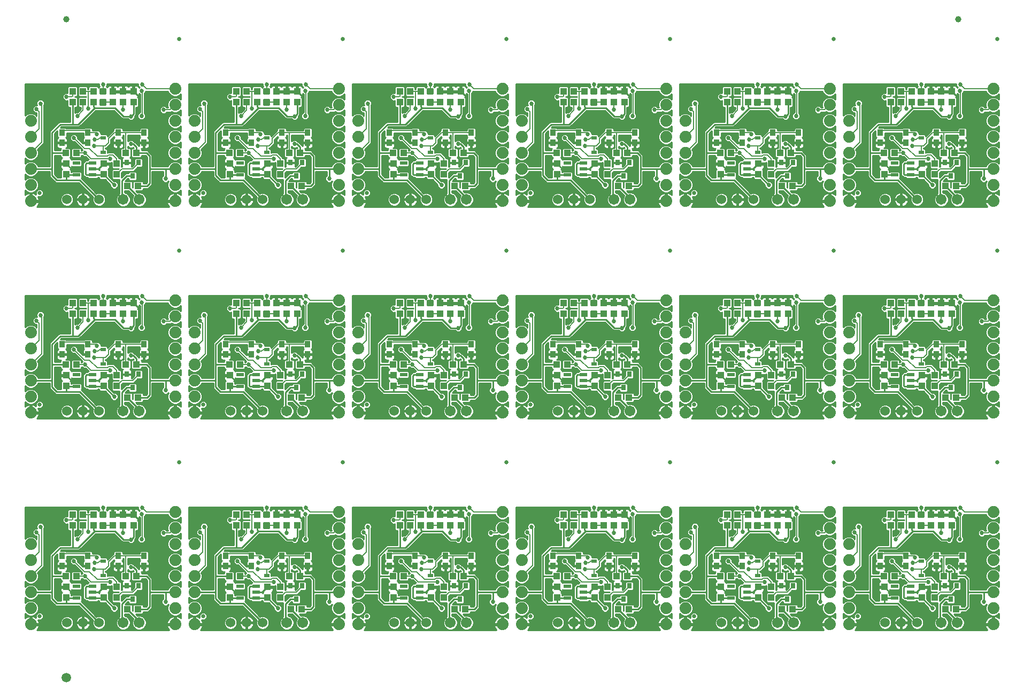
<source format=gtl>
G75*
%MOIN*%
%OFA0B0*%
%FSLAX25Y25*%
%IPPOS*%
%LPD*%
%AMOC8*
5,1,8,0,0,1.08239X$1,22.5*
%
%ADD10C,0.07400*%
%ADD11C,0.06750*%
%ADD12R,0.04331X0.03937*%
%ADD13R,0.03937X0.04331*%
%ADD14C,0.01181*%
%ADD15R,0.03150X0.03543*%
%ADD16R,0.03543X0.03937*%
%ADD17C,0.06000*%
%ADD18R,0.03268X0.02480*%
%ADD19C,0.02500*%
%ADD20R,0.04724X0.02165*%
%ADD21C,0.03937*%
%ADD22C,0.05906*%
%ADD23C,0.01000*%
%ADD24C,0.02700*%
%ADD25C,0.00700*%
D10*
X0033750Y0053750D03*
X0033750Y0063750D03*
X0033750Y0073750D03*
X0033750Y0083750D03*
X0033750Y0093750D03*
X0033750Y0103750D03*
X0123750Y0103750D03*
X0123750Y0093750D03*
X0123750Y0083750D03*
X0123750Y0073750D03*
X0135750Y0073750D03*
X0135750Y0083750D03*
X0135750Y0093750D03*
X0135750Y0103750D03*
X0123750Y0113750D03*
X0123750Y0123750D03*
X0123750Y0185750D03*
X0123750Y0195750D03*
X0123750Y0205750D03*
X0123750Y0215750D03*
X0123750Y0225750D03*
X0123750Y0235750D03*
X0135750Y0235750D03*
X0135750Y0225750D03*
X0135750Y0215750D03*
X0135750Y0205750D03*
X0135750Y0195750D03*
X0135750Y0185750D03*
X0225750Y0185750D03*
X0225750Y0195750D03*
X0225750Y0205750D03*
X0225750Y0215750D03*
X0225750Y0225750D03*
X0225750Y0235750D03*
X0237750Y0235750D03*
X0237750Y0225750D03*
X0237750Y0215750D03*
X0237750Y0205750D03*
X0237750Y0195750D03*
X0237750Y0185750D03*
X0225750Y0123750D03*
X0225750Y0113750D03*
X0225750Y0103750D03*
X0225750Y0093750D03*
X0225750Y0083750D03*
X0225750Y0073750D03*
X0237750Y0073750D03*
X0237750Y0083750D03*
X0237750Y0093750D03*
X0237750Y0103750D03*
X0237750Y0063750D03*
X0237750Y0053750D03*
X0225750Y0053750D03*
X0225750Y0063750D03*
X0135750Y0063750D03*
X0135750Y0053750D03*
X0123750Y0053750D03*
X0123750Y0063750D03*
X0033750Y0185750D03*
X0033750Y0195750D03*
X0033750Y0205750D03*
X0033750Y0215750D03*
X0033750Y0225750D03*
X0033750Y0235750D03*
X0123750Y0245750D03*
X0123750Y0255750D03*
X0123750Y0317750D03*
X0123750Y0327750D03*
X0123750Y0337750D03*
X0123750Y0347750D03*
X0123750Y0357750D03*
X0123750Y0367750D03*
X0123750Y0377750D03*
X0123750Y0387750D03*
X0135750Y0367750D03*
X0135750Y0357750D03*
X0135750Y0347750D03*
X0135750Y0337750D03*
X0135750Y0327750D03*
X0135750Y0317750D03*
X0225750Y0317750D03*
X0225750Y0327750D03*
X0225750Y0337750D03*
X0225750Y0347750D03*
X0225750Y0357750D03*
X0225750Y0367750D03*
X0225750Y0377750D03*
X0225750Y0387750D03*
X0237750Y0367750D03*
X0237750Y0357750D03*
X0237750Y0347750D03*
X0237750Y0337750D03*
X0237750Y0327750D03*
X0237750Y0317750D03*
X0225750Y0255750D03*
X0225750Y0245750D03*
X0327750Y0245750D03*
X0327750Y0255750D03*
X0327750Y0235750D03*
X0339750Y0235750D03*
X0339750Y0225750D03*
X0327750Y0225750D03*
X0327750Y0215750D03*
X0339750Y0215750D03*
X0339750Y0205750D03*
X0327750Y0205750D03*
X0327750Y0195750D03*
X0339750Y0195750D03*
X0339750Y0185750D03*
X0327750Y0185750D03*
X0327750Y0123750D03*
X0327750Y0113750D03*
X0327750Y0103750D03*
X0339750Y0103750D03*
X0339750Y0093750D03*
X0327750Y0093750D03*
X0327750Y0083750D03*
X0339750Y0083750D03*
X0339750Y0073750D03*
X0327750Y0073750D03*
X0327750Y0063750D03*
X0339750Y0063750D03*
X0339750Y0053750D03*
X0327750Y0053750D03*
X0429750Y0053750D03*
X0429750Y0063750D03*
X0441750Y0063750D03*
X0441750Y0053750D03*
X0441750Y0073750D03*
X0441750Y0083750D03*
X0441750Y0093750D03*
X0441750Y0103750D03*
X0429750Y0103750D03*
X0429750Y0093750D03*
X0429750Y0083750D03*
X0429750Y0073750D03*
X0429750Y0113750D03*
X0429750Y0123750D03*
X0429750Y0185750D03*
X0429750Y0195750D03*
X0429750Y0205750D03*
X0429750Y0215750D03*
X0429750Y0225750D03*
X0429750Y0235750D03*
X0441750Y0235750D03*
X0441750Y0225750D03*
X0441750Y0215750D03*
X0441750Y0205750D03*
X0441750Y0195750D03*
X0441750Y0185750D03*
X0531750Y0185750D03*
X0531750Y0195750D03*
X0531750Y0205750D03*
X0531750Y0215750D03*
X0531750Y0225750D03*
X0531750Y0235750D03*
X0543750Y0235750D03*
X0543750Y0225750D03*
X0543750Y0215750D03*
X0543750Y0205750D03*
X0543750Y0195750D03*
X0543750Y0185750D03*
X0531750Y0123750D03*
X0531750Y0113750D03*
X0531750Y0103750D03*
X0531750Y0093750D03*
X0531750Y0083750D03*
X0531750Y0073750D03*
X0543750Y0073750D03*
X0543750Y0083750D03*
X0543750Y0093750D03*
X0543750Y0103750D03*
X0543750Y0063750D03*
X0543750Y0053750D03*
X0531750Y0053750D03*
X0531750Y0063750D03*
X0633750Y0063750D03*
X0633750Y0053750D03*
X0633750Y0073750D03*
X0633750Y0083750D03*
X0633750Y0093750D03*
X0633750Y0103750D03*
X0633750Y0113750D03*
X0633750Y0123750D03*
X0633750Y0185750D03*
X0633750Y0195750D03*
X0633750Y0205750D03*
X0633750Y0215750D03*
X0633750Y0225750D03*
X0633750Y0235750D03*
X0633750Y0245750D03*
X0633750Y0255750D03*
X0633750Y0317750D03*
X0633750Y0327750D03*
X0633750Y0337750D03*
X0633750Y0347750D03*
X0633750Y0357750D03*
X0633750Y0367750D03*
X0633750Y0377750D03*
X0633750Y0387750D03*
X0543750Y0367750D03*
X0543750Y0357750D03*
X0543750Y0347750D03*
X0543750Y0337750D03*
X0543750Y0327750D03*
X0543750Y0317750D03*
X0531750Y0317750D03*
X0531750Y0327750D03*
X0531750Y0337750D03*
X0531750Y0347750D03*
X0531750Y0357750D03*
X0531750Y0367750D03*
X0531750Y0377750D03*
X0531750Y0387750D03*
X0441750Y0367750D03*
X0441750Y0357750D03*
X0441750Y0347750D03*
X0441750Y0337750D03*
X0441750Y0327750D03*
X0441750Y0317750D03*
X0429750Y0317750D03*
X0429750Y0327750D03*
X0429750Y0337750D03*
X0429750Y0347750D03*
X0429750Y0357750D03*
X0429750Y0367750D03*
X0429750Y0377750D03*
X0429750Y0387750D03*
X0339750Y0367750D03*
X0327750Y0367750D03*
X0327750Y0357750D03*
X0339750Y0357750D03*
X0339750Y0347750D03*
X0327750Y0347750D03*
X0327750Y0337750D03*
X0339750Y0337750D03*
X0339750Y0327750D03*
X0327750Y0327750D03*
X0327750Y0317750D03*
X0339750Y0317750D03*
X0327750Y0377750D03*
X0327750Y0387750D03*
X0429750Y0255750D03*
X0429750Y0245750D03*
X0531750Y0245750D03*
X0531750Y0255750D03*
X0033750Y0317750D03*
X0033750Y0327750D03*
X0033750Y0337750D03*
X0033750Y0347750D03*
X0033750Y0357750D03*
X0033750Y0367750D03*
D11*
X0091250Y0318750D03*
X0101250Y0318750D03*
X0193250Y0318750D03*
X0203250Y0318750D03*
X0295250Y0318750D03*
X0305250Y0318750D03*
X0397250Y0318750D03*
X0407250Y0318750D03*
X0499250Y0318750D03*
X0509250Y0318750D03*
X0601250Y0318750D03*
X0611250Y0318750D03*
X0611250Y0186750D03*
X0601250Y0186750D03*
X0509250Y0186750D03*
X0499250Y0186750D03*
X0407250Y0186750D03*
X0397250Y0186750D03*
X0305250Y0186750D03*
X0295250Y0186750D03*
X0203250Y0186750D03*
X0193250Y0186750D03*
X0101250Y0186750D03*
X0091250Y0186750D03*
X0091250Y0054750D03*
X0101250Y0054750D03*
X0193250Y0054750D03*
X0203250Y0054750D03*
X0295250Y0054750D03*
X0305250Y0054750D03*
X0397250Y0054750D03*
X0407250Y0054750D03*
X0499250Y0054750D03*
X0509250Y0054750D03*
X0601250Y0054750D03*
X0611250Y0054750D03*
D12*
X0610596Y0063250D03*
X0603904Y0063250D03*
X0602904Y0083750D03*
X0609596Y0083750D03*
X0572096Y0083750D03*
X0565404Y0083750D03*
X0507596Y0083750D03*
X0500904Y0083750D03*
X0470096Y0083750D03*
X0463404Y0083750D03*
X0501904Y0063250D03*
X0508596Y0063250D03*
X0406596Y0063250D03*
X0399904Y0063250D03*
X0398904Y0083750D03*
X0405596Y0083750D03*
X0368096Y0083750D03*
X0361404Y0083750D03*
X0304596Y0063250D03*
X0297904Y0063250D03*
X0296904Y0083750D03*
X0303596Y0083750D03*
X0266096Y0083750D03*
X0259404Y0083750D03*
X0201596Y0083750D03*
X0194904Y0083750D03*
X0164096Y0083750D03*
X0157404Y0083750D03*
X0195904Y0063250D03*
X0202596Y0063250D03*
X0100596Y0063250D03*
X0093904Y0063250D03*
X0092904Y0083750D03*
X0099596Y0083750D03*
X0062096Y0083750D03*
X0055404Y0083750D03*
X0093904Y0195250D03*
X0100596Y0195250D03*
X0099596Y0215750D03*
X0092904Y0215750D03*
X0062096Y0215750D03*
X0055404Y0215750D03*
X0157404Y0215750D03*
X0164096Y0215750D03*
X0194904Y0215750D03*
X0201596Y0215750D03*
X0202596Y0195250D03*
X0195904Y0195250D03*
X0259404Y0215750D03*
X0266096Y0215750D03*
X0296904Y0215750D03*
X0303596Y0215750D03*
X0304596Y0195250D03*
X0297904Y0195250D03*
X0361404Y0215750D03*
X0368096Y0215750D03*
X0398904Y0215750D03*
X0405596Y0215750D03*
X0406596Y0195250D03*
X0399904Y0195250D03*
X0463404Y0215750D03*
X0470096Y0215750D03*
X0500904Y0215750D03*
X0507596Y0215750D03*
X0508596Y0195250D03*
X0501904Y0195250D03*
X0565404Y0215750D03*
X0572096Y0215750D03*
X0602904Y0215750D03*
X0609596Y0215750D03*
X0610596Y0195250D03*
X0603904Y0195250D03*
X0603904Y0327250D03*
X0610596Y0327250D03*
X0609596Y0347750D03*
X0602904Y0347750D03*
X0572096Y0347750D03*
X0565404Y0347750D03*
X0507596Y0347750D03*
X0500904Y0347750D03*
X0501904Y0327250D03*
X0508596Y0327250D03*
X0470096Y0347750D03*
X0463404Y0347750D03*
X0405596Y0347750D03*
X0398904Y0347750D03*
X0399904Y0327250D03*
X0406596Y0327250D03*
X0368096Y0347750D03*
X0361404Y0347750D03*
X0304596Y0327250D03*
X0297904Y0327250D03*
X0296904Y0347750D03*
X0303596Y0347750D03*
X0266096Y0347750D03*
X0259404Y0347750D03*
X0201596Y0347750D03*
X0194904Y0347750D03*
X0195904Y0327250D03*
X0202596Y0327250D03*
X0164096Y0347750D03*
X0157404Y0347750D03*
X0099596Y0347750D03*
X0092904Y0347750D03*
X0093904Y0327250D03*
X0100596Y0327250D03*
X0062096Y0347750D03*
X0055404Y0347750D03*
D13*
X0055750Y0341096D03*
X0055750Y0334404D03*
X0079250Y0334404D03*
X0079250Y0341096D03*
X0087250Y0341096D03*
X0087250Y0334404D03*
X0084750Y0379404D03*
X0091250Y0379404D03*
X0097750Y0379404D03*
X0097750Y0386096D03*
X0091250Y0386096D03*
X0084750Y0386096D03*
X0072750Y0386096D03*
X0066250Y0386096D03*
X0059750Y0386096D03*
X0059750Y0379404D03*
X0066250Y0379404D03*
X0072750Y0379404D03*
X0161750Y0379404D03*
X0168250Y0379404D03*
X0174750Y0379404D03*
X0174750Y0386096D03*
X0168250Y0386096D03*
X0161750Y0386096D03*
X0186750Y0386096D03*
X0193250Y0386096D03*
X0199750Y0386096D03*
X0199750Y0379404D03*
X0193250Y0379404D03*
X0186750Y0379404D03*
X0189250Y0341096D03*
X0189250Y0334404D03*
X0181250Y0334404D03*
X0181250Y0341096D03*
X0157750Y0341096D03*
X0157750Y0334404D03*
X0259750Y0334404D03*
X0259750Y0341096D03*
X0283250Y0341096D03*
X0283250Y0334404D03*
X0291250Y0334404D03*
X0291250Y0341096D03*
X0288750Y0379404D03*
X0295250Y0379404D03*
X0301750Y0379404D03*
X0301750Y0386096D03*
X0295250Y0386096D03*
X0288750Y0386096D03*
X0276750Y0386096D03*
X0270250Y0386096D03*
X0263750Y0386096D03*
X0263750Y0379404D03*
X0270250Y0379404D03*
X0276750Y0379404D03*
X0361750Y0341096D03*
X0361750Y0334404D03*
X0385250Y0334404D03*
X0385250Y0341096D03*
X0393250Y0341096D03*
X0393250Y0334404D03*
X0390750Y0379404D03*
X0397250Y0379404D03*
X0403750Y0379404D03*
X0403750Y0386096D03*
X0397250Y0386096D03*
X0390750Y0386096D03*
X0378750Y0386096D03*
X0372250Y0386096D03*
X0365750Y0386096D03*
X0365750Y0379404D03*
X0372250Y0379404D03*
X0378750Y0379404D03*
X0463750Y0341096D03*
X0463750Y0334404D03*
X0487250Y0334404D03*
X0487250Y0341096D03*
X0495250Y0341096D03*
X0495250Y0334404D03*
X0492750Y0379404D03*
X0499250Y0379404D03*
X0505750Y0379404D03*
X0505750Y0386096D03*
X0499250Y0386096D03*
X0492750Y0386096D03*
X0480750Y0386096D03*
X0474250Y0386096D03*
X0467750Y0386096D03*
X0467750Y0379404D03*
X0474250Y0379404D03*
X0480750Y0379404D03*
X0569750Y0379404D03*
X0576250Y0379404D03*
X0582750Y0379404D03*
X0582750Y0386096D03*
X0576250Y0386096D03*
X0569750Y0386096D03*
X0594750Y0386096D03*
X0601250Y0386096D03*
X0607750Y0386096D03*
X0607750Y0379404D03*
X0601250Y0379404D03*
X0594750Y0379404D03*
X0597250Y0341096D03*
X0597250Y0334404D03*
X0589250Y0334404D03*
X0589250Y0341096D03*
X0565750Y0341096D03*
X0565750Y0334404D03*
X0569750Y0254096D03*
X0576250Y0254096D03*
X0582750Y0254096D03*
X0582750Y0247404D03*
X0576250Y0247404D03*
X0569750Y0247404D03*
X0594750Y0247404D03*
X0601250Y0247404D03*
X0607750Y0247404D03*
X0607750Y0254096D03*
X0601250Y0254096D03*
X0594750Y0254096D03*
X0597250Y0209096D03*
X0597250Y0202404D03*
X0589250Y0202404D03*
X0589250Y0209096D03*
X0565750Y0209096D03*
X0565750Y0202404D03*
X0505750Y0247404D03*
X0499250Y0247404D03*
X0492750Y0247404D03*
X0492750Y0254096D03*
X0499250Y0254096D03*
X0505750Y0254096D03*
X0480750Y0254096D03*
X0474250Y0254096D03*
X0467750Y0254096D03*
X0467750Y0247404D03*
X0474250Y0247404D03*
X0480750Y0247404D03*
X0487250Y0209096D03*
X0487250Y0202404D03*
X0495250Y0202404D03*
X0495250Y0209096D03*
X0463750Y0209096D03*
X0463750Y0202404D03*
X0393250Y0202404D03*
X0393250Y0209096D03*
X0385250Y0209096D03*
X0385250Y0202404D03*
X0361750Y0202404D03*
X0361750Y0209096D03*
X0365750Y0247404D03*
X0372250Y0247404D03*
X0378750Y0247404D03*
X0378750Y0254096D03*
X0372250Y0254096D03*
X0365750Y0254096D03*
X0390750Y0254096D03*
X0397250Y0254096D03*
X0403750Y0254096D03*
X0403750Y0247404D03*
X0397250Y0247404D03*
X0390750Y0247404D03*
X0301750Y0247404D03*
X0295250Y0247404D03*
X0288750Y0247404D03*
X0288750Y0254096D03*
X0295250Y0254096D03*
X0301750Y0254096D03*
X0276750Y0254096D03*
X0270250Y0254096D03*
X0263750Y0254096D03*
X0263750Y0247404D03*
X0270250Y0247404D03*
X0276750Y0247404D03*
X0283250Y0209096D03*
X0283250Y0202404D03*
X0291250Y0202404D03*
X0291250Y0209096D03*
X0259750Y0209096D03*
X0259750Y0202404D03*
X0199750Y0247404D03*
X0193250Y0247404D03*
X0186750Y0247404D03*
X0186750Y0254096D03*
X0193250Y0254096D03*
X0199750Y0254096D03*
X0174750Y0254096D03*
X0168250Y0254096D03*
X0161750Y0254096D03*
X0161750Y0247404D03*
X0168250Y0247404D03*
X0174750Y0247404D03*
X0181250Y0209096D03*
X0181250Y0202404D03*
X0189250Y0202404D03*
X0189250Y0209096D03*
X0157750Y0209096D03*
X0157750Y0202404D03*
X0097750Y0247404D03*
X0091250Y0247404D03*
X0084750Y0247404D03*
X0084750Y0254096D03*
X0091250Y0254096D03*
X0097750Y0254096D03*
X0072750Y0254096D03*
X0066250Y0254096D03*
X0059750Y0254096D03*
X0059750Y0247404D03*
X0066250Y0247404D03*
X0072750Y0247404D03*
X0079250Y0209096D03*
X0079250Y0202404D03*
X0087250Y0202404D03*
X0087250Y0209096D03*
X0055750Y0209096D03*
X0055750Y0202404D03*
X0059750Y0122096D03*
X0066250Y0122096D03*
X0072750Y0122096D03*
X0072750Y0115404D03*
X0066250Y0115404D03*
X0059750Y0115404D03*
X0084750Y0115404D03*
X0091250Y0115404D03*
X0097750Y0115404D03*
X0097750Y0122096D03*
X0091250Y0122096D03*
X0084750Y0122096D03*
X0087250Y0077096D03*
X0087250Y0070404D03*
X0079250Y0070404D03*
X0079250Y0077096D03*
X0055750Y0077096D03*
X0055750Y0070404D03*
X0157750Y0070404D03*
X0157750Y0077096D03*
X0181250Y0077096D03*
X0181250Y0070404D03*
X0189250Y0070404D03*
X0189250Y0077096D03*
X0186750Y0115404D03*
X0193250Y0115404D03*
X0199750Y0115404D03*
X0199750Y0122096D03*
X0193250Y0122096D03*
X0186750Y0122096D03*
X0174750Y0122096D03*
X0168250Y0122096D03*
X0161750Y0122096D03*
X0161750Y0115404D03*
X0168250Y0115404D03*
X0174750Y0115404D03*
X0263750Y0115404D03*
X0270250Y0115404D03*
X0276750Y0115404D03*
X0276750Y0122096D03*
X0270250Y0122096D03*
X0263750Y0122096D03*
X0288750Y0122096D03*
X0295250Y0122096D03*
X0301750Y0122096D03*
X0301750Y0115404D03*
X0295250Y0115404D03*
X0288750Y0115404D03*
X0291250Y0077096D03*
X0291250Y0070404D03*
X0283250Y0070404D03*
X0283250Y0077096D03*
X0259750Y0077096D03*
X0259750Y0070404D03*
X0361750Y0070404D03*
X0361750Y0077096D03*
X0385250Y0077096D03*
X0385250Y0070404D03*
X0393250Y0070404D03*
X0393250Y0077096D03*
X0390750Y0115404D03*
X0397250Y0115404D03*
X0403750Y0115404D03*
X0403750Y0122096D03*
X0397250Y0122096D03*
X0390750Y0122096D03*
X0378750Y0122096D03*
X0372250Y0122096D03*
X0365750Y0122096D03*
X0365750Y0115404D03*
X0372250Y0115404D03*
X0378750Y0115404D03*
X0463750Y0077096D03*
X0463750Y0070404D03*
X0487250Y0070404D03*
X0487250Y0077096D03*
X0495250Y0077096D03*
X0495250Y0070404D03*
X0492750Y0115404D03*
X0499250Y0115404D03*
X0505750Y0115404D03*
X0505750Y0122096D03*
X0499250Y0122096D03*
X0492750Y0122096D03*
X0480750Y0122096D03*
X0474250Y0122096D03*
X0467750Y0122096D03*
X0467750Y0115404D03*
X0474250Y0115404D03*
X0480750Y0115404D03*
X0569750Y0115404D03*
X0576250Y0115404D03*
X0582750Y0115404D03*
X0582750Y0122096D03*
X0576250Y0122096D03*
X0569750Y0122096D03*
X0594750Y0122096D03*
X0601250Y0122096D03*
X0607750Y0122096D03*
X0607750Y0115404D03*
X0601250Y0115404D03*
X0594750Y0115404D03*
X0597250Y0077096D03*
X0597250Y0070404D03*
X0589250Y0070404D03*
X0589250Y0077096D03*
X0565750Y0077096D03*
X0565750Y0070404D03*
D14*
X0587372Y0116675D02*
X0590128Y0116675D01*
X0590128Y0113919D01*
X0587372Y0113919D01*
X0587372Y0116675D01*
X0587372Y0115041D02*
X0590128Y0115041D01*
X0590128Y0116163D02*
X0587372Y0116163D01*
X0587372Y0123581D02*
X0590128Y0123581D01*
X0590128Y0120825D01*
X0587372Y0120825D01*
X0587372Y0123581D01*
X0587372Y0121947D02*
X0590128Y0121947D01*
X0590128Y0123069D02*
X0587372Y0123069D01*
X0488128Y0123581D02*
X0485372Y0123581D01*
X0488128Y0123581D02*
X0488128Y0120825D01*
X0485372Y0120825D01*
X0485372Y0123581D01*
X0485372Y0121947D02*
X0488128Y0121947D01*
X0488128Y0123069D02*
X0485372Y0123069D01*
X0485372Y0116675D02*
X0488128Y0116675D01*
X0488128Y0113919D01*
X0485372Y0113919D01*
X0485372Y0116675D01*
X0485372Y0115041D02*
X0488128Y0115041D01*
X0488128Y0116163D02*
X0485372Y0116163D01*
X0386128Y0116675D02*
X0383372Y0116675D01*
X0386128Y0116675D02*
X0386128Y0113919D01*
X0383372Y0113919D01*
X0383372Y0116675D01*
X0383372Y0115041D02*
X0386128Y0115041D01*
X0386128Y0116163D02*
X0383372Y0116163D01*
X0383372Y0123581D02*
X0386128Y0123581D01*
X0386128Y0120825D01*
X0383372Y0120825D01*
X0383372Y0123581D01*
X0383372Y0121947D02*
X0386128Y0121947D01*
X0386128Y0123069D02*
X0383372Y0123069D01*
X0284128Y0123581D02*
X0281372Y0123581D01*
X0284128Y0123581D02*
X0284128Y0120825D01*
X0281372Y0120825D01*
X0281372Y0123581D01*
X0281372Y0121947D02*
X0284128Y0121947D01*
X0284128Y0123069D02*
X0281372Y0123069D01*
X0281372Y0116675D02*
X0284128Y0116675D01*
X0284128Y0113919D01*
X0281372Y0113919D01*
X0281372Y0116675D01*
X0281372Y0115041D02*
X0284128Y0115041D01*
X0284128Y0116163D02*
X0281372Y0116163D01*
X0182128Y0116675D02*
X0179372Y0116675D01*
X0182128Y0116675D02*
X0182128Y0113919D01*
X0179372Y0113919D01*
X0179372Y0116675D01*
X0179372Y0115041D02*
X0182128Y0115041D01*
X0182128Y0116163D02*
X0179372Y0116163D01*
X0179372Y0123581D02*
X0182128Y0123581D01*
X0182128Y0120825D01*
X0179372Y0120825D01*
X0179372Y0123581D01*
X0179372Y0121947D02*
X0182128Y0121947D01*
X0182128Y0123069D02*
X0179372Y0123069D01*
X0080128Y0123581D02*
X0077372Y0123581D01*
X0080128Y0123581D02*
X0080128Y0120825D01*
X0077372Y0120825D01*
X0077372Y0123581D01*
X0077372Y0121947D02*
X0080128Y0121947D01*
X0080128Y0123069D02*
X0077372Y0123069D01*
X0077372Y0116675D02*
X0080128Y0116675D01*
X0080128Y0113919D01*
X0077372Y0113919D01*
X0077372Y0116675D01*
X0077372Y0115041D02*
X0080128Y0115041D01*
X0080128Y0116163D02*
X0077372Y0116163D01*
X0077372Y0248675D02*
X0080128Y0248675D01*
X0080128Y0245919D01*
X0077372Y0245919D01*
X0077372Y0248675D01*
X0077372Y0247041D02*
X0080128Y0247041D01*
X0080128Y0248163D02*
X0077372Y0248163D01*
X0077372Y0255581D02*
X0080128Y0255581D01*
X0080128Y0252825D01*
X0077372Y0252825D01*
X0077372Y0255581D01*
X0077372Y0253947D02*
X0080128Y0253947D01*
X0080128Y0255069D02*
X0077372Y0255069D01*
X0179372Y0255581D02*
X0182128Y0255581D01*
X0182128Y0252825D01*
X0179372Y0252825D01*
X0179372Y0255581D01*
X0179372Y0253947D02*
X0182128Y0253947D01*
X0182128Y0255069D02*
X0179372Y0255069D01*
X0179372Y0248675D02*
X0182128Y0248675D01*
X0182128Y0245919D01*
X0179372Y0245919D01*
X0179372Y0248675D01*
X0179372Y0247041D02*
X0182128Y0247041D01*
X0182128Y0248163D02*
X0179372Y0248163D01*
X0281372Y0248675D02*
X0284128Y0248675D01*
X0284128Y0245919D01*
X0281372Y0245919D01*
X0281372Y0248675D01*
X0281372Y0247041D02*
X0284128Y0247041D01*
X0284128Y0248163D02*
X0281372Y0248163D01*
X0281372Y0255581D02*
X0284128Y0255581D01*
X0284128Y0252825D01*
X0281372Y0252825D01*
X0281372Y0255581D01*
X0281372Y0253947D02*
X0284128Y0253947D01*
X0284128Y0255069D02*
X0281372Y0255069D01*
X0383372Y0255581D02*
X0386128Y0255581D01*
X0386128Y0252825D01*
X0383372Y0252825D01*
X0383372Y0255581D01*
X0383372Y0253947D02*
X0386128Y0253947D01*
X0386128Y0255069D02*
X0383372Y0255069D01*
X0383372Y0248675D02*
X0386128Y0248675D01*
X0386128Y0245919D01*
X0383372Y0245919D01*
X0383372Y0248675D01*
X0383372Y0247041D02*
X0386128Y0247041D01*
X0386128Y0248163D02*
X0383372Y0248163D01*
X0485372Y0248675D02*
X0488128Y0248675D01*
X0488128Y0245919D01*
X0485372Y0245919D01*
X0485372Y0248675D01*
X0485372Y0247041D02*
X0488128Y0247041D01*
X0488128Y0248163D02*
X0485372Y0248163D01*
X0485372Y0255581D02*
X0488128Y0255581D01*
X0488128Y0252825D01*
X0485372Y0252825D01*
X0485372Y0255581D01*
X0485372Y0253947D02*
X0488128Y0253947D01*
X0488128Y0255069D02*
X0485372Y0255069D01*
X0587372Y0255581D02*
X0590128Y0255581D01*
X0590128Y0252825D01*
X0587372Y0252825D01*
X0587372Y0255581D01*
X0587372Y0253947D02*
X0590128Y0253947D01*
X0590128Y0255069D02*
X0587372Y0255069D01*
X0587372Y0248675D02*
X0590128Y0248675D01*
X0590128Y0245919D01*
X0587372Y0245919D01*
X0587372Y0248675D01*
X0587372Y0247041D02*
X0590128Y0247041D01*
X0590128Y0248163D02*
X0587372Y0248163D01*
X0587372Y0380675D02*
X0590128Y0380675D01*
X0590128Y0377919D01*
X0587372Y0377919D01*
X0587372Y0380675D01*
X0587372Y0379041D02*
X0590128Y0379041D01*
X0590128Y0380163D02*
X0587372Y0380163D01*
X0587372Y0387581D02*
X0590128Y0387581D01*
X0590128Y0384825D01*
X0587372Y0384825D01*
X0587372Y0387581D01*
X0587372Y0385947D02*
X0590128Y0385947D01*
X0590128Y0387069D02*
X0587372Y0387069D01*
X0488128Y0387581D02*
X0485372Y0387581D01*
X0488128Y0387581D02*
X0488128Y0384825D01*
X0485372Y0384825D01*
X0485372Y0387581D01*
X0485372Y0385947D02*
X0488128Y0385947D01*
X0488128Y0387069D02*
X0485372Y0387069D01*
X0485372Y0380675D02*
X0488128Y0380675D01*
X0488128Y0377919D01*
X0485372Y0377919D01*
X0485372Y0380675D01*
X0485372Y0379041D02*
X0488128Y0379041D01*
X0488128Y0380163D02*
X0485372Y0380163D01*
X0386128Y0380675D02*
X0383372Y0380675D01*
X0386128Y0380675D02*
X0386128Y0377919D01*
X0383372Y0377919D01*
X0383372Y0380675D01*
X0383372Y0379041D02*
X0386128Y0379041D01*
X0386128Y0380163D02*
X0383372Y0380163D01*
X0383372Y0387581D02*
X0386128Y0387581D01*
X0386128Y0384825D01*
X0383372Y0384825D01*
X0383372Y0387581D01*
X0383372Y0385947D02*
X0386128Y0385947D01*
X0386128Y0387069D02*
X0383372Y0387069D01*
X0284128Y0387581D02*
X0281372Y0387581D01*
X0284128Y0387581D02*
X0284128Y0384825D01*
X0281372Y0384825D01*
X0281372Y0387581D01*
X0281372Y0385947D02*
X0284128Y0385947D01*
X0284128Y0387069D02*
X0281372Y0387069D01*
X0281372Y0380675D02*
X0284128Y0380675D01*
X0284128Y0377919D01*
X0281372Y0377919D01*
X0281372Y0380675D01*
X0281372Y0379041D02*
X0284128Y0379041D01*
X0284128Y0380163D02*
X0281372Y0380163D01*
X0182128Y0380675D02*
X0179372Y0380675D01*
X0182128Y0380675D02*
X0182128Y0377919D01*
X0179372Y0377919D01*
X0179372Y0380675D01*
X0179372Y0379041D02*
X0182128Y0379041D01*
X0182128Y0380163D02*
X0179372Y0380163D01*
X0179372Y0387581D02*
X0182128Y0387581D01*
X0182128Y0384825D01*
X0179372Y0384825D01*
X0179372Y0387581D01*
X0179372Y0385947D02*
X0182128Y0385947D01*
X0182128Y0387069D02*
X0179372Y0387069D01*
X0080128Y0387581D02*
X0077372Y0387581D01*
X0080128Y0387581D02*
X0080128Y0384825D01*
X0077372Y0384825D01*
X0077372Y0387581D01*
X0077372Y0385947D02*
X0080128Y0385947D01*
X0080128Y0387069D02*
X0077372Y0387069D01*
X0077372Y0380675D02*
X0080128Y0380675D01*
X0080128Y0377919D01*
X0077372Y0377919D01*
X0077372Y0380675D01*
X0077372Y0379041D02*
X0080128Y0379041D01*
X0080128Y0380163D02*
X0077372Y0380163D01*
D15*
X0093510Y0341687D03*
X0100990Y0341687D03*
X0097250Y0333419D03*
X0195510Y0341687D03*
X0202990Y0341687D03*
X0199250Y0333419D03*
X0297510Y0341687D03*
X0304990Y0341687D03*
X0301250Y0333419D03*
X0399510Y0341687D03*
X0406990Y0341687D03*
X0403250Y0333419D03*
X0501510Y0341687D03*
X0508990Y0341687D03*
X0505250Y0333419D03*
X0603510Y0341687D03*
X0610990Y0341687D03*
X0607250Y0333419D03*
X0603510Y0209687D03*
X0610990Y0209687D03*
X0607250Y0201419D03*
X0508990Y0209687D03*
X0501510Y0209687D03*
X0505250Y0201419D03*
X0406990Y0209687D03*
X0399510Y0209687D03*
X0403250Y0201419D03*
X0304990Y0209687D03*
X0297510Y0209687D03*
X0301250Y0201419D03*
X0202990Y0209687D03*
X0195510Y0209687D03*
X0199250Y0201419D03*
X0100990Y0209687D03*
X0093510Y0209687D03*
X0097250Y0201419D03*
X0093510Y0077687D03*
X0100990Y0077687D03*
X0097250Y0069419D03*
X0195510Y0077687D03*
X0202990Y0077687D03*
X0199250Y0069419D03*
X0297510Y0077687D03*
X0304990Y0077687D03*
X0301250Y0069419D03*
X0399510Y0077687D03*
X0406990Y0077687D03*
X0403250Y0069419D03*
X0501510Y0077687D03*
X0508990Y0077687D03*
X0505250Y0069419D03*
X0603510Y0077687D03*
X0610990Y0077687D03*
X0607250Y0069419D03*
D16*
X0614321Y0090100D03*
X0614321Y0096400D03*
X0598179Y0096400D03*
X0598179Y0090100D03*
X0579321Y0090100D03*
X0579321Y0096400D03*
X0563179Y0096400D03*
X0563179Y0090100D03*
X0512321Y0090100D03*
X0512321Y0096400D03*
X0496179Y0096400D03*
X0496179Y0090100D03*
X0477321Y0090100D03*
X0477321Y0096400D03*
X0461179Y0096400D03*
X0461179Y0090100D03*
X0410321Y0090100D03*
X0410321Y0096400D03*
X0394179Y0096400D03*
X0394179Y0090100D03*
X0375321Y0090100D03*
X0375321Y0096400D03*
X0359179Y0096400D03*
X0359179Y0090100D03*
X0308321Y0090100D03*
X0308321Y0096400D03*
X0292179Y0096400D03*
X0292179Y0090100D03*
X0273321Y0090100D03*
X0273321Y0096400D03*
X0257179Y0096400D03*
X0257179Y0090100D03*
X0206321Y0090100D03*
X0206321Y0096400D03*
X0190179Y0096400D03*
X0190179Y0090100D03*
X0171321Y0090100D03*
X0171321Y0096400D03*
X0155179Y0096400D03*
X0155179Y0090100D03*
X0104321Y0090100D03*
X0104321Y0096400D03*
X0088179Y0096400D03*
X0088179Y0090100D03*
X0069321Y0090100D03*
X0069321Y0096400D03*
X0053179Y0096400D03*
X0053179Y0090100D03*
X0053179Y0222100D03*
X0053179Y0228400D03*
X0069321Y0228400D03*
X0069321Y0222100D03*
X0088179Y0222100D03*
X0088179Y0228400D03*
X0104321Y0228400D03*
X0104321Y0222100D03*
X0155179Y0222100D03*
X0155179Y0228400D03*
X0171321Y0228400D03*
X0171321Y0222100D03*
X0190179Y0222100D03*
X0190179Y0228400D03*
X0206321Y0228400D03*
X0206321Y0222100D03*
X0257179Y0222100D03*
X0257179Y0228400D03*
X0273321Y0228400D03*
X0273321Y0222100D03*
X0292179Y0222100D03*
X0292179Y0228400D03*
X0308321Y0228400D03*
X0308321Y0222100D03*
X0359179Y0222100D03*
X0359179Y0228400D03*
X0375321Y0228400D03*
X0375321Y0222100D03*
X0394179Y0222100D03*
X0394179Y0228400D03*
X0410321Y0228400D03*
X0410321Y0222100D03*
X0461179Y0222100D03*
X0461179Y0228400D03*
X0477321Y0228400D03*
X0477321Y0222100D03*
X0496179Y0222100D03*
X0496179Y0228400D03*
X0512321Y0228400D03*
X0512321Y0222100D03*
X0563179Y0222100D03*
X0563179Y0228400D03*
X0579321Y0228400D03*
X0579321Y0222100D03*
X0598179Y0222100D03*
X0598179Y0228400D03*
X0614321Y0228400D03*
X0614321Y0222100D03*
X0614321Y0354100D03*
X0614321Y0360400D03*
X0598179Y0360400D03*
X0598179Y0354100D03*
X0579321Y0354100D03*
X0579321Y0360400D03*
X0563179Y0360400D03*
X0563179Y0354100D03*
X0512321Y0354100D03*
X0512321Y0360400D03*
X0496179Y0360400D03*
X0496179Y0354100D03*
X0477321Y0354100D03*
X0477321Y0360400D03*
X0461179Y0360400D03*
X0461179Y0354100D03*
X0410321Y0354100D03*
X0410321Y0360400D03*
X0394179Y0360400D03*
X0394179Y0354100D03*
X0375321Y0354100D03*
X0375321Y0360400D03*
X0359179Y0360400D03*
X0359179Y0354100D03*
X0308321Y0354100D03*
X0308321Y0360400D03*
X0292179Y0360400D03*
X0292179Y0354100D03*
X0273321Y0354100D03*
X0273321Y0360400D03*
X0257179Y0360400D03*
X0257179Y0354100D03*
X0206321Y0354100D03*
X0206321Y0360400D03*
X0190179Y0360400D03*
X0190179Y0354100D03*
X0171321Y0354100D03*
X0171321Y0360400D03*
X0155179Y0360400D03*
X0155179Y0354100D03*
X0104321Y0354100D03*
X0104321Y0360400D03*
X0088179Y0360400D03*
X0088179Y0354100D03*
X0069321Y0354100D03*
X0069321Y0360400D03*
X0053179Y0360400D03*
X0053179Y0354100D03*
D17*
X0056250Y0318750D03*
X0066250Y0318750D03*
X0076250Y0318750D03*
X0158250Y0318750D03*
X0168250Y0318750D03*
X0178250Y0318750D03*
X0260250Y0318750D03*
X0270250Y0318750D03*
X0280250Y0318750D03*
X0362250Y0318750D03*
X0372250Y0318750D03*
X0382250Y0318750D03*
X0464250Y0318750D03*
X0474250Y0318750D03*
X0484250Y0318750D03*
X0566250Y0318750D03*
X0576250Y0318750D03*
X0586250Y0318750D03*
X0586250Y0186750D03*
X0576250Y0186750D03*
X0566250Y0186750D03*
X0484250Y0186750D03*
X0474250Y0186750D03*
X0464250Y0186750D03*
X0382250Y0186750D03*
X0372250Y0186750D03*
X0362250Y0186750D03*
X0280250Y0186750D03*
X0270250Y0186750D03*
X0260250Y0186750D03*
X0178250Y0186750D03*
X0168250Y0186750D03*
X0158250Y0186750D03*
X0076250Y0186750D03*
X0066250Y0186750D03*
X0056250Y0186750D03*
X0056250Y0054750D03*
X0066250Y0054750D03*
X0076250Y0054750D03*
X0158250Y0054750D03*
X0168250Y0054750D03*
X0178250Y0054750D03*
X0260250Y0054750D03*
X0270250Y0054750D03*
X0280250Y0054750D03*
X0362250Y0054750D03*
X0372250Y0054750D03*
X0382250Y0054750D03*
X0464250Y0054750D03*
X0474250Y0054750D03*
X0484250Y0054750D03*
X0566250Y0054750D03*
X0576250Y0054750D03*
X0586250Y0054750D03*
D18*
X0588750Y0084222D03*
X0588750Y0093278D03*
X0486750Y0093278D03*
X0486750Y0084222D03*
X0384750Y0084222D03*
X0384750Y0093278D03*
X0282750Y0093278D03*
X0282750Y0084222D03*
X0180750Y0084222D03*
X0180750Y0093278D03*
X0078750Y0093278D03*
X0078750Y0084222D03*
X0078750Y0216222D03*
X0078750Y0225278D03*
X0180750Y0225278D03*
X0180750Y0216222D03*
X0282750Y0216222D03*
X0282750Y0225278D03*
X0384750Y0225278D03*
X0384750Y0216222D03*
X0486750Y0216222D03*
X0486750Y0225278D03*
X0588750Y0225278D03*
X0588750Y0216222D03*
X0588750Y0348222D03*
X0588750Y0357278D03*
X0486750Y0357278D03*
X0486750Y0348222D03*
X0384750Y0348222D03*
X0384750Y0357278D03*
X0282750Y0357278D03*
X0282750Y0348222D03*
X0180750Y0348222D03*
X0180750Y0357278D03*
X0078750Y0357278D03*
X0078750Y0348222D03*
D19*
X0039250Y0322750D03*
X0126250Y0286750D03*
X0141250Y0322750D03*
X0228250Y0286750D03*
X0243250Y0322750D03*
X0330250Y0286750D03*
X0345250Y0322750D03*
X0432250Y0286750D03*
X0447250Y0322750D03*
X0534250Y0286750D03*
X0549250Y0322750D03*
X0636250Y0286750D03*
X0549250Y0190750D03*
X0534250Y0154750D03*
X0447250Y0190750D03*
X0432250Y0154750D03*
X0345250Y0190750D03*
X0330250Y0154750D03*
X0243250Y0190750D03*
X0228250Y0154750D03*
X0141250Y0190750D03*
X0126250Y0154750D03*
X0039250Y0190750D03*
X0039250Y0058750D03*
X0141250Y0058750D03*
X0243250Y0058750D03*
X0345250Y0058750D03*
X0447250Y0058750D03*
X0549250Y0058750D03*
X0636250Y0154750D03*
X0636250Y0418750D03*
X0534250Y0418750D03*
X0432250Y0418750D03*
X0330250Y0418750D03*
X0228250Y0418750D03*
X0126250Y0418750D03*
D20*
X0164131Y0341490D03*
X0174369Y0341490D03*
X0174369Y0337750D03*
X0174369Y0334010D03*
X0164131Y0334010D03*
X0072369Y0334010D03*
X0072369Y0337750D03*
X0072369Y0341490D03*
X0062131Y0341490D03*
X0062131Y0334010D03*
X0062131Y0209490D03*
X0062131Y0202010D03*
X0072369Y0202010D03*
X0072369Y0205750D03*
X0072369Y0209490D03*
X0164131Y0209490D03*
X0164131Y0202010D03*
X0174369Y0202010D03*
X0174369Y0205750D03*
X0174369Y0209490D03*
X0266131Y0209490D03*
X0266131Y0202010D03*
X0276369Y0202010D03*
X0276369Y0205750D03*
X0276369Y0209490D03*
X0368131Y0209490D03*
X0368131Y0202010D03*
X0378369Y0202010D03*
X0378369Y0205750D03*
X0378369Y0209490D03*
X0470131Y0209490D03*
X0470131Y0202010D03*
X0480369Y0202010D03*
X0480369Y0205750D03*
X0480369Y0209490D03*
X0572131Y0209490D03*
X0572131Y0202010D03*
X0582369Y0202010D03*
X0582369Y0205750D03*
X0582369Y0209490D03*
X0582369Y0334010D03*
X0582369Y0337750D03*
X0582369Y0341490D03*
X0572131Y0341490D03*
X0572131Y0334010D03*
X0480369Y0334010D03*
X0480369Y0337750D03*
X0480369Y0341490D03*
X0470131Y0341490D03*
X0470131Y0334010D03*
X0378369Y0334010D03*
X0378369Y0337750D03*
X0378369Y0341490D03*
X0368131Y0341490D03*
X0368131Y0334010D03*
X0276369Y0334010D03*
X0276369Y0337750D03*
X0276369Y0341490D03*
X0266131Y0341490D03*
X0266131Y0334010D03*
X0266131Y0077490D03*
X0266131Y0070010D03*
X0276369Y0070010D03*
X0276369Y0073750D03*
X0276369Y0077490D03*
X0368131Y0077490D03*
X0368131Y0070010D03*
X0378369Y0070010D03*
X0378369Y0073750D03*
X0378369Y0077490D03*
X0470131Y0077490D03*
X0470131Y0070010D03*
X0480369Y0070010D03*
X0480369Y0073750D03*
X0480369Y0077490D03*
X0572131Y0077490D03*
X0572131Y0070010D03*
X0582369Y0070010D03*
X0582369Y0073750D03*
X0582369Y0077490D03*
X0174369Y0077490D03*
X0174369Y0073750D03*
X0174369Y0070010D03*
X0164131Y0070010D03*
X0164131Y0077490D03*
X0072369Y0077490D03*
X0072369Y0073750D03*
X0072369Y0070010D03*
X0062131Y0070010D03*
X0062131Y0077490D03*
D21*
X0055750Y0431000D03*
X0611750Y0431000D03*
D22*
X0055750Y0020500D03*
D23*
X0055434Y0050650D02*
X0057066Y0050650D01*
X0058572Y0051274D01*
X0059726Y0052428D01*
X0060350Y0053934D01*
X0060350Y0055566D01*
X0059726Y0057072D01*
X0058572Y0058226D01*
X0057066Y0058850D01*
X0055434Y0058850D01*
X0053928Y0058226D01*
X0052774Y0057072D01*
X0052150Y0055566D01*
X0052150Y0053934D01*
X0052774Y0052428D01*
X0053928Y0051274D01*
X0055434Y0050650D01*
X0055272Y0050717D02*
X0037974Y0050717D01*
X0038197Y0051025D02*
X0038569Y0051754D01*
X0038822Y0052532D01*
X0038936Y0053250D01*
X0034250Y0053250D01*
X0034250Y0054250D01*
X0033250Y0054250D01*
X0033250Y0058936D01*
X0032532Y0058822D01*
X0031754Y0058569D01*
X0031025Y0058197D01*
X0030362Y0057716D01*
X0030250Y0057604D01*
X0030250Y0060462D01*
X0031031Y0059681D01*
X0032795Y0058950D01*
X0034705Y0058950D01*
X0036469Y0059681D01*
X0037819Y0061031D01*
X0038550Y0062795D01*
X0038550Y0064705D01*
X0037819Y0066469D01*
X0036469Y0067819D01*
X0034705Y0068550D01*
X0032795Y0068550D01*
X0031031Y0067819D01*
X0030250Y0067038D01*
X0030250Y0070462D01*
X0031031Y0069681D01*
X0032795Y0068950D01*
X0034705Y0068950D01*
X0036469Y0069681D01*
X0037819Y0071031D01*
X0038303Y0072200D01*
X0045439Y0072200D01*
X0045439Y0069049D01*
X0046376Y0068111D01*
X0048400Y0066087D01*
X0049337Y0065150D01*
X0063587Y0065150D01*
X0072449Y0056288D01*
X0072150Y0055566D01*
X0072150Y0053934D01*
X0072774Y0052428D01*
X0073928Y0051274D01*
X0075434Y0050650D01*
X0077066Y0050650D01*
X0078572Y0051274D01*
X0079726Y0052428D01*
X0080350Y0053934D01*
X0080350Y0055566D01*
X0079726Y0057072D01*
X0078572Y0058226D01*
X0077066Y0058850D01*
X0075434Y0058850D01*
X0074712Y0058551D01*
X0065850Y0067413D01*
X0065192Y0068070D01*
X0065594Y0068472D01*
X0065594Y0071548D01*
X0064949Y0072193D01*
X0059314Y0072193D01*
X0058818Y0071697D01*
X0058818Y0073025D01*
X0058305Y0073538D01*
X0058640Y0073731D01*
X0058919Y0074010D01*
X0059116Y0074352D01*
X0059218Y0074734D01*
X0059218Y0075403D01*
X0059314Y0075307D01*
X0064949Y0075307D01*
X0065594Y0075952D01*
X0065594Y0079028D01*
X0064949Y0079673D01*
X0059314Y0079673D01*
X0059193Y0079553D01*
X0059116Y0079841D01*
X0058919Y0080183D01*
X0058640Y0080462D01*
X0058297Y0080660D01*
X0058065Y0080722D01*
X0058669Y0081326D01*
X0058669Y0086174D01*
X0058025Y0086818D01*
X0055676Y0086818D01*
X0055872Y0086932D01*
X0056151Y0087211D01*
X0056349Y0087553D01*
X0056451Y0087934D01*
X0056451Y0089715D01*
X0053565Y0089715D01*
X0053565Y0090486D01*
X0056451Y0090486D01*
X0056451Y0092266D01*
X0056349Y0092648D01*
X0056151Y0092990D01*
X0055872Y0093269D01*
X0055537Y0093462D01*
X0056051Y0093975D01*
X0056051Y0096300D01*
X0066449Y0096300D01*
X0066449Y0093975D01*
X0066962Y0093462D01*
X0066628Y0093269D01*
X0066349Y0092990D01*
X0066151Y0092648D01*
X0066049Y0092266D01*
X0066049Y0090486D01*
X0068935Y0090486D01*
X0068935Y0089715D01*
X0066051Y0089715D01*
X0063032Y0092734D01*
X0063032Y0093621D01*
X0062659Y0094521D01*
X0061970Y0095210D01*
X0061069Y0095583D01*
X0060094Y0095583D01*
X0059194Y0095210D01*
X0058505Y0094521D01*
X0058132Y0093621D01*
X0058132Y0092646D01*
X0058505Y0091746D01*
X0059194Y0091056D01*
X0060094Y0090683D01*
X0060981Y0090683D01*
X0065965Y0085700D01*
X0065553Y0085288D01*
X0065517Y0085200D01*
X0065362Y0085200D01*
X0065362Y0086174D01*
X0064717Y0086818D01*
X0059475Y0086818D01*
X0058831Y0086174D01*
X0058831Y0081326D01*
X0059475Y0080681D01*
X0064717Y0080681D01*
X0065362Y0081326D01*
X0065362Y0082300D01*
X0065765Y0082300D01*
X0066242Y0081823D01*
X0067143Y0081450D01*
X0068030Y0081450D01*
X0069807Y0079673D01*
X0069551Y0079673D01*
X0068968Y0079090D01*
X0067827Y0079090D01*
X0067187Y0078450D01*
X0066250Y0077513D01*
X0066250Y0069987D01*
X0067187Y0069050D01*
X0067827Y0068410D01*
X0068968Y0068410D01*
X0069551Y0067827D01*
X0075186Y0067827D01*
X0075769Y0068410D01*
X0076181Y0068410D01*
X0076181Y0067783D01*
X0076826Y0067138D01*
X0080099Y0067138D01*
X0083300Y0063937D01*
X0083300Y0063263D01*
X0083673Y0062362D01*
X0084362Y0061673D01*
X0085263Y0061300D01*
X0086237Y0061300D01*
X0087138Y0061673D01*
X0087827Y0062362D01*
X0088200Y0063263D01*
X0088200Y0064237D01*
X0087827Y0065138D01*
X0087138Y0065827D01*
X0086237Y0066200D01*
X0085563Y0066200D01*
X0082318Y0069444D01*
X0082318Y0073025D01*
X0081805Y0073538D01*
X0082140Y0073731D01*
X0082419Y0074010D01*
X0082616Y0074352D01*
X0082718Y0074734D01*
X0082718Y0076612D01*
X0079734Y0076612D01*
X0079734Y0077581D01*
X0082718Y0077581D01*
X0082718Y0077631D01*
X0082793Y0077600D01*
X0083767Y0077600D01*
X0084181Y0077771D01*
X0084181Y0074475D01*
X0084826Y0073831D01*
X0088627Y0073831D01*
X0088465Y0073669D01*
X0084826Y0073669D01*
X0084181Y0073025D01*
X0084181Y0067783D01*
X0084826Y0067138D01*
X0088900Y0067138D01*
X0088900Y0058620D01*
X0088715Y0058544D01*
X0087456Y0057285D01*
X0086775Y0055640D01*
X0086775Y0053860D01*
X0087456Y0052215D01*
X0088715Y0050956D01*
X0090360Y0050275D01*
X0092140Y0050275D01*
X0093785Y0050956D01*
X0095044Y0052215D01*
X0095725Y0053860D01*
X0095725Y0055640D01*
X0095044Y0057285D01*
X0093785Y0058544D01*
X0092140Y0059225D01*
X0092100Y0059225D01*
X0092100Y0060181D01*
X0094709Y0060181D01*
X0097531Y0057360D01*
X0097456Y0057285D01*
X0096775Y0055640D01*
X0096775Y0053860D01*
X0097456Y0052215D01*
X0098715Y0050956D01*
X0100360Y0050275D01*
X0102140Y0050275D01*
X0103785Y0050956D01*
X0105044Y0052215D01*
X0105725Y0053860D01*
X0105725Y0055640D01*
X0105044Y0057285D01*
X0103785Y0058544D01*
X0102140Y0059225D01*
X0100360Y0059225D01*
X0100241Y0059175D01*
X0099235Y0060181D01*
X0103217Y0060181D01*
X0103862Y0060826D01*
X0103862Y0061650D01*
X0106913Y0061650D01*
X0108413Y0063150D01*
X0109350Y0064087D01*
X0109350Y0072150D01*
X0116150Y0072150D01*
X0116150Y0069615D01*
X0115673Y0069138D01*
X0115300Y0068237D01*
X0115300Y0067263D01*
X0115673Y0066362D01*
X0116362Y0065673D01*
X0117263Y0065300D01*
X0118237Y0065300D01*
X0119138Y0065673D01*
X0119502Y0066037D01*
X0118950Y0064705D01*
X0118950Y0062795D01*
X0119681Y0061031D01*
X0121031Y0059681D01*
X0122795Y0058950D01*
X0124705Y0058950D01*
X0126469Y0059681D01*
X0127250Y0060462D01*
X0127250Y0057604D01*
X0127138Y0057716D01*
X0126475Y0058197D01*
X0125746Y0058569D01*
X0124968Y0058822D01*
X0124250Y0058936D01*
X0124250Y0054250D01*
X0123250Y0054250D01*
X0123250Y0058936D01*
X0122532Y0058822D01*
X0121754Y0058569D01*
X0121025Y0058197D01*
X0120362Y0057716D01*
X0119784Y0057138D01*
X0119303Y0056475D01*
X0118931Y0055746D01*
X0118678Y0054968D01*
X0118564Y0054250D01*
X0123250Y0054250D01*
X0123250Y0053250D01*
X0118564Y0053250D01*
X0118678Y0052532D01*
X0118931Y0051754D01*
X0119303Y0051025D01*
X0119784Y0050362D01*
X0119896Y0050250D01*
X0037604Y0050250D01*
X0037716Y0050362D01*
X0038197Y0051025D01*
X0038550Y0051716D02*
X0053486Y0051716D01*
X0052655Y0052714D02*
X0038851Y0052714D01*
X0038936Y0054250D02*
X0034250Y0054250D01*
X0034250Y0058936D01*
X0034968Y0058822D01*
X0035746Y0058569D01*
X0036475Y0058197D01*
X0036900Y0057889D01*
X0036900Y0059723D01*
X0038277Y0061100D01*
X0040223Y0061100D01*
X0041600Y0059723D01*
X0041600Y0057777D01*
X0040223Y0056400D01*
X0038277Y0056400D01*
X0038187Y0056489D01*
X0038197Y0056475D01*
X0038569Y0055746D01*
X0038822Y0054968D01*
X0038936Y0054250D01*
X0038863Y0054711D02*
X0052150Y0054711D01*
X0052210Y0055710D02*
X0038581Y0055710D01*
X0040532Y0056708D02*
X0052623Y0056708D01*
X0053409Y0057707D02*
X0041530Y0057707D01*
X0041600Y0058705D02*
X0055085Y0058705D01*
X0057415Y0058705D02*
X0064101Y0058705D01*
X0063891Y0058599D02*
X0063318Y0058182D01*
X0062818Y0057682D01*
X0062401Y0057109D01*
X0062080Y0056477D01*
X0061861Y0055804D01*
X0061750Y0055104D01*
X0061750Y0055000D01*
X0066000Y0055000D01*
X0066000Y0059250D01*
X0065896Y0059250D01*
X0065196Y0059139D01*
X0064523Y0058920D01*
X0063891Y0058599D01*
X0062843Y0057707D02*
X0059091Y0057707D01*
X0059877Y0056708D02*
X0062197Y0056708D01*
X0061846Y0055710D02*
X0060290Y0055710D01*
X0060350Y0054711D02*
X0066000Y0054711D01*
X0066000Y0054500D02*
X0061750Y0054500D01*
X0061750Y0054396D01*
X0061861Y0053696D01*
X0062080Y0053023D01*
X0062401Y0052391D01*
X0062818Y0051818D01*
X0063318Y0051318D01*
X0063891Y0050901D01*
X0064523Y0050580D01*
X0065196Y0050361D01*
X0065896Y0050250D01*
X0066000Y0050250D01*
X0066000Y0054500D01*
X0066500Y0054500D01*
X0066500Y0055000D01*
X0070750Y0055000D01*
X0070750Y0055104D01*
X0070639Y0055804D01*
X0070420Y0056477D01*
X0070099Y0057109D01*
X0069682Y0057682D01*
X0069182Y0058182D01*
X0068609Y0058599D01*
X0067977Y0058920D01*
X0067304Y0059139D01*
X0066604Y0059250D01*
X0066500Y0059250D01*
X0066500Y0055000D01*
X0066000Y0055000D01*
X0066000Y0054500D01*
X0066500Y0054500D02*
X0066500Y0050250D01*
X0066604Y0050250D01*
X0067304Y0050361D01*
X0067977Y0050580D01*
X0068609Y0050901D01*
X0069182Y0051318D01*
X0069682Y0051818D01*
X0070099Y0052391D01*
X0070420Y0053023D01*
X0070639Y0053696D01*
X0070750Y0054396D01*
X0070750Y0054500D01*
X0066500Y0054500D01*
X0066500Y0054711D02*
X0072150Y0054711D01*
X0072210Y0055710D02*
X0070654Y0055710D01*
X0070303Y0056708D02*
X0072029Y0056708D01*
X0071030Y0057707D02*
X0069657Y0057707D01*
X0070032Y0058705D02*
X0068399Y0058705D01*
X0069033Y0059704D02*
X0041600Y0059704D01*
X0040621Y0060702D02*
X0068035Y0060702D01*
X0067036Y0061701D02*
X0038097Y0061701D01*
X0037879Y0060702D02*
X0037491Y0060702D01*
X0036900Y0059704D02*
X0036492Y0059704D01*
X0036900Y0058705D02*
X0035327Y0058705D01*
X0034250Y0058705D02*
X0033250Y0058705D01*
X0033250Y0057707D02*
X0034250Y0057707D01*
X0034250Y0056708D02*
X0033250Y0056708D01*
X0033250Y0055710D02*
X0034250Y0055710D01*
X0034250Y0054711D02*
X0033250Y0054711D01*
X0034250Y0053713D02*
X0052242Y0053713D01*
X0057228Y0050717D02*
X0064253Y0050717D01*
X0062920Y0051716D02*
X0059014Y0051716D01*
X0059845Y0052714D02*
X0062237Y0052714D01*
X0061858Y0053713D02*
X0060258Y0053713D01*
X0066000Y0053713D02*
X0066500Y0053713D01*
X0066500Y0052714D02*
X0066000Y0052714D01*
X0066000Y0051716D02*
X0066500Y0051716D01*
X0066500Y0050717D02*
X0066000Y0050717D01*
X0068247Y0050717D02*
X0075272Y0050717D01*
X0077228Y0050717D02*
X0089293Y0050717D01*
X0087956Y0051716D02*
X0079014Y0051716D01*
X0079845Y0052714D02*
X0087250Y0052714D01*
X0086836Y0053713D02*
X0080258Y0053713D01*
X0080350Y0054711D02*
X0086775Y0054711D01*
X0086804Y0055710D02*
X0080290Y0055710D01*
X0079877Y0056708D02*
X0087218Y0056708D01*
X0087879Y0057707D02*
X0079091Y0057707D01*
X0077415Y0058705D02*
X0088900Y0058705D01*
X0088900Y0059704D02*
X0073559Y0059704D01*
X0072560Y0060702D02*
X0088900Y0060702D01*
X0088900Y0061701D02*
X0087166Y0061701D01*
X0087967Y0062699D02*
X0088900Y0062699D01*
X0088900Y0063698D02*
X0088200Y0063698D01*
X0088010Y0064696D02*
X0088900Y0064696D01*
X0088900Y0065695D02*
X0087270Y0065695D01*
X0088900Y0066693D02*
X0085069Y0066693D01*
X0084272Y0067692D02*
X0084071Y0067692D01*
X0084181Y0068690D02*
X0083072Y0068690D01*
X0082318Y0069689D02*
X0084181Y0069689D01*
X0084181Y0070687D02*
X0082318Y0070687D01*
X0082318Y0071686D02*
X0084181Y0071686D01*
X0084181Y0072684D02*
X0082318Y0072684D01*
X0082057Y0073683D02*
X0088479Y0073683D01*
X0090318Y0075200D02*
X0090318Y0079717D01*
X0089674Y0080362D01*
X0088700Y0080362D01*
X0088700Y0080851D01*
X0086400Y0083151D01*
X0085551Y0084000D01*
X0081644Y0084000D01*
X0081484Y0083840D01*
X0081484Y0085918D01*
X0080839Y0086563D01*
X0080200Y0086563D01*
X0080200Y0086800D01*
X0080851Y0086800D01*
X0081700Y0087649D01*
X0083700Y0089649D01*
X0083700Y0092149D01*
X0085417Y0093866D01*
X0085821Y0093462D01*
X0085486Y0093269D01*
X0085207Y0092990D01*
X0085010Y0092648D01*
X0084907Y0092266D01*
X0084907Y0090486D01*
X0087793Y0090486D01*
X0087793Y0089715D01*
X0084907Y0089715D01*
X0084907Y0087934D01*
X0085010Y0087553D01*
X0085207Y0087211D01*
X0085486Y0086932D01*
X0085828Y0086734D01*
X0086210Y0086632D01*
X0087793Y0086632D01*
X0087793Y0089714D01*
X0088565Y0089714D01*
X0088565Y0086632D01*
X0090096Y0086632D01*
X0089638Y0086174D01*
X0089638Y0081326D01*
X0090283Y0080681D01*
X0091053Y0080681D01*
X0091014Y0080659D01*
X0090735Y0080380D01*
X0090537Y0080038D01*
X0090435Y0079656D01*
X0090435Y0077974D01*
X0093222Y0077974D01*
X0093222Y0077400D01*
X0090435Y0077400D01*
X0090435Y0075718D01*
X0090537Y0075336D01*
X0090616Y0075200D01*
X0090318Y0075200D01*
X0090318Y0075680D02*
X0090445Y0075680D01*
X0090435Y0076679D02*
X0090318Y0076679D01*
X0090318Y0077677D02*
X0093222Y0077677D01*
X0093797Y0077677D02*
X0098315Y0077677D01*
X0098315Y0076866D02*
X0096649Y0075200D01*
X0096404Y0075200D01*
X0096482Y0075336D01*
X0096585Y0075718D01*
X0096585Y0077400D01*
X0093797Y0077400D01*
X0093797Y0077974D01*
X0096585Y0077974D01*
X0096585Y0079656D01*
X0096482Y0080038D01*
X0096285Y0080380D01*
X0096006Y0080659D01*
X0095686Y0080843D01*
X0096169Y0081326D01*
X0096169Y0086174D01*
X0095525Y0086818D01*
X0094354Y0086818D01*
X0094354Y0087682D01*
X0094762Y0087273D01*
X0095663Y0086900D01*
X0096637Y0086900D01*
X0097486Y0087251D01*
X0097919Y0086818D01*
X0096975Y0086818D01*
X0096331Y0086174D01*
X0096331Y0081326D01*
X0096975Y0080681D01*
X0102217Y0080681D01*
X0102862Y0081326D01*
X0102862Y0082150D01*
X0105087Y0082150D01*
X0106150Y0081087D01*
X0106150Y0065413D01*
X0105587Y0064850D01*
X0103862Y0064850D01*
X0103862Y0065674D01*
X0103217Y0066318D01*
X0097975Y0066318D01*
X0097331Y0065674D01*
X0097331Y0062085D01*
X0097169Y0062247D01*
X0097169Y0065674D01*
X0096525Y0066318D01*
X0092581Y0066318D01*
X0094082Y0067819D01*
X0094575Y0067819D01*
X0094575Y0067192D01*
X0095220Y0066548D01*
X0099280Y0066548D01*
X0099925Y0067192D01*
X0099925Y0071647D01*
X0099280Y0072291D01*
X0095220Y0072291D01*
X0094575Y0071647D01*
X0094575Y0071019D01*
X0092757Y0071019D01*
X0090318Y0068581D01*
X0090318Y0071421D01*
X0091197Y0072300D01*
X0097851Y0072300D01*
X0100366Y0074815D01*
X0103021Y0074815D01*
X0103665Y0075460D01*
X0103665Y0079914D01*
X0103021Y0080559D01*
X0098960Y0080559D01*
X0098315Y0079914D01*
X0098315Y0076866D01*
X0098128Y0076679D02*
X0096585Y0076679D01*
X0096574Y0075680D02*
X0097129Y0075680D01*
X0099234Y0073683D02*
X0106150Y0073683D01*
X0106150Y0072684D02*
X0098235Y0072684D01*
X0099885Y0071686D02*
X0106150Y0071686D01*
X0106150Y0070687D02*
X0099925Y0070687D01*
X0099925Y0069689D02*
X0106150Y0069689D01*
X0106150Y0068690D02*
X0099925Y0068690D01*
X0099925Y0067692D02*
X0106150Y0067692D01*
X0106150Y0066693D02*
X0099426Y0066693D01*
X0097352Y0065695D02*
X0097148Y0065695D01*
X0097169Y0064696D02*
X0097331Y0064696D01*
X0097331Y0063698D02*
X0097169Y0063698D01*
X0097169Y0062699D02*
X0097331Y0062699D01*
X0100596Y0063250D02*
X0103750Y0063250D01*
X0106250Y0063250D01*
X0107750Y0064750D01*
X0107750Y0073750D01*
X0117750Y0073750D01*
X0123750Y0073750D01*
X0119354Y0075680D02*
X0109350Y0075680D01*
X0109350Y0075350D02*
X0109350Y0082413D01*
X0107350Y0084413D01*
X0106413Y0085350D01*
X0102862Y0085350D01*
X0102862Y0086174D01*
X0102404Y0086632D01*
X0103935Y0086632D01*
X0103935Y0089714D01*
X0104707Y0089714D01*
X0104707Y0086632D01*
X0106290Y0086632D01*
X0106671Y0086734D01*
X0107014Y0086932D01*
X0107293Y0087211D01*
X0107490Y0087553D01*
X0107593Y0087934D01*
X0107593Y0089715D01*
X0104707Y0089715D01*
X0104707Y0090486D01*
X0107593Y0090486D01*
X0107593Y0092266D01*
X0107490Y0092648D01*
X0107293Y0092990D01*
X0107014Y0093269D01*
X0106679Y0093462D01*
X0107193Y0093975D01*
X0107193Y0098824D01*
X0106548Y0099468D01*
X0102094Y0099468D01*
X0101449Y0098824D01*
X0101449Y0097850D01*
X0091051Y0097850D01*
X0091051Y0098824D01*
X0090406Y0099468D01*
X0085952Y0099468D01*
X0085307Y0098824D01*
X0085307Y0097850D01*
X0085299Y0097850D01*
X0081484Y0094034D01*
X0081484Y0094973D01*
X0080839Y0095618D01*
X0077465Y0095618D01*
X0077465Y0095902D01*
X0077092Y0096803D01*
X0076403Y0097492D01*
X0075502Y0097865D01*
X0074528Y0097865D01*
X0074490Y0097850D01*
X0072193Y0097850D01*
X0072193Y0098824D01*
X0071548Y0099468D01*
X0067094Y0099468D01*
X0066825Y0099200D01*
X0055675Y0099200D01*
X0055406Y0099468D01*
X0052231Y0099468D01*
X0052770Y0100007D01*
X0064020Y0100007D01*
X0074163Y0110150D01*
X0085587Y0110150D01*
X0090730Y0105007D01*
X0094339Y0105007D01*
X0094816Y0104530D01*
X0095716Y0104157D01*
X0096691Y0104157D01*
X0097591Y0104530D01*
X0098281Y0105220D01*
X0098654Y0106120D01*
X0098654Y0106795D01*
X0099350Y0107491D01*
X0099350Y0112138D01*
X0100174Y0112138D01*
X0100818Y0112783D01*
X0100818Y0118025D01*
X0100305Y0118538D01*
X0100640Y0118731D01*
X0100919Y0119010D01*
X0101116Y0119352D01*
X0101218Y0119734D01*
X0101218Y0120795D01*
X0101440Y0120573D01*
X0101750Y0120445D01*
X0101750Y0109019D01*
X0101362Y0108859D01*
X0100673Y0108169D01*
X0100300Y0107269D01*
X0100300Y0106294D01*
X0100673Y0105394D01*
X0101362Y0104704D01*
X0102263Y0104331D01*
X0103237Y0104331D01*
X0104138Y0104704D01*
X0104827Y0105394D01*
X0105200Y0106294D01*
X0105200Y0107269D01*
X0104827Y0108169D01*
X0104650Y0108346D01*
X0104650Y0121007D01*
X0104905Y0121262D01*
X0105278Y0122163D01*
X0105278Y0122300D01*
X0119155Y0122300D01*
X0119681Y0121031D01*
X0121031Y0119681D01*
X0122795Y0118950D01*
X0124705Y0118950D01*
X0126469Y0119681D01*
X0127250Y0120462D01*
X0127250Y0117038D01*
X0126469Y0117819D01*
X0124705Y0118550D01*
X0122795Y0118550D01*
X0121031Y0117819D01*
X0119681Y0116469D01*
X0118950Y0114705D01*
X0118950Y0112795D01*
X0119217Y0112151D01*
X0118616Y0112151D01*
X0117989Y0112778D01*
X0117088Y0113151D01*
X0116113Y0113151D01*
X0115213Y0112778D01*
X0114524Y0112089D01*
X0114151Y0111188D01*
X0114151Y0110213D01*
X0114524Y0109313D01*
X0115213Y0108624D01*
X0116113Y0108251D01*
X0117088Y0108251D01*
X0117989Y0108624D01*
X0118616Y0109251D01*
X0121301Y0109251D01*
X0121526Y0109476D01*
X0122795Y0108950D01*
X0124705Y0108950D01*
X0126469Y0109681D01*
X0127250Y0110462D01*
X0127250Y0107038D01*
X0126469Y0107819D01*
X0124705Y0108550D01*
X0122795Y0108550D01*
X0121031Y0107819D01*
X0119681Y0106469D01*
X0118950Y0104705D01*
X0118950Y0102795D01*
X0119681Y0101031D01*
X0121031Y0099681D01*
X0122795Y0098950D01*
X0124705Y0098950D01*
X0126469Y0099681D01*
X0127250Y0100462D01*
X0127250Y0097038D01*
X0126469Y0097819D01*
X0124705Y0098550D01*
X0122795Y0098550D01*
X0121031Y0097819D01*
X0119681Y0096469D01*
X0118950Y0094705D01*
X0118950Y0092795D01*
X0119681Y0091031D01*
X0121031Y0089681D01*
X0122795Y0088950D01*
X0124705Y0088950D01*
X0126469Y0089681D01*
X0127250Y0090462D01*
X0127250Y0087038D01*
X0126469Y0087819D01*
X0124705Y0088550D01*
X0122795Y0088550D01*
X0121031Y0087819D01*
X0119681Y0086469D01*
X0118950Y0084705D01*
X0118950Y0082795D01*
X0119681Y0081031D01*
X0121031Y0079681D01*
X0122795Y0078950D01*
X0124705Y0078950D01*
X0126469Y0079681D01*
X0127250Y0080462D01*
X0127250Y0077038D01*
X0126469Y0077819D01*
X0124705Y0078550D01*
X0122795Y0078550D01*
X0121031Y0077819D01*
X0119681Y0076469D01*
X0119217Y0075350D01*
X0109350Y0075350D01*
X0109350Y0076679D02*
X0119890Y0076679D01*
X0120889Y0077677D02*
X0109350Y0077677D01*
X0109350Y0078676D02*
X0127250Y0078676D01*
X0127250Y0079674D02*
X0126453Y0079674D01*
X0126611Y0077677D02*
X0127250Y0077677D01*
X0132250Y0077677D02*
X0132889Y0077677D01*
X0133031Y0077819D02*
X0132250Y0077038D01*
X0132250Y0080462D01*
X0133031Y0079681D01*
X0134795Y0078950D01*
X0136705Y0078950D01*
X0138469Y0079681D01*
X0139819Y0081031D01*
X0140550Y0082795D01*
X0140550Y0084705D01*
X0140024Y0085974D01*
X0142351Y0088300D01*
X0144000Y0089949D01*
X0144000Y0113635D01*
X0144200Y0114118D01*
X0144200Y0115093D01*
X0143827Y0115993D01*
X0143138Y0116683D01*
X0142237Y0117055D01*
X0141263Y0117055D01*
X0140362Y0116683D01*
X0139673Y0115993D01*
X0139300Y0115093D01*
X0139300Y0114118D01*
X0139494Y0113650D01*
X0138713Y0113650D01*
X0137812Y0113277D01*
X0137123Y0112588D01*
X0136750Y0111687D01*
X0136750Y0110713D01*
X0137123Y0109812D01*
X0137812Y0109123D01*
X0138713Y0108750D01*
X0139300Y0108750D01*
X0139300Y0106988D01*
X0138469Y0107819D01*
X0136705Y0108550D01*
X0134795Y0108550D01*
X0133031Y0107819D01*
X0132250Y0107038D01*
X0132250Y0126750D01*
X0178300Y0126750D01*
X0178300Y0126013D01*
X0178626Y0125226D01*
X0177818Y0124418D01*
X0177818Y0124717D01*
X0177174Y0125362D01*
X0172326Y0125362D01*
X0171681Y0124717D01*
X0171681Y0123546D01*
X0171318Y0123546D01*
X0171318Y0124717D01*
X0170674Y0125362D01*
X0165826Y0125362D01*
X0165181Y0124717D01*
X0165181Y0119475D01*
X0165826Y0118831D01*
X0170050Y0118831D01*
X0170050Y0118669D01*
X0165826Y0118669D01*
X0165181Y0118025D01*
X0165181Y0112783D01*
X0165826Y0112138D01*
X0166800Y0112138D01*
X0166800Y0111004D01*
X0164970Y0109174D01*
X0164263Y0109174D01*
X0163362Y0108801D01*
X0163350Y0108789D01*
X0163350Y0112138D01*
X0164174Y0112138D01*
X0164818Y0112783D01*
X0164818Y0118025D01*
X0164174Y0118669D01*
X0163169Y0118669D01*
X0163200Y0118699D01*
X0163200Y0118831D01*
X0164174Y0118831D01*
X0164818Y0119475D01*
X0164818Y0124717D01*
X0164174Y0125362D01*
X0159326Y0125362D01*
X0158681Y0124717D01*
X0158681Y0121099D01*
X0158437Y0121200D01*
X0157463Y0121200D01*
X0156562Y0120827D01*
X0155873Y0120138D01*
X0155500Y0119237D01*
X0155500Y0118263D01*
X0155873Y0117362D01*
X0156562Y0116673D01*
X0157463Y0116300D01*
X0158437Y0116300D01*
X0158681Y0116401D01*
X0158681Y0112783D01*
X0159326Y0112138D01*
X0160150Y0112138D01*
X0160150Y0103207D01*
X0153445Y0103207D01*
X0148337Y0098100D01*
X0147400Y0097163D01*
X0147400Y0075400D01*
X0140262Y0075400D01*
X0139819Y0076469D01*
X0138469Y0077819D01*
X0136705Y0078550D01*
X0134795Y0078550D01*
X0133031Y0077819D01*
X0132250Y0078676D02*
X0147400Y0078676D01*
X0147400Y0079674D02*
X0138453Y0079674D01*
X0139461Y0080673D02*
X0147400Y0080673D01*
X0147400Y0081671D02*
X0140084Y0081671D01*
X0140498Y0082670D02*
X0147400Y0082670D01*
X0147400Y0083668D02*
X0140550Y0083668D01*
X0140550Y0084667D02*
X0147400Y0084667D01*
X0147400Y0085665D02*
X0140152Y0085665D01*
X0140714Y0086664D02*
X0147400Y0086664D01*
X0147400Y0087662D02*
X0141713Y0087662D01*
X0142711Y0088661D02*
X0147400Y0088661D01*
X0147400Y0089659D02*
X0143710Y0089659D01*
X0144000Y0090658D02*
X0147400Y0090658D01*
X0147400Y0091656D02*
X0144000Y0091656D01*
X0144000Y0092655D02*
X0147400Y0092655D01*
X0147400Y0093653D02*
X0144000Y0093653D01*
X0144000Y0094652D02*
X0147400Y0094652D01*
X0147400Y0095650D02*
X0144000Y0095650D01*
X0144000Y0096649D02*
X0147400Y0096649D01*
X0147885Y0097647D02*
X0144000Y0097647D01*
X0144000Y0098646D02*
X0148883Y0098646D01*
X0149882Y0099644D02*
X0144000Y0099644D01*
X0144000Y0100643D02*
X0150880Y0100643D01*
X0151879Y0101641D02*
X0144000Y0101641D01*
X0144000Y0102640D02*
X0152877Y0102640D01*
X0154107Y0101607D02*
X0149000Y0096500D01*
X0149000Y0083750D01*
X0149000Y0073800D01*
X0148039Y0073800D01*
X0145539Y0073800D01*
X0135800Y0073800D01*
X0135750Y0073750D01*
X0140146Y0075680D02*
X0147400Y0075680D01*
X0147400Y0076679D02*
X0139610Y0076679D01*
X0138611Y0077677D02*
X0147400Y0077677D01*
X0150600Y0077677D02*
X0154281Y0077677D01*
X0154281Y0077581D02*
X0157266Y0077581D01*
X0157266Y0076612D01*
X0154281Y0076612D01*
X0154281Y0074734D01*
X0154384Y0074352D01*
X0154581Y0074010D01*
X0154860Y0073731D01*
X0155195Y0073538D01*
X0154681Y0073025D01*
X0154681Y0068350D01*
X0152663Y0068350D01*
X0150639Y0070374D01*
X0150639Y0074463D01*
X0150600Y0074501D01*
X0150600Y0082150D01*
X0154138Y0082150D01*
X0154138Y0081326D01*
X0154783Y0080681D01*
X0155284Y0080681D01*
X0155203Y0080660D01*
X0154860Y0080462D01*
X0154581Y0080183D01*
X0154384Y0079841D01*
X0154281Y0079459D01*
X0154281Y0077581D01*
X0154281Y0078676D02*
X0150600Y0078676D01*
X0150600Y0079674D02*
X0154339Y0079674D01*
X0155251Y0080673D02*
X0150600Y0080673D01*
X0150600Y0081671D02*
X0154138Y0081671D01*
X0154138Y0085350D02*
X0150600Y0085350D01*
X0150600Y0095837D01*
X0152307Y0097545D01*
X0152307Y0093975D01*
X0152821Y0093462D01*
X0152486Y0093269D01*
X0152207Y0092990D01*
X0152010Y0092648D01*
X0151907Y0092266D01*
X0151907Y0090486D01*
X0154793Y0090486D01*
X0154793Y0089715D01*
X0151907Y0089715D01*
X0151907Y0087934D01*
X0152010Y0087553D01*
X0152207Y0087211D01*
X0152486Y0086932D01*
X0152828Y0086734D01*
X0153210Y0086632D01*
X0154596Y0086632D01*
X0154138Y0086174D01*
X0154138Y0085350D01*
X0154138Y0085665D02*
X0150600Y0085665D01*
X0150600Y0086664D02*
X0153091Y0086664D01*
X0151980Y0087662D02*
X0150600Y0087662D01*
X0150600Y0088661D02*
X0151907Y0088661D01*
X0151907Y0089659D02*
X0150600Y0089659D01*
X0150600Y0090658D02*
X0151907Y0090658D01*
X0151907Y0091656D02*
X0150600Y0091656D01*
X0150600Y0092655D02*
X0152014Y0092655D01*
X0152630Y0093653D02*
X0150600Y0093653D01*
X0150600Y0094652D02*
X0152307Y0094652D01*
X0152307Y0095650D02*
X0150600Y0095650D01*
X0151411Y0096649D02*
X0152307Y0096649D01*
X0154231Y0099468D02*
X0154770Y0100007D01*
X0166020Y0100007D01*
X0166957Y0100945D01*
X0176163Y0110150D01*
X0187587Y0110150D01*
X0192730Y0105007D01*
X0196339Y0105007D01*
X0196816Y0104530D01*
X0197716Y0104157D01*
X0198691Y0104157D01*
X0199591Y0104530D01*
X0200281Y0105220D01*
X0200654Y0106120D01*
X0200654Y0106795D01*
X0201350Y0107491D01*
X0201350Y0112138D01*
X0202174Y0112138D01*
X0202818Y0112783D01*
X0202818Y0118025D01*
X0202305Y0118538D01*
X0202640Y0118731D01*
X0202919Y0119010D01*
X0203116Y0119352D01*
X0203218Y0119734D01*
X0203218Y0120795D01*
X0203440Y0120573D01*
X0203750Y0120445D01*
X0203750Y0109019D01*
X0203362Y0108859D01*
X0202673Y0108169D01*
X0202300Y0107269D01*
X0202300Y0106294D01*
X0202673Y0105394D01*
X0203362Y0104704D01*
X0204263Y0104331D01*
X0205237Y0104331D01*
X0206138Y0104704D01*
X0206827Y0105394D01*
X0207200Y0106294D01*
X0207200Y0107269D01*
X0206827Y0108169D01*
X0206650Y0108346D01*
X0206650Y0121007D01*
X0206905Y0121262D01*
X0207278Y0122163D01*
X0207278Y0122300D01*
X0221155Y0122300D01*
X0221681Y0121031D01*
X0223031Y0119681D01*
X0224795Y0118950D01*
X0226705Y0118950D01*
X0228469Y0119681D01*
X0229250Y0120462D01*
X0229250Y0117038D01*
X0228469Y0117819D01*
X0226705Y0118550D01*
X0224795Y0118550D01*
X0223031Y0117819D01*
X0221681Y0116469D01*
X0220950Y0114705D01*
X0220950Y0112795D01*
X0221217Y0112151D01*
X0220616Y0112151D01*
X0219989Y0112778D01*
X0219088Y0113151D01*
X0218113Y0113151D01*
X0217213Y0112778D01*
X0216524Y0112089D01*
X0216151Y0111188D01*
X0216151Y0110213D01*
X0216524Y0109313D01*
X0217213Y0108624D01*
X0218113Y0108251D01*
X0219088Y0108251D01*
X0219989Y0108624D01*
X0220616Y0109251D01*
X0223301Y0109251D01*
X0223526Y0109476D01*
X0224795Y0108950D01*
X0226705Y0108950D01*
X0228469Y0109681D01*
X0229250Y0110462D01*
X0229250Y0107038D01*
X0228469Y0107819D01*
X0226705Y0108550D01*
X0224795Y0108550D01*
X0223031Y0107819D01*
X0221681Y0106469D01*
X0220950Y0104705D01*
X0220950Y0102795D01*
X0221681Y0101031D01*
X0223031Y0099681D01*
X0224795Y0098950D01*
X0226705Y0098950D01*
X0228469Y0099681D01*
X0229250Y0100462D01*
X0229250Y0097038D01*
X0228469Y0097819D01*
X0226705Y0098550D01*
X0224795Y0098550D01*
X0223031Y0097819D01*
X0221681Y0096469D01*
X0220950Y0094705D01*
X0220950Y0092795D01*
X0221681Y0091031D01*
X0223031Y0089681D01*
X0224795Y0088950D01*
X0226705Y0088950D01*
X0228469Y0089681D01*
X0229250Y0090462D01*
X0229250Y0087038D01*
X0228469Y0087819D01*
X0226705Y0088550D01*
X0224795Y0088550D01*
X0223031Y0087819D01*
X0221681Y0086469D01*
X0220950Y0084705D01*
X0220950Y0082795D01*
X0221681Y0081031D01*
X0223031Y0079681D01*
X0224795Y0078950D01*
X0226705Y0078950D01*
X0228469Y0079681D01*
X0229250Y0080462D01*
X0229250Y0077038D01*
X0228469Y0077819D01*
X0226705Y0078550D01*
X0224795Y0078550D01*
X0223031Y0077819D01*
X0221681Y0076469D01*
X0221217Y0075350D01*
X0211350Y0075350D01*
X0211350Y0082413D01*
X0209350Y0084413D01*
X0208413Y0085350D01*
X0204862Y0085350D01*
X0204862Y0086174D01*
X0204404Y0086632D01*
X0205935Y0086632D01*
X0205935Y0089714D01*
X0206707Y0089714D01*
X0206707Y0086632D01*
X0208290Y0086632D01*
X0208671Y0086734D01*
X0209014Y0086932D01*
X0209293Y0087211D01*
X0209490Y0087553D01*
X0209593Y0087934D01*
X0209593Y0089715D01*
X0206707Y0089715D01*
X0206707Y0090486D01*
X0209593Y0090486D01*
X0209593Y0092266D01*
X0209490Y0092648D01*
X0209293Y0092990D01*
X0209014Y0093269D01*
X0208679Y0093462D01*
X0209193Y0093975D01*
X0209193Y0098824D01*
X0208548Y0099468D01*
X0204094Y0099468D01*
X0203449Y0098824D01*
X0203449Y0097850D01*
X0193051Y0097850D01*
X0193051Y0098824D01*
X0192406Y0099468D01*
X0187952Y0099468D01*
X0187307Y0098824D01*
X0187307Y0097850D01*
X0187299Y0097850D01*
X0183484Y0094034D01*
X0183484Y0094973D01*
X0182839Y0095618D01*
X0179465Y0095618D01*
X0179465Y0095902D01*
X0179092Y0096803D01*
X0178403Y0097492D01*
X0177502Y0097865D01*
X0176528Y0097865D01*
X0176490Y0097850D01*
X0174193Y0097850D01*
X0174193Y0098824D01*
X0173548Y0099468D01*
X0169094Y0099468D01*
X0168825Y0099200D01*
X0157675Y0099200D01*
X0157406Y0099468D01*
X0154231Y0099468D01*
X0154407Y0099644D02*
X0223119Y0099644D01*
X0222069Y0100643D02*
X0166656Y0100643D01*
X0166957Y0100945D02*
X0166957Y0100945D01*
X0167654Y0101641D02*
X0221428Y0101641D01*
X0221014Y0102640D02*
X0168653Y0102640D01*
X0169651Y0103638D02*
X0220950Y0103638D01*
X0220950Y0104637D02*
X0205975Y0104637D01*
X0206927Y0105635D02*
X0221335Y0105635D01*
X0221846Y0106634D02*
X0207200Y0106634D01*
X0207049Y0107632D02*
X0222844Y0107632D01*
X0219996Y0108631D02*
X0229250Y0108631D01*
X0229250Y0109629D02*
X0228345Y0109629D01*
X0228656Y0107632D02*
X0229250Y0107632D01*
X0234250Y0107632D02*
X0234844Y0107632D01*
X0235031Y0107819D02*
X0234250Y0107038D01*
X0234250Y0126750D01*
X0280300Y0126750D01*
X0280300Y0126013D01*
X0280626Y0125226D01*
X0279818Y0124418D01*
X0279818Y0124717D01*
X0279174Y0125362D01*
X0274326Y0125362D01*
X0273681Y0124717D01*
X0273681Y0123546D01*
X0273318Y0123546D01*
X0273318Y0124717D01*
X0272674Y0125362D01*
X0267826Y0125362D01*
X0267181Y0124717D01*
X0267181Y0119475D01*
X0267826Y0118831D01*
X0272050Y0118831D01*
X0272050Y0118669D01*
X0267826Y0118669D01*
X0267181Y0118025D01*
X0267181Y0112783D01*
X0267826Y0112138D01*
X0268800Y0112138D01*
X0268800Y0111004D01*
X0266970Y0109174D01*
X0266263Y0109174D01*
X0265362Y0108801D01*
X0265350Y0108789D01*
X0265350Y0112138D01*
X0266174Y0112138D01*
X0266818Y0112783D01*
X0266818Y0118025D01*
X0266174Y0118669D01*
X0265169Y0118669D01*
X0265200Y0118699D01*
X0265200Y0118831D01*
X0266174Y0118831D01*
X0266818Y0119475D01*
X0266818Y0124717D01*
X0266174Y0125362D01*
X0261326Y0125362D01*
X0260681Y0124717D01*
X0260681Y0121099D01*
X0260437Y0121200D01*
X0259463Y0121200D01*
X0258562Y0120827D01*
X0257873Y0120138D01*
X0257500Y0119237D01*
X0257500Y0118263D01*
X0257873Y0117362D01*
X0258562Y0116673D01*
X0259463Y0116300D01*
X0260437Y0116300D01*
X0260681Y0116401D01*
X0260681Y0112783D01*
X0261326Y0112138D01*
X0262150Y0112138D01*
X0262150Y0103207D01*
X0255445Y0103207D01*
X0249400Y0097163D01*
X0249400Y0075400D01*
X0242262Y0075400D01*
X0241819Y0076469D01*
X0240469Y0077819D01*
X0238705Y0078550D01*
X0236795Y0078550D01*
X0235031Y0077819D01*
X0234250Y0077038D01*
X0234250Y0080462D01*
X0235031Y0079681D01*
X0236795Y0078950D01*
X0238705Y0078950D01*
X0240469Y0079681D01*
X0241819Y0081031D01*
X0242550Y0082795D01*
X0242550Y0084705D01*
X0242024Y0085974D01*
X0244351Y0088300D01*
X0246000Y0089949D01*
X0246000Y0113635D01*
X0246200Y0114118D01*
X0246200Y0115093D01*
X0245827Y0115993D01*
X0245138Y0116683D01*
X0244237Y0117055D01*
X0243263Y0117055D01*
X0242362Y0116683D01*
X0241673Y0115993D01*
X0241300Y0115093D01*
X0241300Y0114118D01*
X0241494Y0113650D01*
X0240713Y0113650D01*
X0239812Y0113277D01*
X0239123Y0112588D01*
X0238750Y0111687D01*
X0238750Y0110713D01*
X0239123Y0109812D01*
X0239812Y0109123D01*
X0240713Y0108750D01*
X0241300Y0108750D01*
X0241300Y0106988D01*
X0240469Y0107819D01*
X0238705Y0108550D01*
X0236795Y0108550D01*
X0235031Y0107819D01*
X0234250Y0108631D02*
X0241300Y0108631D01*
X0241300Y0107632D02*
X0240656Y0107632D01*
X0239306Y0109629D02*
X0234250Y0109629D01*
X0234250Y0110628D02*
X0238785Y0110628D01*
X0238750Y0111626D02*
X0234250Y0111626D01*
X0234250Y0112625D02*
X0239160Y0112625D01*
X0240649Y0113623D02*
X0234250Y0113623D01*
X0234250Y0114622D02*
X0241300Y0114622D01*
X0241519Y0115620D02*
X0234250Y0115620D01*
X0234250Y0116619D02*
X0242299Y0116619D01*
X0245201Y0116619D02*
X0258693Y0116619D01*
X0257767Y0117618D02*
X0234250Y0117618D01*
X0234250Y0118616D02*
X0257500Y0118616D01*
X0257656Y0119615D02*
X0234250Y0119615D01*
X0234250Y0120613D02*
X0258348Y0120613D01*
X0260681Y0121612D02*
X0234250Y0121612D01*
X0234250Y0122610D02*
X0260681Y0122610D01*
X0260681Y0123609D02*
X0234250Y0123609D01*
X0234250Y0124607D02*
X0260681Y0124607D01*
X0266818Y0124607D02*
X0267181Y0124607D01*
X0267181Y0123609D02*
X0266818Y0123609D01*
X0266818Y0122610D02*
X0267181Y0122610D01*
X0267181Y0121612D02*
X0266818Y0121612D01*
X0266818Y0120613D02*
X0267181Y0120613D01*
X0267181Y0119615D02*
X0266818Y0119615D01*
X0266227Y0118616D02*
X0267773Y0118616D01*
X0267181Y0117618D02*
X0266818Y0117618D01*
X0266818Y0116619D02*
X0267181Y0116619D01*
X0267181Y0115620D02*
X0266818Y0115620D01*
X0266818Y0114622D02*
X0267181Y0114622D01*
X0267181Y0113623D02*
X0266818Y0113623D01*
X0266661Y0112625D02*
X0267339Y0112625D01*
X0268800Y0111626D02*
X0265350Y0111626D01*
X0265350Y0110628D02*
X0268424Y0110628D01*
X0267425Y0109629D02*
X0265350Y0109629D01*
X0262150Y0109629D02*
X0246000Y0109629D01*
X0246000Y0108631D02*
X0262150Y0108631D01*
X0262150Y0107632D02*
X0246000Y0107632D01*
X0246000Y0106634D02*
X0262150Y0106634D01*
X0262150Y0105635D02*
X0246000Y0105635D01*
X0246000Y0104637D02*
X0262150Y0104637D01*
X0262150Y0103638D02*
X0246000Y0103638D01*
X0246000Y0102640D02*
X0254877Y0102640D01*
X0253879Y0101641D02*
X0246000Y0101641D01*
X0246000Y0100643D02*
X0252880Y0100643D01*
X0251882Y0099644D02*
X0246000Y0099644D01*
X0246000Y0098646D02*
X0250883Y0098646D01*
X0249885Y0097647D02*
X0246000Y0097647D01*
X0246000Y0096649D02*
X0249400Y0096649D01*
X0249400Y0095650D02*
X0246000Y0095650D01*
X0246000Y0094652D02*
X0249400Y0094652D01*
X0249400Y0093653D02*
X0246000Y0093653D01*
X0246000Y0092655D02*
X0249400Y0092655D01*
X0249400Y0091656D02*
X0246000Y0091656D01*
X0246000Y0090658D02*
X0249400Y0090658D01*
X0249400Y0089659D02*
X0245710Y0089659D01*
X0244711Y0088661D02*
X0249400Y0088661D01*
X0249400Y0087662D02*
X0243713Y0087662D01*
X0242714Y0086664D02*
X0249400Y0086664D01*
X0249400Y0085665D02*
X0242152Y0085665D01*
X0242550Y0084667D02*
X0249400Y0084667D01*
X0249400Y0083668D02*
X0242550Y0083668D01*
X0242498Y0082670D02*
X0249400Y0082670D01*
X0249400Y0081671D02*
X0242084Y0081671D01*
X0241461Y0080673D02*
X0249400Y0080673D01*
X0249400Y0079674D02*
X0240453Y0079674D01*
X0240611Y0077677D02*
X0249400Y0077677D01*
X0249400Y0076679D02*
X0241610Y0076679D01*
X0242146Y0075680D02*
X0249400Y0075680D01*
X0250039Y0073800D02*
X0247539Y0073800D01*
X0237800Y0073800D01*
X0237750Y0073750D01*
X0234250Y0070462D02*
X0235031Y0069681D01*
X0236795Y0068950D01*
X0238705Y0068950D01*
X0240469Y0069681D01*
X0241819Y0071031D01*
X0242303Y0072200D01*
X0249439Y0072200D01*
X0249439Y0069049D01*
X0250376Y0068111D01*
X0252400Y0066087D01*
X0253337Y0065150D01*
X0267587Y0065150D01*
X0276449Y0056288D01*
X0276150Y0055566D01*
X0276150Y0053934D01*
X0276774Y0052428D01*
X0277928Y0051274D01*
X0279434Y0050650D01*
X0281066Y0050650D01*
X0282572Y0051274D01*
X0283726Y0052428D01*
X0284350Y0053934D01*
X0284350Y0055566D01*
X0283726Y0057072D01*
X0282572Y0058226D01*
X0281066Y0058850D01*
X0279434Y0058850D01*
X0278712Y0058551D01*
X0269850Y0067413D01*
X0269192Y0068070D01*
X0269594Y0068472D01*
X0269594Y0071548D01*
X0268949Y0072193D01*
X0263314Y0072193D01*
X0262818Y0071697D01*
X0262818Y0073025D01*
X0262305Y0073538D01*
X0262640Y0073731D01*
X0262919Y0074010D01*
X0263116Y0074352D01*
X0263218Y0074734D01*
X0263218Y0075403D01*
X0263314Y0075307D01*
X0268949Y0075307D01*
X0269594Y0075952D01*
X0269594Y0079028D01*
X0268949Y0079673D01*
X0263314Y0079673D01*
X0263193Y0079553D01*
X0263116Y0079841D01*
X0262919Y0080183D01*
X0262640Y0080462D01*
X0262297Y0080660D01*
X0262065Y0080722D01*
X0262669Y0081326D01*
X0262669Y0086174D01*
X0262025Y0086818D01*
X0259676Y0086818D01*
X0259872Y0086932D01*
X0260151Y0087211D01*
X0260349Y0087553D01*
X0260451Y0087934D01*
X0260451Y0089715D01*
X0257565Y0089715D01*
X0257565Y0090486D01*
X0260451Y0090486D01*
X0260451Y0092266D01*
X0260349Y0092648D01*
X0260151Y0092990D01*
X0259872Y0093269D01*
X0259537Y0093462D01*
X0260051Y0093975D01*
X0260051Y0096300D01*
X0270449Y0096300D01*
X0270449Y0093975D01*
X0270962Y0093462D01*
X0270628Y0093269D01*
X0270349Y0092990D01*
X0270151Y0092648D01*
X0270049Y0092266D01*
X0270049Y0090486D01*
X0272935Y0090486D01*
X0272935Y0089715D01*
X0270051Y0089715D01*
X0267032Y0092734D01*
X0267032Y0093621D01*
X0266659Y0094521D01*
X0265970Y0095210D01*
X0265069Y0095583D01*
X0264094Y0095583D01*
X0263194Y0095210D01*
X0262505Y0094521D01*
X0262132Y0093621D01*
X0262132Y0092646D01*
X0262505Y0091746D01*
X0263194Y0091056D01*
X0264094Y0090683D01*
X0264981Y0090683D01*
X0269615Y0086049D01*
X0269965Y0085700D01*
X0269553Y0085288D01*
X0269517Y0085200D01*
X0269362Y0085200D01*
X0269362Y0086174D01*
X0268717Y0086818D01*
X0263475Y0086818D01*
X0262831Y0086174D01*
X0262831Y0081326D01*
X0263475Y0080681D01*
X0268717Y0080681D01*
X0269362Y0081326D01*
X0269362Y0082300D01*
X0269765Y0082300D01*
X0270242Y0081823D01*
X0271143Y0081450D01*
X0272030Y0081450D01*
X0273807Y0079673D01*
X0273551Y0079673D01*
X0272968Y0079090D01*
X0271827Y0079090D01*
X0271187Y0078450D01*
X0270250Y0077513D01*
X0270250Y0069987D01*
X0271187Y0069050D01*
X0271827Y0068410D01*
X0272968Y0068410D01*
X0273551Y0067827D01*
X0279186Y0067827D01*
X0279769Y0068410D01*
X0280181Y0068410D01*
X0280181Y0067783D01*
X0280826Y0067138D01*
X0284099Y0067138D01*
X0287300Y0063937D01*
X0287300Y0063263D01*
X0287673Y0062362D01*
X0288362Y0061673D01*
X0289263Y0061300D01*
X0290237Y0061300D01*
X0291138Y0061673D01*
X0291827Y0062362D01*
X0292200Y0063263D01*
X0292200Y0064237D01*
X0291827Y0065138D01*
X0291138Y0065827D01*
X0290237Y0066200D01*
X0289563Y0066200D01*
X0286318Y0069444D01*
X0286318Y0073025D01*
X0285805Y0073538D01*
X0286140Y0073731D01*
X0286419Y0074010D01*
X0286616Y0074352D01*
X0286718Y0074734D01*
X0286718Y0076612D01*
X0283734Y0076612D01*
X0283734Y0077581D01*
X0286718Y0077581D01*
X0286718Y0077631D01*
X0286793Y0077600D01*
X0287767Y0077600D01*
X0288181Y0077771D01*
X0288181Y0074475D01*
X0288826Y0073831D01*
X0292627Y0073831D01*
X0292465Y0073669D01*
X0288826Y0073669D01*
X0288181Y0073025D01*
X0288181Y0067783D01*
X0288826Y0067138D01*
X0292900Y0067138D01*
X0292900Y0058620D01*
X0292715Y0058544D01*
X0291456Y0057285D01*
X0290775Y0055640D01*
X0290775Y0053860D01*
X0291456Y0052215D01*
X0292715Y0050956D01*
X0294360Y0050275D01*
X0296140Y0050275D01*
X0297785Y0050956D01*
X0299044Y0052215D01*
X0299725Y0053860D01*
X0299725Y0055640D01*
X0299044Y0057285D01*
X0297785Y0058544D01*
X0296140Y0059225D01*
X0296100Y0059225D01*
X0296100Y0060181D01*
X0298709Y0060181D01*
X0301531Y0057360D01*
X0301456Y0057285D01*
X0300775Y0055640D01*
X0300775Y0053860D01*
X0301456Y0052215D01*
X0302715Y0050956D01*
X0304360Y0050275D01*
X0306140Y0050275D01*
X0307785Y0050956D01*
X0309044Y0052215D01*
X0309725Y0053860D01*
X0309725Y0055640D01*
X0309044Y0057285D01*
X0307785Y0058544D01*
X0306140Y0059225D01*
X0304360Y0059225D01*
X0304241Y0059175D01*
X0303235Y0060181D01*
X0307217Y0060181D01*
X0307862Y0060826D01*
X0307862Y0061650D01*
X0310913Y0061650D01*
X0312413Y0063150D01*
X0313350Y0064087D01*
X0313350Y0072150D01*
X0320150Y0072150D01*
X0320150Y0069615D01*
X0319673Y0069138D01*
X0319300Y0068237D01*
X0319300Y0067263D01*
X0319673Y0066362D01*
X0320362Y0065673D01*
X0321263Y0065300D01*
X0322237Y0065300D01*
X0323138Y0065673D01*
X0323502Y0066037D01*
X0322950Y0064705D01*
X0322950Y0062795D01*
X0323681Y0061031D01*
X0325031Y0059681D01*
X0326795Y0058950D01*
X0328705Y0058950D01*
X0330469Y0059681D01*
X0331250Y0060462D01*
X0331250Y0057604D01*
X0331138Y0057716D01*
X0330475Y0058197D01*
X0329746Y0058569D01*
X0328968Y0058822D01*
X0328250Y0058936D01*
X0328250Y0054250D01*
X0327250Y0054250D01*
X0327250Y0058936D01*
X0326532Y0058822D01*
X0325754Y0058569D01*
X0325025Y0058197D01*
X0324362Y0057716D01*
X0323784Y0057138D01*
X0323303Y0056475D01*
X0322931Y0055746D01*
X0322678Y0054968D01*
X0322564Y0054250D01*
X0327250Y0054250D01*
X0327250Y0053250D01*
X0322564Y0053250D01*
X0322678Y0052532D01*
X0322931Y0051754D01*
X0323303Y0051025D01*
X0323784Y0050362D01*
X0323896Y0050250D01*
X0241604Y0050250D01*
X0241716Y0050362D01*
X0242197Y0051025D01*
X0242569Y0051754D01*
X0242822Y0052532D01*
X0242936Y0053250D01*
X0238250Y0053250D01*
X0238250Y0054250D01*
X0237250Y0054250D01*
X0237250Y0058936D01*
X0236532Y0058822D01*
X0235754Y0058569D01*
X0235025Y0058197D01*
X0234362Y0057716D01*
X0234250Y0057604D01*
X0234250Y0060462D01*
X0235031Y0059681D01*
X0236795Y0058950D01*
X0238705Y0058950D01*
X0240469Y0059681D01*
X0241819Y0061031D01*
X0242550Y0062795D01*
X0242550Y0064705D01*
X0241819Y0066469D01*
X0240469Y0067819D01*
X0238705Y0068550D01*
X0236795Y0068550D01*
X0235031Y0067819D01*
X0234250Y0067038D01*
X0234250Y0070462D01*
X0234250Y0069689D02*
X0235023Y0069689D01*
X0234250Y0068690D02*
X0249797Y0068690D01*
X0249439Y0069689D02*
X0240477Y0069689D01*
X0241476Y0070687D02*
X0249439Y0070687D01*
X0249439Y0071686D02*
X0242091Y0071686D01*
X0240596Y0067692D02*
X0250795Y0067692D01*
X0251794Y0066693D02*
X0241595Y0066693D01*
X0242140Y0065695D02*
X0252792Y0065695D01*
X0252400Y0066087D02*
X0252400Y0066087D01*
X0254000Y0066750D02*
X0259750Y0066750D01*
X0259750Y0070404D01*
X0260144Y0070010D01*
X0266131Y0070010D01*
X0269594Y0069689D02*
X0270548Y0069689D01*
X0270250Y0070687D02*
X0269594Y0070687D01*
X0269456Y0071686D02*
X0270250Y0071686D01*
X0270250Y0072684D02*
X0262818Y0072684D01*
X0263546Y0073300D02*
X0268850Y0073300D01*
X0270250Y0073683D02*
X0262557Y0073683D01*
X0263546Y0073300D02*
X0259750Y0077096D01*
X0259266Y0076679D02*
X0252600Y0076679D01*
X0252600Y0077677D02*
X0256281Y0077677D01*
X0256281Y0077581D02*
X0259266Y0077581D01*
X0259266Y0076612D01*
X0256281Y0076612D01*
X0256281Y0074734D01*
X0256384Y0074352D01*
X0256581Y0074010D01*
X0256860Y0073731D01*
X0257195Y0073538D01*
X0256681Y0073025D01*
X0256681Y0068350D01*
X0254663Y0068350D01*
X0252639Y0070374D01*
X0252639Y0074463D01*
X0252600Y0074501D01*
X0252600Y0082150D01*
X0256138Y0082150D01*
X0256138Y0081326D01*
X0256783Y0080681D01*
X0257284Y0080681D01*
X0257203Y0080660D01*
X0256860Y0080462D01*
X0256581Y0080183D01*
X0256384Y0079841D01*
X0256281Y0079459D01*
X0256281Y0077581D01*
X0256281Y0078676D02*
X0252600Y0078676D01*
X0252600Y0079674D02*
X0256339Y0079674D01*
X0257251Y0080673D02*
X0252600Y0080673D01*
X0252600Y0081671D02*
X0256138Y0081671D01*
X0256138Y0085350D02*
X0252600Y0085350D01*
X0252600Y0095837D01*
X0254307Y0097545D01*
X0254307Y0093975D01*
X0254821Y0093462D01*
X0254486Y0093269D01*
X0254207Y0092990D01*
X0254010Y0092648D01*
X0253907Y0092266D01*
X0253907Y0090486D01*
X0256793Y0090486D01*
X0256793Y0089715D01*
X0253907Y0089715D01*
X0253907Y0087934D01*
X0254010Y0087553D01*
X0254207Y0087211D01*
X0254486Y0086932D01*
X0254828Y0086734D01*
X0255210Y0086632D01*
X0256596Y0086632D01*
X0256138Y0086174D01*
X0256138Y0085350D01*
X0256138Y0085665D02*
X0252600Y0085665D01*
X0252600Y0086664D02*
X0255091Y0086664D01*
X0253980Y0087662D02*
X0252600Y0087662D01*
X0252600Y0088661D02*
X0253907Y0088661D01*
X0253907Y0089659D02*
X0252600Y0089659D01*
X0252600Y0090658D02*
X0253907Y0090658D01*
X0253907Y0091656D02*
X0252600Y0091656D01*
X0252600Y0092655D02*
X0254014Y0092655D01*
X0254630Y0093653D02*
X0252600Y0093653D01*
X0252600Y0094652D02*
X0254307Y0094652D01*
X0254307Y0095650D02*
X0252600Y0095650D01*
X0253411Y0096649D02*
X0254307Y0096649D01*
X0251000Y0096500D02*
X0256107Y0101607D01*
X0263750Y0101607D01*
X0267357Y0101607D01*
X0277500Y0111750D01*
X0276750Y0112500D01*
X0276750Y0113750D01*
X0277500Y0111750D02*
X0290250Y0111750D01*
X0295393Y0106607D01*
X0300204Y0106607D01*
X0301750Y0108154D01*
X0301750Y0115404D01*
X0304818Y0115620D02*
X0305750Y0115620D01*
X0305750Y0114622D02*
X0304818Y0114622D01*
X0304818Y0113623D02*
X0305750Y0113623D01*
X0305750Y0112625D02*
X0304661Y0112625D01*
X0304818Y0112783D02*
X0304818Y0118025D01*
X0304305Y0118538D01*
X0304640Y0118731D01*
X0304919Y0119010D01*
X0305116Y0119352D01*
X0305218Y0119734D01*
X0305218Y0120795D01*
X0305440Y0120573D01*
X0305750Y0120445D01*
X0305750Y0109019D01*
X0305362Y0108859D01*
X0304673Y0108169D01*
X0304300Y0107269D01*
X0304300Y0106294D01*
X0304673Y0105394D01*
X0305362Y0104704D01*
X0306263Y0104331D01*
X0307237Y0104331D01*
X0308138Y0104704D01*
X0308827Y0105394D01*
X0309200Y0106294D01*
X0309200Y0107269D01*
X0308827Y0108169D01*
X0308650Y0108346D01*
X0308650Y0121007D01*
X0308905Y0121262D01*
X0309278Y0122163D01*
X0309278Y0122300D01*
X0323155Y0122300D01*
X0323681Y0121031D01*
X0325031Y0119681D01*
X0326795Y0118950D01*
X0328705Y0118950D01*
X0330469Y0119681D01*
X0331250Y0120462D01*
X0331250Y0117038D01*
X0330469Y0117819D01*
X0328705Y0118550D01*
X0326795Y0118550D01*
X0325031Y0117819D01*
X0323681Y0116469D01*
X0322950Y0114705D01*
X0322950Y0112795D01*
X0323217Y0112151D01*
X0322616Y0112151D01*
X0321989Y0112778D01*
X0321088Y0113151D01*
X0320113Y0113151D01*
X0319213Y0112778D01*
X0318524Y0112089D01*
X0318151Y0111188D01*
X0318151Y0110213D01*
X0318524Y0109313D01*
X0319213Y0108624D01*
X0320113Y0108251D01*
X0321088Y0108251D01*
X0321989Y0108624D01*
X0322616Y0109251D01*
X0325301Y0109251D01*
X0325526Y0109476D01*
X0326795Y0108950D01*
X0328705Y0108950D01*
X0330469Y0109681D01*
X0331250Y0110462D01*
X0331250Y0107038D01*
X0330469Y0107819D01*
X0328705Y0108550D01*
X0326795Y0108550D01*
X0325031Y0107819D01*
X0323681Y0106469D01*
X0322950Y0104705D01*
X0322950Y0102795D01*
X0323681Y0101031D01*
X0325031Y0099681D01*
X0326795Y0098950D01*
X0328705Y0098950D01*
X0330469Y0099681D01*
X0331250Y0100462D01*
X0331250Y0097038D01*
X0330469Y0097819D01*
X0328705Y0098550D01*
X0326795Y0098550D01*
X0325031Y0097819D01*
X0323681Y0096469D01*
X0322950Y0094705D01*
X0322950Y0092795D01*
X0323681Y0091031D01*
X0325031Y0089681D01*
X0326795Y0088950D01*
X0328705Y0088950D01*
X0330469Y0089681D01*
X0331250Y0090462D01*
X0331250Y0087038D01*
X0330469Y0087819D01*
X0328705Y0088550D01*
X0326795Y0088550D01*
X0325031Y0087819D01*
X0323681Y0086469D01*
X0322950Y0084705D01*
X0322950Y0082795D01*
X0323681Y0081031D01*
X0325031Y0079681D01*
X0326795Y0078950D01*
X0328705Y0078950D01*
X0330469Y0079681D01*
X0331250Y0080462D01*
X0331250Y0077038D01*
X0330469Y0077819D01*
X0328705Y0078550D01*
X0326795Y0078550D01*
X0325031Y0077819D01*
X0323681Y0076469D01*
X0323217Y0075350D01*
X0313350Y0075350D01*
X0313350Y0082413D01*
X0311350Y0084413D01*
X0310413Y0085350D01*
X0306862Y0085350D01*
X0306862Y0086174D01*
X0306404Y0086632D01*
X0307935Y0086632D01*
X0307935Y0089714D01*
X0308707Y0089714D01*
X0308707Y0086632D01*
X0310290Y0086632D01*
X0310671Y0086734D01*
X0311014Y0086932D01*
X0311293Y0087211D01*
X0311490Y0087553D01*
X0311593Y0087934D01*
X0311593Y0089715D01*
X0308707Y0089715D01*
X0308707Y0090486D01*
X0311593Y0090486D01*
X0311593Y0092266D01*
X0311490Y0092648D01*
X0311293Y0092990D01*
X0311014Y0093269D01*
X0310679Y0093462D01*
X0311193Y0093975D01*
X0311193Y0098824D01*
X0310548Y0099468D01*
X0306094Y0099468D01*
X0305449Y0098824D01*
X0305449Y0097850D01*
X0295051Y0097850D01*
X0295051Y0098824D01*
X0294406Y0099468D01*
X0289952Y0099468D01*
X0289307Y0098824D01*
X0289307Y0097850D01*
X0289299Y0097850D01*
X0288450Y0097000D01*
X0285649Y0094200D01*
X0285649Y0094200D01*
X0285484Y0094034D01*
X0285484Y0094973D01*
X0284839Y0095618D01*
X0281465Y0095618D01*
X0281465Y0095902D01*
X0281092Y0096803D01*
X0280403Y0097492D01*
X0279502Y0097865D01*
X0278528Y0097865D01*
X0278490Y0097850D01*
X0276193Y0097850D01*
X0276193Y0098824D01*
X0275548Y0099468D01*
X0271094Y0099468D01*
X0270825Y0099200D01*
X0259675Y0099200D01*
X0259406Y0099468D01*
X0256231Y0099468D01*
X0256770Y0100007D01*
X0268020Y0100007D01*
X0278163Y0110150D01*
X0289587Y0110150D01*
X0294730Y0105007D01*
X0298339Y0105007D01*
X0298816Y0104530D01*
X0299716Y0104157D01*
X0300691Y0104157D01*
X0301591Y0104530D01*
X0302281Y0105220D01*
X0302654Y0106120D01*
X0302654Y0106795D01*
X0303350Y0107491D01*
X0303350Y0112138D01*
X0304174Y0112138D01*
X0304818Y0112783D01*
X0305750Y0111626D02*
X0303350Y0111626D01*
X0303350Y0110628D02*
X0305750Y0110628D01*
X0305750Y0109629D02*
X0303350Y0109629D01*
X0303350Y0108631D02*
X0305135Y0108631D01*
X0304451Y0107632D02*
X0303350Y0107632D01*
X0302654Y0106634D02*
X0304300Y0106634D01*
X0304573Y0105635D02*
X0302453Y0105635D01*
X0301698Y0104637D02*
X0305525Y0104637D01*
X0307975Y0104637D02*
X0322950Y0104637D01*
X0322950Y0103638D02*
X0271651Y0103638D01*
X0270653Y0102640D02*
X0323014Y0102640D01*
X0323428Y0101641D02*
X0269654Y0101641D01*
X0268656Y0100643D02*
X0324069Y0100643D01*
X0325119Y0099644D02*
X0256407Y0099644D01*
X0260051Y0095650D02*
X0270449Y0095650D01*
X0270449Y0094652D02*
X0266528Y0094652D01*
X0267018Y0093653D02*
X0270771Y0093653D01*
X0270155Y0092655D02*
X0267111Y0092655D01*
X0268110Y0091656D02*
X0270049Y0091656D01*
X0270049Y0090658D02*
X0269108Y0090658D01*
X0267004Y0088661D02*
X0260451Y0088661D01*
X0260451Y0089659D02*
X0266005Y0089659D01*
X0265007Y0090658D02*
X0260451Y0090658D01*
X0260451Y0091656D02*
X0262594Y0091656D01*
X0262132Y0092655D02*
X0260345Y0092655D01*
X0259729Y0093653D02*
X0262145Y0093653D01*
X0262635Y0094652D02*
X0260051Y0094652D01*
X0263750Y0101607D02*
X0263750Y0115404D01*
X0260681Y0115620D02*
X0245981Y0115620D01*
X0246200Y0114622D02*
X0260681Y0114622D01*
X0260681Y0113623D02*
X0246000Y0113623D01*
X0246000Y0112625D02*
X0260839Y0112625D01*
X0262150Y0111626D02*
X0246000Y0111626D01*
X0246000Y0110628D02*
X0262150Y0110628D01*
X0272650Y0104637D02*
X0298709Y0104637D01*
X0294102Y0105635D02*
X0273648Y0105635D01*
X0274647Y0106634D02*
X0293103Y0106634D01*
X0292105Y0107632D02*
X0275645Y0107632D01*
X0276644Y0108631D02*
X0291106Y0108631D01*
X0290108Y0109629D02*
X0277642Y0109629D01*
X0288750Y0115404D02*
X0288750Y0115404D01*
X0289234Y0121612D02*
X0289234Y0122581D01*
X0288266Y0122581D01*
X0288266Y0125762D01*
X0286584Y0125762D01*
X0286203Y0125660D01*
X0285860Y0125462D01*
X0285581Y0125183D01*
X0285384Y0124841D01*
X0285357Y0124742D01*
X0284874Y0125226D01*
X0285200Y0126013D01*
X0285200Y0126750D01*
X0304628Y0126750D01*
X0304628Y0125985D01*
X0305001Y0125084D01*
X0305399Y0124686D01*
X0305209Y0124496D01*
X0305116Y0124841D01*
X0304919Y0125183D01*
X0304640Y0125462D01*
X0304297Y0125660D01*
X0303916Y0125762D01*
X0302234Y0125762D01*
X0302234Y0122581D01*
X0301266Y0122581D01*
X0301266Y0125762D01*
X0299584Y0125762D01*
X0299203Y0125660D01*
X0298860Y0125462D01*
X0298581Y0125183D01*
X0298500Y0125042D01*
X0298419Y0125183D01*
X0298140Y0125462D01*
X0297797Y0125660D01*
X0297416Y0125762D01*
X0295734Y0125762D01*
X0295734Y0122581D01*
X0294766Y0122581D01*
X0294766Y0125762D01*
X0293084Y0125762D01*
X0292703Y0125660D01*
X0292360Y0125462D01*
X0292081Y0125183D01*
X0292000Y0125042D01*
X0291919Y0125183D01*
X0291640Y0125462D01*
X0291297Y0125660D01*
X0290916Y0125762D01*
X0289234Y0125762D01*
X0289234Y0122581D01*
X0292218Y0122581D01*
X0294766Y0122581D01*
X0294766Y0121612D01*
X0289234Y0121612D01*
X0289234Y0122610D02*
X0288266Y0122610D01*
X0288266Y0123609D02*
X0289234Y0123609D01*
X0289234Y0124607D02*
X0288266Y0124607D01*
X0288266Y0125606D02*
X0289234Y0125606D01*
X0291391Y0125606D02*
X0292609Y0125606D01*
X0294766Y0125606D02*
X0295734Y0125606D01*
X0295734Y0124607D02*
X0294766Y0124607D01*
X0294766Y0123609D02*
X0295734Y0123609D01*
X0295734Y0122610D02*
X0294766Y0122610D01*
X0295734Y0122581D02*
X0301266Y0122581D01*
X0301266Y0121612D01*
X0298281Y0121612D01*
X0295734Y0121612D01*
X0295734Y0122581D01*
X0297891Y0125606D02*
X0299109Y0125606D01*
X0301266Y0125606D02*
X0302234Y0125606D01*
X0302234Y0124607D02*
X0301266Y0124607D01*
X0301266Y0123609D02*
X0302234Y0123609D01*
X0302234Y0122610D02*
X0301266Y0122610D01*
X0301750Y0122096D02*
X0305500Y0118346D01*
X0305750Y0118616D02*
X0304441Y0118616D01*
X0304818Y0117618D02*
X0305750Y0117618D01*
X0305750Y0116619D02*
X0304818Y0116619D01*
X0305187Y0119615D02*
X0305750Y0119615D01*
X0305400Y0120613D02*
X0305218Y0120613D01*
X0308650Y0120613D02*
X0324099Y0120613D01*
X0323440Y0121612D02*
X0309050Y0121612D01*
X0308650Y0119615D02*
X0325191Y0119615D01*
X0324829Y0117618D02*
X0308650Y0117618D01*
X0308650Y0118616D02*
X0331250Y0118616D01*
X0331250Y0117618D02*
X0330671Y0117618D01*
X0330309Y0119615D02*
X0331250Y0119615D01*
X0336250Y0119615D02*
X0359656Y0119615D01*
X0359500Y0119237D02*
X0359500Y0118263D01*
X0359873Y0117362D01*
X0360562Y0116673D01*
X0361463Y0116300D01*
X0362437Y0116300D01*
X0362681Y0116401D01*
X0362681Y0112783D01*
X0363326Y0112138D01*
X0364150Y0112138D01*
X0364150Y0103207D01*
X0357445Y0103207D01*
X0352337Y0098100D01*
X0351400Y0097163D01*
X0351400Y0075400D01*
X0344262Y0075400D01*
X0343819Y0076469D01*
X0342469Y0077819D01*
X0340705Y0078550D01*
X0338795Y0078550D01*
X0337031Y0077819D01*
X0336250Y0077038D01*
X0336250Y0080462D01*
X0337031Y0079681D01*
X0338795Y0078950D01*
X0340705Y0078950D01*
X0342469Y0079681D01*
X0343819Y0081031D01*
X0344550Y0082795D01*
X0344550Y0084705D01*
X0344024Y0085974D01*
X0346351Y0088300D01*
X0348000Y0089949D01*
X0348000Y0113635D01*
X0348200Y0114118D01*
X0348200Y0115093D01*
X0347827Y0115993D01*
X0347138Y0116683D01*
X0346237Y0117055D01*
X0345263Y0117055D01*
X0344362Y0116683D01*
X0343673Y0115993D01*
X0343300Y0115093D01*
X0343300Y0114118D01*
X0343494Y0113650D01*
X0342713Y0113650D01*
X0341812Y0113277D01*
X0341123Y0112588D01*
X0340750Y0111687D01*
X0340750Y0110713D01*
X0341123Y0109812D01*
X0341812Y0109123D01*
X0342713Y0108750D01*
X0343300Y0108750D01*
X0343300Y0106988D01*
X0342469Y0107819D01*
X0340705Y0108550D01*
X0338795Y0108550D01*
X0337031Y0107819D01*
X0336250Y0107038D01*
X0336250Y0126750D01*
X0382300Y0126750D01*
X0382300Y0126013D01*
X0382626Y0125226D01*
X0381818Y0124418D01*
X0381818Y0124717D01*
X0381174Y0125362D01*
X0376326Y0125362D01*
X0375681Y0124717D01*
X0375681Y0123546D01*
X0375318Y0123546D01*
X0375318Y0124717D01*
X0374674Y0125362D01*
X0369826Y0125362D01*
X0369181Y0124717D01*
X0369181Y0119475D01*
X0369826Y0118831D01*
X0374050Y0118831D01*
X0374050Y0118669D01*
X0369826Y0118669D01*
X0369181Y0118025D01*
X0369181Y0112783D01*
X0369826Y0112138D01*
X0370800Y0112138D01*
X0370800Y0111004D01*
X0368970Y0109174D01*
X0368263Y0109174D01*
X0367362Y0108801D01*
X0367350Y0108789D01*
X0367350Y0112138D01*
X0368174Y0112138D01*
X0368818Y0112783D01*
X0368818Y0118025D01*
X0368174Y0118669D01*
X0367169Y0118669D01*
X0367200Y0118699D01*
X0367200Y0118831D01*
X0368174Y0118831D01*
X0368818Y0119475D01*
X0368818Y0124717D01*
X0368174Y0125362D01*
X0363326Y0125362D01*
X0362681Y0124717D01*
X0362681Y0121099D01*
X0362437Y0121200D01*
X0361463Y0121200D01*
X0360562Y0120827D01*
X0359873Y0120138D01*
X0359500Y0119237D01*
X0359500Y0118616D02*
X0336250Y0118616D01*
X0336250Y0117618D02*
X0359767Y0117618D01*
X0360693Y0116619D02*
X0347201Y0116619D01*
X0347981Y0115620D02*
X0362681Y0115620D01*
X0362681Y0114622D02*
X0348200Y0114622D01*
X0348000Y0113623D02*
X0362681Y0113623D01*
X0362839Y0112625D02*
X0348000Y0112625D01*
X0348000Y0111626D02*
X0364150Y0111626D01*
X0364150Y0110628D02*
X0348000Y0110628D01*
X0348000Y0109629D02*
X0364150Y0109629D01*
X0364150Y0108631D02*
X0348000Y0108631D01*
X0348000Y0107632D02*
X0364150Y0107632D01*
X0364150Y0106634D02*
X0348000Y0106634D01*
X0348000Y0105635D02*
X0364150Y0105635D01*
X0364150Y0104637D02*
X0348000Y0104637D01*
X0348000Y0103638D02*
X0364150Y0103638D01*
X0365750Y0101607D02*
X0358107Y0101607D01*
X0353000Y0096500D01*
X0353000Y0083750D01*
X0353000Y0073800D01*
X0352039Y0073800D01*
X0349539Y0073800D01*
X0339800Y0073800D01*
X0339750Y0073750D01*
X0344146Y0075680D02*
X0351400Y0075680D01*
X0351400Y0076679D02*
X0343610Y0076679D01*
X0342611Y0077677D02*
X0351400Y0077677D01*
X0351400Y0078676D02*
X0336250Y0078676D01*
X0336250Y0079674D02*
X0337047Y0079674D01*
X0336889Y0077677D02*
X0336250Y0077677D01*
X0331250Y0077677D02*
X0330611Y0077677D01*
X0331250Y0078676D02*
X0313350Y0078676D01*
X0313350Y0079674D02*
X0325047Y0079674D01*
X0324039Y0080673D02*
X0313350Y0080673D01*
X0313350Y0081671D02*
X0323416Y0081671D01*
X0323002Y0082670D02*
X0313093Y0082670D01*
X0312095Y0083668D02*
X0322950Y0083668D01*
X0322950Y0084667D02*
X0311096Y0084667D01*
X0309750Y0083750D02*
X0303596Y0083750D01*
X0303596Y0087404D01*
X0301650Y0089350D01*
X0300150Y0089350D01*
X0298373Y0087662D02*
X0298354Y0087662D01*
X0298354Y0087682D02*
X0298762Y0087273D01*
X0299663Y0086900D01*
X0300637Y0086900D01*
X0301486Y0087251D01*
X0301919Y0086818D01*
X0300975Y0086818D01*
X0300331Y0086174D01*
X0300331Y0081326D01*
X0300975Y0080681D01*
X0306217Y0080681D01*
X0306862Y0081326D01*
X0306862Y0082150D01*
X0309087Y0082150D01*
X0310150Y0081087D01*
X0310150Y0065413D01*
X0309587Y0064850D01*
X0307862Y0064850D01*
X0307862Y0065674D01*
X0307217Y0066318D01*
X0301975Y0066318D01*
X0301331Y0065674D01*
X0301331Y0062085D01*
X0301169Y0062247D01*
X0301169Y0065674D01*
X0300525Y0066318D01*
X0296581Y0066318D01*
X0298082Y0067819D01*
X0298575Y0067819D01*
X0298575Y0067192D01*
X0299220Y0066548D01*
X0303280Y0066548D01*
X0303925Y0067192D01*
X0303925Y0071647D01*
X0303280Y0072291D01*
X0299220Y0072291D01*
X0298575Y0071647D01*
X0298575Y0071019D01*
X0296757Y0071019D01*
X0294318Y0068581D01*
X0294318Y0071421D01*
X0295197Y0072300D01*
X0301851Y0072300D01*
X0304366Y0074815D01*
X0307021Y0074815D01*
X0307665Y0075460D01*
X0307665Y0079914D01*
X0307021Y0080559D01*
X0302960Y0080559D01*
X0302315Y0079914D01*
X0302315Y0076866D01*
X0300649Y0075200D01*
X0300404Y0075200D01*
X0300482Y0075336D01*
X0300585Y0075718D01*
X0300585Y0077400D01*
X0297797Y0077400D01*
X0297797Y0077974D01*
X0300585Y0077974D01*
X0300585Y0079656D01*
X0300482Y0080038D01*
X0300285Y0080380D01*
X0300006Y0080659D01*
X0299686Y0080843D01*
X0300169Y0081326D01*
X0300169Y0086174D01*
X0299525Y0086818D01*
X0298354Y0086818D01*
X0298354Y0087682D01*
X0299679Y0086664D02*
X0300821Y0086664D01*
X0300331Y0085665D02*
X0300169Y0085665D01*
X0300169Y0084667D02*
X0300331Y0084667D01*
X0300331Y0083668D02*
X0300169Y0083668D01*
X0300169Y0082670D02*
X0300331Y0082670D01*
X0300331Y0081671D02*
X0300169Y0081671D01*
X0299982Y0080673D02*
X0310150Y0080673D01*
X0310150Y0079674D02*
X0307665Y0079674D01*
X0307665Y0078676D02*
X0310150Y0078676D01*
X0310150Y0077677D02*
X0307665Y0077677D01*
X0307665Y0076679D02*
X0310150Y0076679D01*
X0310150Y0075680D02*
X0307665Y0075680D01*
X0310150Y0074682D02*
X0304232Y0074682D01*
X0303234Y0073683D02*
X0310150Y0073683D01*
X0310150Y0072684D02*
X0302235Y0072684D01*
X0303885Y0071686D02*
X0310150Y0071686D01*
X0310150Y0070687D02*
X0303925Y0070687D01*
X0303925Y0069689D02*
X0310150Y0069689D01*
X0310150Y0068690D02*
X0303925Y0068690D01*
X0303925Y0067692D02*
X0310150Y0067692D01*
X0310150Y0066693D02*
X0303426Y0066693D01*
X0301352Y0065695D02*
X0301148Y0065695D01*
X0301169Y0064696D02*
X0301331Y0064696D01*
X0301331Y0063698D02*
X0301169Y0063698D01*
X0301169Y0062699D02*
X0301331Y0062699D01*
X0304596Y0063250D02*
X0307750Y0063250D01*
X0310250Y0063250D01*
X0311750Y0064750D01*
X0311750Y0073750D01*
X0321750Y0073750D01*
X0327750Y0073750D01*
X0323354Y0075680D02*
X0313350Y0075680D01*
X0313350Y0076679D02*
X0323890Y0076679D01*
X0324889Y0077677D02*
X0313350Y0077677D01*
X0311750Y0073750D02*
X0311750Y0081750D01*
X0309750Y0083750D01*
X0309566Y0081671D02*
X0306862Y0081671D01*
X0306862Y0085665D02*
X0323348Y0085665D01*
X0323875Y0086664D02*
X0310409Y0086664D01*
X0311520Y0087662D02*
X0324874Y0087662D01*
X0325083Y0089659D02*
X0311593Y0089659D01*
X0311593Y0088661D02*
X0331250Y0088661D01*
X0331250Y0089659D02*
X0330417Y0089659D01*
X0330626Y0087662D02*
X0331250Y0087662D01*
X0324054Y0090658D02*
X0311593Y0090658D01*
X0311593Y0091656D02*
X0323422Y0091656D01*
X0323008Y0092655D02*
X0311486Y0092655D01*
X0310870Y0093653D02*
X0322950Y0093653D01*
X0322950Y0094652D02*
X0311193Y0094652D01*
X0311193Y0095650D02*
X0323342Y0095650D01*
X0323861Y0096649D02*
X0311193Y0096649D01*
X0311193Y0097647D02*
X0324859Y0097647D01*
X0330641Y0097647D02*
X0331250Y0097647D01*
X0331250Y0098646D02*
X0311193Y0098646D01*
X0305449Y0098646D02*
X0295051Y0098646D01*
X0295051Y0094950D02*
X0295454Y0094950D01*
X0295454Y0086818D01*
X0294676Y0086818D01*
X0294872Y0086932D01*
X0295151Y0087211D01*
X0295349Y0087553D01*
X0295451Y0087934D01*
X0295451Y0089715D01*
X0292565Y0089715D01*
X0292565Y0090486D01*
X0295451Y0090486D01*
X0295451Y0092266D01*
X0295349Y0092648D01*
X0295151Y0092990D01*
X0294872Y0093269D01*
X0294538Y0093462D01*
X0295051Y0093975D01*
X0295051Y0094950D01*
X0295051Y0094652D02*
X0295454Y0094652D01*
X0295454Y0093653D02*
X0294729Y0093653D01*
X0295345Y0092655D02*
X0295454Y0092655D01*
X0295451Y0091656D02*
X0295454Y0091656D01*
X0295451Y0090658D02*
X0295454Y0090658D01*
X0295451Y0089659D02*
X0295454Y0089659D01*
X0295451Y0088661D02*
X0295454Y0088661D01*
X0295454Y0087662D02*
X0295378Y0087662D01*
X0294096Y0086632D02*
X0293638Y0086174D01*
X0293638Y0081326D01*
X0294283Y0080681D01*
X0295053Y0080681D01*
X0295014Y0080659D01*
X0294735Y0080380D01*
X0294537Y0080038D01*
X0294435Y0079656D01*
X0294435Y0077974D01*
X0297222Y0077974D01*
X0297222Y0077400D01*
X0294435Y0077400D01*
X0294435Y0075718D01*
X0294537Y0075336D01*
X0294616Y0075200D01*
X0294318Y0075200D01*
X0294318Y0079717D01*
X0293674Y0080362D01*
X0292700Y0080362D01*
X0292700Y0080851D01*
X0291851Y0081700D01*
X0290400Y0083151D01*
X0289551Y0084000D01*
X0285644Y0084000D01*
X0285484Y0083840D01*
X0285484Y0085918D01*
X0284839Y0086563D01*
X0284200Y0086563D01*
X0284200Y0086800D01*
X0284851Y0086800D01*
X0285700Y0087649D01*
X0286851Y0088800D01*
X0287700Y0089649D01*
X0287700Y0092149D01*
X0289417Y0093866D01*
X0289821Y0093462D01*
X0289486Y0093269D01*
X0289207Y0092990D01*
X0289010Y0092648D01*
X0288907Y0092266D01*
X0288907Y0090486D01*
X0291793Y0090486D01*
X0291793Y0089715D01*
X0288907Y0089715D01*
X0288907Y0087934D01*
X0289010Y0087553D01*
X0289207Y0087211D01*
X0289486Y0086932D01*
X0289828Y0086734D01*
X0290210Y0086632D01*
X0291793Y0086632D01*
X0291793Y0089714D01*
X0292565Y0089714D01*
X0292565Y0086632D01*
X0294096Y0086632D01*
X0293638Y0085665D02*
X0285484Y0085665D01*
X0285484Y0084667D02*
X0293638Y0084667D01*
X0293638Y0083668D02*
X0289882Y0083668D01*
X0290881Y0082670D02*
X0293638Y0082670D01*
X0293638Y0081671D02*
X0291879Y0081671D01*
X0292700Y0080673D02*
X0295038Y0080673D01*
X0294440Y0079674D02*
X0294318Y0079674D01*
X0294318Y0078676D02*
X0294435Y0078676D01*
X0294318Y0077677D02*
X0297222Y0077677D01*
X0297797Y0077677D02*
X0302315Y0077677D01*
X0302315Y0078676D02*
X0300585Y0078676D01*
X0300580Y0079674D02*
X0302315Y0079674D01*
X0302128Y0076679D02*
X0300585Y0076679D01*
X0300574Y0075680D02*
X0301129Y0075680D01*
X0298615Y0071686D02*
X0294583Y0071686D01*
X0294318Y0070687D02*
X0296425Y0070687D01*
X0295426Y0069689D02*
X0294318Y0069689D01*
X0294318Y0068690D02*
X0294428Y0068690D01*
X0294500Y0066500D02*
X0297419Y0069419D01*
X0301250Y0069419D01*
X0298575Y0067692D02*
X0297955Y0067692D01*
X0296956Y0066693D02*
X0299074Y0066693D01*
X0297904Y0063250D02*
X0305250Y0055904D01*
X0305250Y0054750D01*
X0309725Y0054711D02*
X0322637Y0054711D01*
X0322919Y0055710D02*
X0309696Y0055710D01*
X0309282Y0056708D02*
X0323472Y0056708D01*
X0324353Y0057707D02*
X0308621Y0057707D01*
X0307394Y0058705D02*
X0326173Y0058705D01*
X0327250Y0058705D02*
X0328250Y0058705D01*
X0328250Y0057707D02*
X0327250Y0057707D01*
X0327250Y0056708D02*
X0328250Y0056708D01*
X0328250Y0055710D02*
X0327250Y0055710D01*
X0327250Y0054711D02*
X0328250Y0054711D01*
X0327250Y0053713D02*
X0309664Y0053713D01*
X0309250Y0052714D02*
X0322649Y0052714D01*
X0322950Y0051716D02*
X0308544Y0051716D01*
X0307207Y0050717D02*
X0323526Y0050717D01*
X0329327Y0058705D02*
X0331250Y0058705D01*
X0331250Y0057707D02*
X0331147Y0057707D01*
X0331250Y0059704D02*
X0330492Y0059704D01*
X0325008Y0059704D02*
X0303712Y0059704D01*
X0301184Y0057707D02*
X0298621Y0057707D01*
X0299282Y0056708D02*
X0301218Y0056708D01*
X0300804Y0055710D02*
X0299696Y0055710D01*
X0299725Y0054711D02*
X0300775Y0054711D01*
X0300836Y0053713D02*
X0299664Y0053713D01*
X0299250Y0052714D02*
X0301250Y0052714D01*
X0301956Y0051716D02*
X0298544Y0051716D01*
X0297207Y0050717D02*
X0303293Y0050717D01*
X0300185Y0058705D02*
X0297394Y0058705D01*
X0296100Y0059704D02*
X0299187Y0059704D01*
X0292900Y0059704D02*
X0277559Y0059704D01*
X0276560Y0060702D02*
X0292900Y0060702D01*
X0292900Y0061701D02*
X0291166Y0061701D01*
X0291967Y0062699D02*
X0292900Y0062699D01*
X0292900Y0063698D02*
X0292200Y0063698D01*
X0292010Y0064696D02*
X0292900Y0064696D01*
X0292900Y0065695D02*
X0291270Y0065695D01*
X0292900Y0066693D02*
X0289069Y0066693D01*
X0288272Y0067692D02*
X0288071Y0067692D01*
X0288181Y0068690D02*
X0287072Y0068690D01*
X0286318Y0069689D02*
X0288181Y0069689D01*
X0288181Y0070687D02*
X0286318Y0070687D01*
X0286318Y0071686D02*
X0288181Y0071686D01*
X0288181Y0072684D02*
X0286318Y0072684D01*
X0286057Y0073683D02*
X0292479Y0073683D01*
X0294318Y0075680D02*
X0294445Y0075680D01*
X0294435Y0076679D02*
X0294318Y0076679D01*
X0288181Y0076679D02*
X0283734Y0076679D01*
X0283250Y0077096D02*
X0279904Y0073750D01*
X0276369Y0073750D01*
X0276410Y0073791D02*
X0280231Y0073791D01*
X0280231Y0073861D01*
X0280360Y0073731D01*
X0280695Y0073538D01*
X0280231Y0073074D01*
X0280231Y0073709D01*
X0276410Y0073709D01*
X0276410Y0073791D01*
X0276369Y0077490D02*
X0272490Y0077490D01*
X0271850Y0076850D01*
X0271850Y0070650D01*
X0272490Y0070010D01*
X0276369Y0070010D01*
X0282856Y0070010D01*
X0283250Y0070404D01*
X0283250Y0070250D01*
X0289750Y0063750D01*
X0287300Y0063698D02*
X0273565Y0063698D01*
X0274563Y0062699D02*
X0287533Y0062699D01*
X0288334Y0061701D02*
X0275562Y0061701D01*
X0273033Y0059704D02*
X0245600Y0059704D01*
X0245600Y0059723D02*
X0244223Y0061100D01*
X0242277Y0061100D01*
X0240900Y0059723D01*
X0240900Y0057889D01*
X0240475Y0058197D01*
X0239746Y0058569D01*
X0238968Y0058822D01*
X0238250Y0058936D01*
X0238250Y0054250D01*
X0242936Y0054250D01*
X0242822Y0054968D01*
X0242569Y0055746D01*
X0242197Y0056475D01*
X0242187Y0056489D01*
X0242277Y0056400D01*
X0244223Y0056400D01*
X0245600Y0057777D01*
X0245600Y0059723D01*
X0245600Y0058705D02*
X0259085Y0058705D01*
X0259434Y0058850D02*
X0257928Y0058226D01*
X0256774Y0057072D01*
X0256150Y0055566D01*
X0256150Y0053934D01*
X0256774Y0052428D01*
X0257928Y0051274D01*
X0259434Y0050650D01*
X0261066Y0050650D01*
X0262572Y0051274D01*
X0263726Y0052428D01*
X0264350Y0053934D01*
X0264350Y0055566D01*
X0263726Y0057072D01*
X0262572Y0058226D01*
X0261066Y0058850D01*
X0259434Y0058850D01*
X0261415Y0058705D02*
X0268101Y0058705D01*
X0267891Y0058599D02*
X0267318Y0058182D01*
X0266818Y0057682D01*
X0266401Y0057109D01*
X0266080Y0056477D01*
X0265861Y0055804D01*
X0265750Y0055104D01*
X0265750Y0055000D01*
X0270000Y0055000D01*
X0270000Y0059250D01*
X0269896Y0059250D01*
X0269196Y0059139D01*
X0268523Y0058920D01*
X0267891Y0058599D01*
X0266843Y0057707D02*
X0263091Y0057707D01*
X0263877Y0056708D02*
X0266197Y0056708D01*
X0265846Y0055710D02*
X0264290Y0055710D01*
X0264350Y0054711D02*
X0270000Y0054711D01*
X0270000Y0054500D02*
X0265750Y0054500D01*
X0265750Y0054396D01*
X0265861Y0053696D01*
X0266080Y0053023D01*
X0266401Y0052391D01*
X0266818Y0051818D01*
X0267318Y0051318D01*
X0267891Y0050901D01*
X0268523Y0050580D01*
X0269196Y0050361D01*
X0269896Y0050250D01*
X0270000Y0050250D01*
X0270000Y0054500D01*
X0270500Y0054500D01*
X0270500Y0055000D01*
X0274750Y0055000D01*
X0274750Y0055104D01*
X0274639Y0055804D01*
X0274420Y0056477D01*
X0274099Y0057109D01*
X0273682Y0057682D01*
X0273182Y0058182D01*
X0272609Y0058599D01*
X0271977Y0058920D01*
X0271304Y0059139D01*
X0270604Y0059250D01*
X0270500Y0059250D01*
X0270500Y0055000D01*
X0270000Y0055000D01*
X0270000Y0054500D01*
X0270500Y0054500D02*
X0270500Y0050250D01*
X0270604Y0050250D01*
X0271304Y0050361D01*
X0271977Y0050580D01*
X0272609Y0050901D01*
X0273182Y0051318D01*
X0273682Y0051818D01*
X0274099Y0052391D01*
X0274420Y0053023D01*
X0274639Y0053696D01*
X0274750Y0054396D01*
X0274750Y0054500D01*
X0270500Y0054500D01*
X0270500Y0054711D02*
X0276150Y0054711D01*
X0276210Y0055710D02*
X0274654Y0055710D01*
X0274303Y0056708D02*
X0276029Y0056708D01*
X0275030Y0057707D02*
X0273657Y0057707D01*
X0274032Y0058705D02*
X0272399Y0058705D01*
X0270500Y0058705D02*
X0270000Y0058705D01*
X0270000Y0057707D02*
X0270500Y0057707D01*
X0270500Y0056708D02*
X0270000Y0056708D01*
X0270000Y0055710D02*
X0270500Y0055710D01*
X0270500Y0053713D02*
X0270000Y0053713D01*
X0270000Y0052714D02*
X0270500Y0052714D01*
X0270500Y0051716D02*
X0270000Y0051716D01*
X0270000Y0050717D02*
X0270500Y0050717D01*
X0272247Y0050717D02*
X0279272Y0050717D01*
X0281228Y0050717D02*
X0293293Y0050717D01*
X0291956Y0051716D02*
X0283014Y0051716D01*
X0283845Y0052714D02*
X0291250Y0052714D01*
X0290836Y0053713D02*
X0284258Y0053713D01*
X0284350Y0054711D02*
X0290775Y0054711D01*
X0290804Y0055710D02*
X0284290Y0055710D01*
X0283877Y0056708D02*
X0291218Y0056708D01*
X0291879Y0057707D02*
X0283091Y0057707D01*
X0281415Y0058705D02*
X0292900Y0058705D01*
X0294500Y0055500D02*
X0294500Y0066500D01*
X0286541Y0064696D02*
X0272566Y0064696D01*
X0271568Y0065695D02*
X0285542Y0065695D01*
X0284544Y0066693D02*
X0270569Y0066693D01*
X0269571Y0067692D02*
X0280272Y0067692D01*
X0280231Y0073683D02*
X0280443Y0073683D01*
X0286705Y0074682D02*
X0288181Y0074682D01*
X0288181Y0075680D02*
X0286718Y0075680D01*
X0287953Y0077677D02*
X0288181Y0077677D01*
X0290091Y0086664D02*
X0284200Y0086664D01*
X0285713Y0087662D02*
X0288980Y0087662D01*
X0288907Y0088661D02*
X0286711Y0088661D01*
X0286851Y0088800D02*
X0286851Y0088800D01*
X0287700Y0089659D02*
X0288907Y0089659D01*
X0288907Y0090658D02*
X0287700Y0090658D01*
X0287700Y0091656D02*
X0288907Y0091656D01*
X0289014Y0092655D02*
X0288205Y0092655D01*
X0289204Y0093653D02*
X0289630Y0093653D01*
X0287100Y0095650D02*
X0281465Y0095650D01*
X0281156Y0096649D02*
X0288098Y0096649D01*
X0288450Y0097000D02*
X0288450Y0097000D01*
X0289097Y0097647D02*
X0280028Y0097647D01*
X0276193Y0098646D02*
X0289307Y0098646D01*
X0286101Y0094652D02*
X0285484Y0094652D01*
X0291793Y0089659D02*
X0292565Y0089659D01*
X0292565Y0088661D02*
X0291793Y0088661D01*
X0291793Y0087662D02*
X0292565Y0087662D01*
X0292565Y0086664D02*
X0291793Y0086664D01*
X0298354Y0091018D02*
X0298354Y0094950D01*
X0305449Y0094950D01*
X0305449Y0093975D01*
X0305962Y0093462D01*
X0305628Y0093269D01*
X0305349Y0092990D01*
X0305151Y0092648D01*
X0305049Y0092266D01*
X0305049Y0090486D01*
X0307935Y0090486D01*
X0307935Y0089715D01*
X0305049Y0089715D01*
X0305049Y0088213D01*
X0302313Y0090950D01*
X0302015Y0090950D01*
X0301538Y0091427D01*
X0300637Y0091800D01*
X0299663Y0091800D01*
X0298762Y0091427D01*
X0298354Y0091018D01*
X0298354Y0091656D02*
X0299316Y0091656D01*
X0298354Y0092655D02*
X0305155Y0092655D01*
X0305049Y0091656D02*
X0300984Y0091656D01*
X0302605Y0090658D02*
X0305049Y0090658D01*
X0305049Y0089659D02*
X0303604Y0089659D01*
X0304602Y0088661D02*
X0305049Y0088661D01*
X0307935Y0088661D02*
X0308707Y0088661D01*
X0308707Y0089659D02*
X0307935Y0089659D01*
X0307935Y0087662D02*
X0308707Y0087662D01*
X0308707Y0086664D02*
X0307935Y0086664D01*
X0305771Y0093653D02*
X0298354Y0093653D01*
X0298354Y0094652D02*
X0305449Y0094652D01*
X0308927Y0105635D02*
X0323335Y0105635D01*
X0323846Y0106634D02*
X0309200Y0106634D01*
X0309049Y0107632D02*
X0324844Y0107632D01*
X0321996Y0108631D02*
X0331250Y0108631D01*
X0331250Y0109629D02*
X0330345Y0109629D01*
X0330656Y0107632D02*
X0331250Y0107632D01*
X0336250Y0107632D02*
X0336844Y0107632D01*
X0336250Y0108631D02*
X0343300Y0108631D01*
X0343300Y0107632D02*
X0342656Y0107632D01*
X0341306Y0109629D02*
X0336250Y0109629D01*
X0336250Y0110628D02*
X0340785Y0110628D01*
X0340750Y0111626D02*
X0336250Y0111626D01*
X0336250Y0112625D02*
X0341160Y0112625D01*
X0342649Y0113623D02*
X0336250Y0113623D01*
X0336250Y0114622D02*
X0343300Y0114622D01*
X0343519Y0115620D02*
X0336250Y0115620D01*
X0336250Y0116619D02*
X0344299Y0116619D01*
X0336250Y0120613D02*
X0360348Y0120613D01*
X0362681Y0121612D02*
X0336250Y0121612D01*
X0336250Y0122610D02*
X0362681Y0122610D01*
X0362681Y0123609D02*
X0336250Y0123609D01*
X0336250Y0124607D02*
X0362681Y0124607D01*
X0368818Y0124607D02*
X0369181Y0124607D01*
X0369181Y0123609D02*
X0368818Y0123609D01*
X0368818Y0122610D02*
X0369181Y0122610D01*
X0369181Y0121612D02*
X0368818Y0121612D01*
X0368818Y0120613D02*
X0369181Y0120613D01*
X0369181Y0119615D02*
X0368818Y0119615D01*
X0368227Y0118616D02*
X0369773Y0118616D01*
X0369181Y0117618D02*
X0368818Y0117618D01*
X0368818Y0116619D02*
X0369181Y0116619D01*
X0369181Y0115620D02*
X0368818Y0115620D01*
X0368818Y0114622D02*
X0369181Y0114622D01*
X0369181Y0113623D02*
X0368818Y0113623D01*
X0368661Y0112625D02*
X0369339Y0112625D01*
X0370800Y0111626D02*
X0367350Y0111626D01*
X0367350Y0110628D02*
X0370424Y0110628D01*
X0369425Y0109629D02*
X0367350Y0109629D01*
X0365750Y0115404D02*
X0365750Y0101607D01*
X0369357Y0101607D01*
X0379500Y0111750D01*
X0378750Y0112500D01*
X0378750Y0113750D01*
X0379500Y0111750D02*
X0392250Y0111750D01*
X0397393Y0106607D01*
X0402204Y0106607D01*
X0403750Y0108154D01*
X0403750Y0115404D01*
X0406818Y0115620D02*
X0407750Y0115620D01*
X0407750Y0114622D02*
X0406818Y0114622D01*
X0406818Y0113623D02*
X0407750Y0113623D01*
X0407750Y0112625D02*
X0406661Y0112625D01*
X0406818Y0112783D02*
X0406818Y0118025D01*
X0406305Y0118538D01*
X0406640Y0118731D01*
X0406919Y0119010D01*
X0407116Y0119352D01*
X0407218Y0119734D01*
X0407218Y0120795D01*
X0407440Y0120573D01*
X0407750Y0120445D01*
X0407750Y0109019D01*
X0407362Y0108859D01*
X0406673Y0108169D01*
X0406300Y0107269D01*
X0406300Y0106294D01*
X0406673Y0105394D01*
X0407362Y0104704D01*
X0408263Y0104331D01*
X0409237Y0104331D01*
X0410138Y0104704D01*
X0410827Y0105394D01*
X0411200Y0106294D01*
X0411200Y0107269D01*
X0410827Y0108169D01*
X0410650Y0108346D01*
X0410650Y0121007D01*
X0410905Y0121262D01*
X0411278Y0122163D01*
X0411278Y0122300D01*
X0425155Y0122300D01*
X0425681Y0121031D01*
X0427031Y0119681D01*
X0428795Y0118950D01*
X0430705Y0118950D01*
X0432469Y0119681D01*
X0433250Y0120462D01*
X0433250Y0117038D01*
X0432469Y0117819D01*
X0430705Y0118550D01*
X0428795Y0118550D01*
X0427031Y0117819D01*
X0425681Y0116469D01*
X0424950Y0114705D01*
X0424950Y0112795D01*
X0425217Y0112151D01*
X0424616Y0112151D01*
X0423989Y0112778D01*
X0423088Y0113151D01*
X0422113Y0113151D01*
X0421213Y0112778D01*
X0420524Y0112089D01*
X0420151Y0111188D01*
X0420151Y0110213D01*
X0420524Y0109313D01*
X0421213Y0108624D01*
X0422113Y0108251D01*
X0423088Y0108251D01*
X0423989Y0108624D01*
X0424616Y0109251D01*
X0427301Y0109251D01*
X0427526Y0109476D01*
X0428795Y0108950D01*
X0430705Y0108950D01*
X0432469Y0109681D01*
X0433250Y0110462D01*
X0433250Y0107038D01*
X0432469Y0107819D01*
X0430705Y0108550D01*
X0428795Y0108550D01*
X0427031Y0107819D01*
X0425681Y0106469D01*
X0424950Y0104705D01*
X0424950Y0102795D01*
X0425681Y0101031D01*
X0427031Y0099681D01*
X0428795Y0098950D01*
X0430705Y0098950D01*
X0432469Y0099681D01*
X0433250Y0100462D01*
X0433250Y0097038D01*
X0432469Y0097819D01*
X0430705Y0098550D01*
X0428795Y0098550D01*
X0427031Y0097819D01*
X0425681Y0096469D01*
X0424950Y0094705D01*
X0424950Y0092795D01*
X0425681Y0091031D01*
X0427031Y0089681D01*
X0428795Y0088950D01*
X0430705Y0088950D01*
X0432469Y0089681D01*
X0433250Y0090462D01*
X0433250Y0087038D01*
X0432469Y0087819D01*
X0430705Y0088550D01*
X0428795Y0088550D01*
X0427031Y0087819D01*
X0425681Y0086469D01*
X0424950Y0084705D01*
X0424950Y0082795D01*
X0425681Y0081031D01*
X0427031Y0079681D01*
X0428795Y0078950D01*
X0430705Y0078950D01*
X0432469Y0079681D01*
X0433250Y0080462D01*
X0433250Y0077038D01*
X0432469Y0077819D01*
X0430705Y0078550D01*
X0428795Y0078550D01*
X0427031Y0077819D01*
X0425681Y0076469D01*
X0425217Y0075350D01*
X0415350Y0075350D01*
X0415350Y0082413D01*
X0413350Y0084413D01*
X0412413Y0085350D01*
X0408862Y0085350D01*
X0408862Y0086174D01*
X0408404Y0086632D01*
X0409935Y0086632D01*
X0409935Y0089714D01*
X0410707Y0089714D01*
X0410707Y0086632D01*
X0412290Y0086632D01*
X0412671Y0086734D01*
X0413014Y0086932D01*
X0413293Y0087211D01*
X0413490Y0087553D01*
X0413593Y0087934D01*
X0413593Y0089715D01*
X0410707Y0089715D01*
X0410707Y0090486D01*
X0413593Y0090486D01*
X0413593Y0092266D01*
X0413490Y0092648D01*
X0413293Y0092990D01*
X0413014Y0093269D01*
X0412679Y0093462D01*
X0413193Y0093975D01*
X0413193Y0098824D01*
X0412548Y0099468D01*
X0408094Y0099468D01*
X0407449Y0098824D01*
X0407449Y0097850D01*
X0397051Y0097850D01*
X0397051Y0098824D01*
X0396406Y0099468D01*
X0391952Y0099468D01*
X0391307Y0098824D01*
X0391307Y0097850D01*
X0391299Y0097850D01*
X0387484Y0094034D01*
X0387484Y0094973D01*
X0386839Y0095618D01*
X0383465Y0095618D01*
X0383465Y0095902D01*
X0383092Y0096803D01*
X0382403Y0097492D01*
X0381502Y0097865D01*
X0380528Y0097865D01*
X0380490Y0097850D01*
X0378193Y0097850D01*
X0378193Y0098824D01*
X0377548Y0099468D01*
X0373094Y0099468D01*
X0372825Y0099200D01*
X0361675Y0099200D01*
X0361406Y0099468D01*
X0358231Y0099468D01*
X0358770Y0100007D01*
X0370020Y0100007D01*
X0380163Y0110150D01*
X0391587Y0110150D01*
X0396730Y0105007D01*
X0400339Y0105007D01*
X0400816Y0104530D01*
X0401716Y0104157D01*
X0402691Y0104157D01*
X0403591Y0104530D01*
X0404281Y0105220D01*
X0404654Y0106120D01*
X0404654Y0106795D01*
X0405350Y0107491D01*
X0405350Y0112138D01*
X0406174Y0112138D01*
X0406818Y0112783D01*
X0407750Y0111626D02*
X0405350Y0111626D01*
X0405350Y0110628D02*
X0407750Y0110628D01*
X0407750Y0109629D02*
X0405350Y0109629D01*
X0405350Y0108631D02*
X0407135Y0108631D01*
X0406451Y0107632D02*
X0405350Y0107632D01*
X0404654Y0106634D02*
X0406300Y0106634D01*
X0406573Y0105635D02*
X0404453Y0105635D01*
X0403698Y0104637D02*
X0407525Y0104637D01*
X0409975Y0104637D02*
X0424950Y0104637D01*
X0424950Y0103638D02*
X0373651Y0103638D01*
X0372653Y0102640D02*
X0425014Y0102640D01*
X0425428Y0101641D02*
X0371654Y0101641D01*
X0370656Y0100643D02*
X0426069Y0100643D01*
X0427119Y0099644D02*
X0358407Y0099644D01*
X0356307Y0097545D02*
X0354600Y0095837D01*
X0354600Y0085350D01*
X0358138Y0085350D01*
X0358138Y0086174D01*
X0358596Y0086632D01*
X0357210Y0086632D01*
X0356828Y0086734D01*
X0356486Y0086932D01*
X0356207Y0087211D01*
X0356010Y0087553D01*
X0355907Y0087934D01*
X0355907Y0089715D01*
X0358793Y0089715D01*
X0358793Y0090486D01*
X0355907Y0090486D01*
X0355907Y0092266D01*
X0356010Y0092648D01*
X0356207Y0092990D01*
X0356486Y0093269D01*
X0356821Y0093462D01*
X0356307Y0093975D01*
X0356307Y0097545D01*
X0356307Y0096649D02*
X0355411Y0096649D01*
X0354600Y0095650D02*
X0356307Y0095650D01*
X0356307Y0094652D02*
X0354600Y0094652D01*
X0354600Y0093653D02*
X0356630Y0093653D01*
X0356014Y0092655D02*
X0354600Y0092655D01*
X0354600Y0091656D02*
X0355907Y0091656D01*
X0355907Y0090658D02*
X0354600Y0090658D01*
X0354600Y0089659D02*
X0355907Y0089659D01*
X0355907Y0088661D02*
X0354600Y0088661D01*
X0354600Y0087662D02*
X0355980Y0087662D01*
X0357091Y0086664D02*
X0354600Y0086664D01*
X0354600Y0085665D02*
X0358138Y0085665D01*
X0358138Y0082150D02*
X0354600Y0082150D01*
X0354600Y0074501D01*
X0354639Y0074463D01*
X0354639Y0070374D01*
X0356663Y0068350D01*
X0358681Y0068350D01*
X0358681Y0073025D01*
X0359195Y0073538D01*
X0358860Y0073731D01*
X0358581Y0074010D01*
X0358384Y0074352D01*
X0358281Y0074734D01*
X0358281Y0076612D01*
X0361266Y0076612D01*
X0361266Y0077581D01*
X0358281Y0077581D01*
X0358281Y0079459D01*
X0358384Y0079841D01*
X0358581Y0080183D01*
X0358860Y0080462D01*
X0359203Y0080660D01*
X0359284Y0080681D01*
X0358783Y0080681D01*
X0358138Y0081326D01*
X0358138Y0082150D01*
X0358138Y0081671D02*
X0354600Y0081671D01*
X0354600Y0080673D02*
X0359251Y0080673D01*
X0358339Y0079674D02*
X0354600Y0079674D01*
X0354600Y0078676D02*
X0358281Y0078676D01*
X0358281Y0077677D02*
X0354600Y0077677D01*
X0354600Y0076679D02*
X0361266Y0076679D01*
X0361750Y0077096D02*
X0365546Y0073300D01*
X0370850Y0073300D01*
X0370949Y0072193D02*
X0365314Y0072193D01*
X0364818Y0071697D01*
X0364818Y0073025D01*
X0364305Y0073538D01*
X0364640Y0073731D01*
X0364919Y0074010D01*
X0365116Y0074352D01*
X0365218Y0074734D01*
X0365218Y0075403D01*
X0365314Y0075307D01*
X0370949Y0075307D01*
X0371594Y0075952D01*
X0371594Y0079028D01*
X0370949Y0079673D01*
X0365314Y0079673D01*
X0365193Y0079553D01*
X0365116Y0079841D01*
X0364919Y0080183D01*
X0364640Y0080462D01*
X0364297Y0080660D01*
X0364065Y0080722D01*
X0364669Y0081326D01*
X0364669Y0086174D01*
X0364025Y0086818D01*
X0361676Y0086818D01*
X0361872Y0086932D01*
X0362151Y0087211D01*
X0362349Y0087553D01*
X0362451Y0087934D01*
X0362451Y0089715D01*
X0359565Y0089715D01*
X0359565Y0090486D01*
X0362451Y0090486D01*
X0362451Y0092266D01*
X0362349Y0092648D01*
X0362151Y0092990D01*
X0361872Y0093269D01*
X0361537Y0093462D01*
X0362051Y0093975D01*
X0362051Y0096300D01*
X0372449Y0096300D01*
X0372449Y0093975D01*
X0372962Y0093462D01*
X0372628Y0093269D01*
X0372349Y0092990D01*
X0372151Y0092648D01*
X0372049Y0092266D01*
X0372049Y0090486D01*
X0374935Y0090486D01*
X0374935Y0089715D01*
X0372051Y0089715D01*
X0369032Y0092734D01*
X0369032Y0093621D01*
X0368659Y0094521D01*
X0367970Y0095210D01*
X0367069Y0095583D01*
X0366094Y0095583D01*
X0365194Y0095210D01*
X0364505Y0094521D01*
X0364132Y0093621D01*
X0364132Y0092646D01*
X0364505Y0091746D01*
X0365194Y0091056D01*
X0366094Y0090683D01*
X0366981Y0090683D01*
X0371615Y0086049D01*
X0371965Y0085700D01*
X0371553Y0085288D01*
X0371517Y0085200D01*
X0371362Y0085200D01*
X0371362Y0086174D01*
X0370717Y0086818D01*
X0365475Y0086818D01*
X0364831Y0086174D01*
X0364831Y0081326D01*
X0365475Y0080681D01*
X0370717Y0080681D01*
X0371362Y0081326D01*
X0371362Y0082300D01*
X0371765Y0082300D01*
X0372242Y0081823D01*
X0373143Y0081450D01*
X0374030Y0081450D01*
X0375807Y0079673D01*
X0375551Y0079673D01*
X0374968Y0079090D01*
X0373827Y0079090D01*
X0372250Y0077513D01*
X0372250Y0069987D01*
X0373187Y0069050D01*
X0373827Y0068410D01*
X0374968Y0068410D01*
X0375551Y0067827D01*
X0381186Y0067827D01*
X0381769Y0068410D01*
X0382181Y0068410D01*
X0382181Y0067783D01*
X0382826Y0067138D01*
X0386099Y0067138D01*
X0389300Y0063937D01*
X0389300Y0063263D01*
X0389673Y0062362D01*
X0390362Y0061673D01*
X0391263Y0061300D01*
X0392237Y0061300D01*
X0393138Y0061673D01*
X0393827Y0062362D01*
X0394200Y0063263D01*
X0394200Y0064237D01*
X0393827Y0065138D01*
X0393138Y0065827D01*
X0392237Y0066200D01*
X0391563Y0066200D01*
X0388318Y0069444D01*
X0388318Y0073025D01*
X0387805Y0073538D01*
X0388140Y0073731D01*
X0388419Y0074010D01*
X0388616Y0074352D01*
X0388718Y0074734D01*
X0388718Y0076612D01*
X0385734Y0076612D01*
X0385734Y0077581D01*
X0388718Y0077581D01*
X0388718Y0077631D01*
X0388793Y0077600D01*
X0389767Y0077600D01*
X0390181Y0077771D01*
X0390181Y0074475D01*
X0390826Y0073831D01*
X0394627Y0073831D01*
X0394465Y0073669D01*
X0390826Y0073669D01*
X0390181Y0073025D01*
X0390181Y0067783D01*
X0390826Y0067138D01*
X0394900Y0067138D01*
X0394900Y0058620D01*
X0394715Y0058544D01*
X0393456Y0057285D01*
X0392775Y0055640D01*
X0392775Y0053860D01*
X0393456Y0052215D01*
X0394715Y0050956D01*
X0396360Y0050275D01*
X0398140Y0050275D01*
X0399785Y0050956D01*
X0401044Y0052215D01*
X0401725Y0053860D01*
X0401725Y0055640D01*
X0401044Y0057285D01*
X0399785Y0058544D01*
X0398140Y0059225D01*
X0398100Y0059225D01*
X0398100Y0060181D01*
X0400709Y0060181D01*
X0403531Y0057360D01*
X0403456Y0057285D01*
X0402775Y0055640D01*
X0402775Y0053860D01*
X0403456Y0052215D01*
X0404715Y0050956D01*
X0406360Y0050275D01*
X0408140Y0050275D01*
X0409785Y0050956D01*
X0411044Y0052215D01*
X0411725Y0053860D01*
X0411725Y0055640D01*
X0411044Y0057285D01*
X0409785Y0058544D01*
X0408140Y0059225D01*
X0406360Y0059225D01*
X0406241Y0059175D01*
X0405235Y0060181D01*
X0409217Y0060181D01*
X0409862Y0060826D01*
X0409862Y0061650D01*
X0412913Y0061650D01*
X0414413Y0063150D01*
X0415350Y0064087D01*
X0415350Y0072150D01*
X0422150Y0072150D01*
X0422150Y0069615D01*
X0421673Y0069138D01*
X0421300Y0068237D01*
X0421300Y0067263D01*
X0421673Y0066362D01*
X0422362Y0065673D01*
X0423263Y0065300D01*
X0424237Y0065300D01*
X0425138Y0065673D01*
X0425502Y0066037D01*
X0424950Y0064705D01*
X0424950Y0062795D01*
X0425681Y0061031D01*
X0427031Y0059681D01*
X0428795Y0058950D01*
X0430705Y0058950D01*
X0432469Y0059681D01*
X0433250Y0060462D01*
X0433250Y0057604D01*
X0433138Y0057716D01*
X0432475Y0058197D01*
X0431746Y0058569D01*
X0430968Y0058822D01*
X0430250Y0058936D01*
X0430250Y0054250D01*
X0429250Y0054250D01*
X0429250Y0058936D01*
X0428532Y0058822D01*
X0427754Y0058569D01*
X0427025Y0058197D01*
X0426362Y0057716D01*
X0425784Y0057138D01*
X0425303Y0056475D01*
X0424931Y0055746D01*
X0424678Y0054968D01*
X0424564Y0054250D01*
X0429250Y0054250D01*
X0429250Y0053250D01*
X0424564Y0053250D01*
X0424678Y0052532D01*
X0424931Y0051754D01*
X0425303Y0051025D01*
X0425784Y0050362D01*
X0425896Y0050250D01*
X0343604Y0050250D01*
X0343716Y0050362D01*
X0344197Y0051025D01*
X0344569Y0051754D01*
X0344822Y0052532D01*
X0344936Y0053250D01*
X0340250Y0053250D01*
X0340250Y0054250D01*
X0339250Y0054250D01*
X0339250Y0058936D01*
X0338532Y0058822D01*
X0337754Y0058569D01*
X0337025Y0058197D01*
X0336362Y0057716D01*
X0336250Y0057604D01*
X0336250Y0060462D01*
X0337031Y0059681D01*
X0338795Y0058950D01*
X0340705Y0058950D01*
X0342469Y0059681D01*
X0343819Y0061031D01*
X0344550Y0062795D01*
X0344550Y0064705D01*
X0343819Y0066469D01*
X0342469Y0067819D01*
X0340705Y0068550D01*
X0338795Y0068550D01*
X0337031Y0067819D01*
X0336250Y0067038D01*
X0336250Y0070462D01*
X0337031Y0069681D01*
X0338795Y0068950D01*
X0340705Y0068950D01*
X0342469Y0069681D01*
X0343819Y0071031D01*
X0344303Y0072200D01*
X0351439Y0072200D01*
X0351439Y0069049D01*
X0352376Y0068111D01*
X0354400Y0066087D01*
X0355337Y0065150D01*
X0369587Y0065150D01*
X0378449Y0056288D01*
X0378150Y0055566D01*
X0378150Y0053934D01*
X0378774Y0052428D01*
X0379928Y0051274D01*
X0381434Y0050650D01*
X0383066Y0050650D01*
X0384572Y0051274D01*
X0385726Y0052428D01*
X0386350Y0053934D01*
X0386350Y0055566D01*
X0385726Y0057072D01*
X0384572Y0058226D01*
X0383066Y0058850D01*
X0381434Y0058850D01*
X0380712Y0058551D01*
X0371850Y0067413D01*
X0371192Y0068070D01*
X0371594Y0068472D01*
X0371594Y0071548D01*
X0370949Y0072193D01*
X0371456Y0071686D02*
X0372250Y0071686D01*
X0372250Y0072684D02*
X0364818Y0072684D01*
X0364557Y0073683D02*
X0372250Y0073683D01*
X0372250Y0074682D02*
X0365205Y0074682D01*
X0365161Y0079674D02*
X0375805Y0079674D01*
X0374807Y0080673D02*
X0364249Y0080673D01*
X0364669Y0081671D02*
X0364831Y0081671D01*
X0364831Y0082670D02*
X0364669Y0082670D01*
X0364669Y0083668D02*
X0364831Y0083668D01*
X0364831Y0084667D02*
X0364669Y0084667D01*
X0364669Y0085665D02*
X0364831Y0085665D01*
X0365321Y0086664D02*
X0364179Y0086664D01*
X0362378Y0087662D02*
X0370002Y0087662D01*
X0370872Y0086664D02*
X0371001Y0086664D01*
X0371615Y0086049D02*
X0371615Y0086049D01*
X0371362Y0085665D02*
X0371930Y0085665D01*
X0371362Y0081671D02*
X0372609Y0081671D01*
X0373413Y0078676D02*
X0371594Y0078676D01*
X0371594Y0077677D02*
X0372414Y0077677D01*
X0372250Y0076679D02*
X0371594Y0076679D01*
X0371322Y0075680D02*
X0372250Y0075680D01*
X0373850Y0076850D02*
X0373850Y0070650D01*
X0374490Y0070010D01*
X0378369Y0070010D01*
X0384856Y0070010D01*
X0385250Y0070404D01*
X0385250Y0070250D01*
X0391750Y0063750D01*
X0394010Y0064696D02*
X0394900Y0064696D01*
X0394900Y0063698D02*
X0394200Y0063698D01*
X0393967Y0062699D02*
X0394900Y0062699D01*
X0394900Y0061701D02*
X0393166Y0061701D01*
X0394900Y0060702D02*
X0378560Y0060702D01*
X0379559Y0059704D02*
X0394900Y0059704D01*
X0394900Y0058705D02*
X0383415Y0058705D01*
X0385091Y0057707D02*
X0393879Y0057707D01*
X0393218Y0056708D02*
X0385877Y0056708D01*
X0386290Y0055710D02*
X0392804Y0055710D01*
X0392775Y0054711D02*
X0386350Y0054711D01*
X0386258Y0053713D02*
X0392836Y0053713D01*
X0393250Y0052714D02*
X0385845Y0052714D01*
X0385014Y0051716D02*
X0393956Y0051716D01*
X0395293Y0050717D02*
X0383228Y0050717D01*
X0381272Y0050717D02*
X0374247Y0050717D01*
X0373977Y0050580D02*
X0374609Y0050901D01*
X0375182Y0051318D01*
X0375682Y0051818D01*
X0376099Y0052391D01*
X0376420Y0053023D01*
X0376639Y0053696D01*
X0376750Y0054396D01*
X0376750Y0054500D01*
X0372500Y0054500D01*
X0372500Y0055000D01*
X0376750Y0055000D01*
X0376750Y0055104D01*
X0376639Y0055804D01*
X0376420Y0056477D01*
X0376099Y0057109D01*
X0375682Y0057682D01*
X0375182Y0058182D01*
X0374609Y0058599D01*
X0373977Y0058920D01*
X0373304Y0059139D01*
X0372604Y0059250D01*
X0372500Y0059250D01*
X0372500Y0055000D01*
X0372000Y0055000D01*
X0372000Y0059250D01*
X0371896Y0059250D01*
X0371196Y0059139D01*
X0370523Y0058920D01*
X0369891Y0058599D01*
X0369318Y0058182D01*
X0368818Y0057682D01*
X0368401Y0057109D01*
X0368080Y0056477D01*
X0367861Y0055804D01*
X0367750Y0055104D01*
X0367750Y0055000D01*
X0372000Y0055000D01*
X0372000Y0054500D01*
X0372500Y0054500D01*
X0372500Y0050250D01*
X0372604Y0050250D01*
X0373304Y0050361D01*
X0373977Y0050580D01*
X0372500Y0050717D02*
X0372000Y0050717D01*
X0372000Y0050250D02*
X0372000Y0054500D01*
X0367750Y0054500D01*
X0367750Y0054396D01*
X0367861Y0053696D01*
X0368080Y0053023D01*
X0368401Y0052391D01*
X0368818Y0051818D01*
X0369318Y0051318D01*
X0369891Y0050901D01*
X0370523Y0050580D01*
X0371196Y0050361D01*
X0371896Y0050250D01*
X0372000Y0050250D01*
X0372000Y0051716D02*
X0372500Y0051716D01*
X0372500Y0052714D02*
X0372000Y0052714D01*
X0372000Y0053713D02*
X0372500Y0053713D01*
X0372500Y0054711D02*
X0378150Y0054711D01*
X0378210Y0055710D02*
X0376654Y0055710D01*
X0376303Y0056708D02*
X0378029Y0056708D01*
X0377030Y0057707D02*
X0375657Y0057707D01*
X0376032Y0058705D02*
X0374399Y0058705D01*
X0375033Y0059704D02*
X0347600Y0059704D01*
X0347600Y0059723D02*
X0346223Y0061100D01*
X0344277Y0061100D01*
X0342900Y0059723D01*
X0342900Y0057889D01*
X0342475Y0058197D01*
X0341746Y0058569D01*
X0340968Y0058822D01*
X0340250Y0058936D01*
X0340250Y0054250D01*
X0344936Y0054250D01*
X0344822Y0054968D01*
X0344569Y0055746D01*
X0344197Y0056475D01*
X0344187Y0056489D01*
X0344277Y0056400D01*
X0346223Y0056400D01*
X0347600Y0057777D01*
X0347600Y0059723D01*
X0347600Y0058705D02*
X0361085Y0058705D01*
X0361434Y0058850D02*
X0359928Y0058226D01*
X0358774Y0057072D01*
X0358150Y0055566D01*
X0358150Y0053934D01*
X0358774Y0052428D01*
X0359928Y0051274D01*
X0361434Y0050650D01*
X0363066Y0050650D01*
X0364572Y0051274D01*
X0365726Y0052428D01*
X0366350Y0053934D01*
X0366350Y0055566D01*
X0365726Y0057072D01*
X0364572Y0058226D01*
X0363066Y0058850D01*
X0361434Y0058850D01*
X0363415Y0058705D02*
X0370101Y0058705D01*
X0368843Y0057707D02*
X0365091Y0057707D01*
X0365877Y0056708D02*
X0368197Y0056708D01*
X0367846Y0055710D02*
X0366290Y0055710D01*
X0366350Y0054711D02*
X0372000Y0054711D01*
X0372000Y0055710D02*
X0372500Y0055710D01*
X0372500Y0056708D02*
X0372000Y0056708D01*
X0372000Y0057707D02*
X0372500Y0057707D01*
X0372500Y0058705D02*
X0372000Y0058705D01*
X0374035Y0060702D02*
X0346621Y0060702D01*
X0344097Y0061701D02*
X0373036Y0061701D01*
X0372038Y0062699D02*
X0344510Y0062699D01*
X0344550Y0063698D02*
X0371039Y0063698D01*
X0370041Y0064696D02*
X0344550Y0064696D01*
X0344140Y0065695D02*
X0354792Y0065695D01*
X0353794Y0066693D02*
X0343595Y0066693D01*
X0342596Y0067692D02*
X0352795Y0067692D01*
X0351797Y0068690D02*
X0336250Y0068690D01*
X0336250Y0067692D02*
X0336904Y0067692D01*
X0337023Y0069689D02*
X0336250Y0069689D01*
X0342477Y0069689D02*
X0351439Y0069689D01*
X0351439Y0070687D02*
X0343476Y0070687D01*
X0344091Y0071686D02*
X0351439Y0071686D01*
X0352039Y0073800D02*
X0353039Y0073800D01*
X0353039Y0069711D01*
X0356000Y0066750D01*
X0361750Y0066750D01*
X0361750Y0070404D01*
X0362144Y0070010D01*
X0368131Y0070010D01*
X0371594Y0069689D02*
X0372548Y0069689D01*
X0372250Y0070687D02*
X0371594Y0070687D01*
X0371594Y0068690D02*
X0373547Y0068690D01*
X0371571Y0067692D02*
X0382272Y0067692D01*
X0386544Y0066693D02*
X0372569Y0066693D01*
X0373568Y0065695D02*
X0387542Y0065695D01*
X0388541Y0064696D02*
X0374566Y0064696D01*
X0375565Y0063698D02*
X0389300Y0063698D01*
X0389533Y0062699D02*
X0376563Y0062699D01*
X0377562Y0061701D02*
X0390334Y0061701D01*
X0393270Y0065695D02*
X0394900Y0065695D01*
X0394900Y0066693D02*
X0391069Y0066693D01*
X0390272Y0067692D02*
X0390071Y0067692D01*
X0390181Y0068690D02*
X0389072Y0068690D01*
X0388318Y0069689D02*
X0390181Y0069689D01*
X0390181Y0070687D02*
X0388318Y0070687D01*
X0388318Y0071686D02*
X0390181Y0071686D01*
X0390181Y0072684D02*
X0388318Y0072684D01*
X0388057Y0073683D02*
X0394479Y0073683D01*
X0396318Y0075200D02*
X0396318Y0079717D01*
X0395674Y0080362D01*
X0394700Y0080362D01*
X0394700Y0080851D01*
X0393851Y0081700D01*
X0392400Y0083151D01*
X0391551Y0084000D01*
X0387644Y0084000D01*
X0387484Y0083840D01*
X0387484Y0085918D01*
X0386839Y0086563D01*
X0386200Y0086563D01*
X0386200Y0086800D01*
X0386851Y0086800D01*
X0389700Y0089649D01*
X0389700Y0092149D01*
X0391417Y0093866D01*
X0391821Y0093462D01*
X0391486Y0093269D01*
X0391207Y0092990D01*
X0391010Y0092648D01*
X0390907Y0092266D01*
X0390907Y0090486D01*
X0393793Y0090486D01*
X0393793Y0089715D01*
X0390907Y0089715D01*
X0390907Y0087934D01*
X0391010Y0087553D01*
X0391207Y0087211D01*
X0391486Y0086932D01*
X0391828Y0086734D01*
X0392210Y0086632D01*
X0393793Y0086632D01*
X0393793Y0089714D01*
X0394565Y0089714D01*
X0394565Y0086632D01*
X0396096Y0086632D01*
X0395638Y0086174D01*
X0395638Y0081326D01*
X0396283Y0080681D01*
X0397053Y0080681D01*
X0397014Y0080659D01*
X0396735Y0080380D01*
X0396537Y0080038D01*
X0396435Y0079656D01*
X0396435Y0077974D01*
X0399222Y0077974D01*
X0399222Y0077400D01*
X0396435Y0077400D01*
X0396435Y0075718D01*
X0396537Y0075336D01*
X0396616Y0075200D01*
X0396318Y0075200D01*
X0396318Y0075680D02*
X0396445Y0075680D01*
X0396435Y0076679D02*
X0396318Y0076679D01*
X0396318Y0077677D02*
X0399222Y0077677D01*
X0399797Y0077677D02*
X0404315Y0077677D01*
X0404315Y0076866D02*
X0402649Y0075200D01*
X0402404Y0075200D01*
X0402482Y0075336D01*
X0402585Y0075718D01*
X0402585Y0077400D01*
X0399797Y0077400D01*
X0399797Y0077974D01*
X0402585Y0077974D01*
X0402585Y0079656D01*
X0402482Y0080038D01*
X0402285Y0080380D01*
X0402006Y0080659D01*
X0401686Y0080843D01*
X0402169Y0081326D01*
X0402169Y0086174D01*
X0401525Y0086818D01*
X0400354Y0086818D01*
X0400354Y0087682D01*
X0400762Y0087273D01*
X0401663Y0086900D01*
X0402637Y0086900D01*
X0403486Y0087251D01*
X0403919Y0086818D01*
X0402975Y0086818D01*
X0402331Y0086174D01*
X0402331Y0081326D01*
X0402975Y0080681D01*
X0408217Y0080681D01*
X0408862Y0081326D01*
X0408862Y0082150D01*
X0411087Y0082150D01*
X0412150Y0081087D01*
X0412150Y0065413D01*
X0411587Y0064850D01*
X0409862Y0064850D01*
X0409862Y0065674D01*
X0409217Y0066318D01*
X0403975Y0066318D01*
X0403331Y0065674D01*
X0403331Y0062085D01*
X0403169Y0062247D01*
X0403169Y0065674D01*
X0402525Y0066318D01*
X0398581Y0066318D01*
X0400082Y0067819D01*
X0400575Y0067819D01*
X0400575Y0067192D01*
X0401220Y0066548D01*
X0405280Y0066548D01*
X0405925Y0067192D01*
X0405925Y0071647D01*
X0405280Y0072291D01*
X0401220Y0072291D01*
X0400575Y0071647D01*
X0400575Y0071019D01*
X0398757Y0071019D01*
X0396318Y0068581D01*
X0396318Y0071421D01*
X0397197Y0072300D01*
X0403851Y0072300D01*
X0406366Y0074815D01*
X0409021Y0074815D01*
X0409665Y0075460D01*
X0409665Y0079914D01*
X0409021Y0080559D01*
X0404960Y0080559D01*
X0404315Y0079914D01*
X0404315Y0076866D01*
X0404128Y0076679D02*
X0402585Y0076679D01*
X0402574Y0075680D02*
X0403129Y0075680D01*
X0405234Y0073683D02*
X0412150Y0073683D01*
X0412150Y0072684D02*
X0404235Y0072684D01*
X0405885Y0071686D02*
X0412150Y0071686D01*
X0412150Y0070687D02*
X0405925Y0070687D01*
X0405925Y0069689D02*
X0412150Y0069689D01*
X0412150Y0068690D02*
X0405925Y0068690D01*
X0405925Y0067692D02*
X0412150Y0067692D01*
X0412150Y0066693D02*
X0405426Y0066693D01*
X0403352Y0065695D02*
X0403148Y0065695D01*
X0403169Y0064696D02*
X0403331Y0064696D01*
X0403331Y0063698D02*
X0403169Y0063698D01*
X0403169Y0062699D02*
X0403331Y0062699D01*
X0406596Y0063250D02*
X0409750Y0063250D01*
X0412250Y0063250D01*
X0413750Y0064750D01*
X0413750Y0073750D01*
X0423750Y0073750D01*
X0429750Y0073750D01*
X0425354Y0075680D02*
X0415350Y0075680D01*
X0415350Y0076679D02*
X0425890Y0076679D01*
X0426889Y0077677D02*
X0415350Y0077677D01*
X0415350Y0078676D02*
X0433250Y0078676D01*
X0433250Y0079674D02*
X0432453Y0079674D01*
X0432611Y0077677D02*
X0433250Y0077677D01*
X0438250Y0077677D02*
X0438889Y0077677D01*
X0439031Y0077819D02*
X0438250Y0077038D01*
X0438250Y0080462D01*
X0439031Y0079681D01*
X0440795Y0078950D01*
X0442705Y0078950D01*
X0444469Y0079681D01*
X0445819Y0081031D01*
X0446550Y0082795D01*
X0446550Y0084705D01*
X0446024Y0085974D01*
X0448351Y0088300D01*
X0450000Y0089949D01*
X0450000Y0113635D01*
X0450200Y0114118D01*
X0450200Y0115093D01*
X0449827Y0115993D01*
X0449138Y0116683D01*
X0448237Y0117055D01*
X0447263Y0117055D01*
X0446362Y0116683D01*
X0445673Y0115993D01*
X0445300Y0115093D01*
X0445300Y0114118D01*
X0445494Y0113650D01*
X0444713Y0113650D01*
X0443812Y0113277D01*
X0443123Y0112588D01*
X0442750Y0111687D01*
X0442750Y0110713D01*
X0443123Y0109812D01*
X0443812Y0109123D01*
X0444713Y0108750D01*
X0445300Y0108750D01*
X0445300Y0106988D01*
X0444469Y0107819D01*
X0442705Y0108550D01*
X0440795Y0108550D01*
X0439031Y0107819D01*
X0438250Y0107038D01*
X0438250Y0126750D01*
X0484300Y0126750D01*
X0484300Y0126013D01*
X0484626Y0125225D01*
X0483818Y0124418D01*
X0483818Y0124717D01*
X0483174Y0125362D01*
X0478326Y0125362D01*
X0477681Y0124717D01*
X0477681Y0123546D01*
X0477318Y0123546D01*
X0477318Y0124717D01*
X0476674Y0125362D01*
X0471826Y0125362D01*
X0471181Y0124717D01*
X0471181Y0119475D01*
X0471826Y0118831D01*
X0476050Y0118831D01*
X0476050Y0118669D01*
X0471826Y0118669D01*
X0471181Y0118025D01*
X0471181Y0112783D01*
X0471826Y0112138D01*
X0472800Y0112138D01*
X0472800Y0111004D01*
X0470970Y0109174D01*
X0470263Y0109174D01*
X0469362Y0108801D01*
X0469350Y0108789D01*
X0469350Y0112138D01*
X0470174Y0112138D01*
X0470818Y0112783D01*
X0470818Y0118025D01*
X0470174Y0118669D01*
X0469169Y0118669D01*
X0469200Y0118699D01*
X0469200Y0118831D01*
X0470174Y0118831D01*
X0470818Y0119475D01*
X0470818Y0124717D01*
X0470174Y0125362D01*
X0465326Y0125362D01*
X0464681Y0124717D01*
X0464681Y0121099D01*
X0464437Y0121200D01*
X0463463Y0121200D01*
X0462562Y0120827D01*
X0461873Y0120138D01*
X0461500Y0119237D01*
X0461500Y0118263D01*
X0461873Y0117362D01*
X0462562Y0116673D01*
X0463463Y0116300D01*
X0464437Y0116300D01*
X0464681Y0116401D01*
X0464681Y0112783D01*
X0465326Y0112138D01*
X0466150Y0112138D01*
X0466150Y0103207D01*
X0459445Y0103207D01*
X0454337Y0098100D01*
X0453400Y0097163D01*
X0453400Y0075400D01*
X0446262Y0075400D01*
X0445819Y0076469D01*
X0444469Y0077819D01*
X0442705Y0078550D01*
X0440795Y0078550D01*
X0439031Y0077819D01*
X0438250Y0078676D02*
X0453400Y0078676D01*
X0453400Y0079674D02*
X0444453Y0079674D01*
X0445461Y0080673D02*
X0453400Y0080673D01*
X0453400Y0081671D02*
X0446084Y0081671D01*
X0446498Y0082670D02*
X0453400Y0082670D01*
X0453400Y0083668D02*
X0446550Y0083668D01*
X0446550Y0084667D02*
X0453400Y0084667D01*
X0453400Y0085665D02*
X0446152Y0085665D01*
X0446714Y0086664D02*
X0453400Y0086664D01*
X0453400Y0087662D02*
X0447713Y0087662D01*
X0448711Y0088661D02*
X0453400Y0088661D01*
X0453400Y0089659D02*
X0449710Y0089659D01*
X0450000Y0090658D02*
X0453400Y0090658D01*
X0453400Y0091656D02*
X0450000Y0091656D01*
X0450000Y0092655D02*
X0453400Y0092655D01*
X0453400Y0093653D02*
X0450000Y0093653D01*
X0450000Y0094652D02*
X0453400Y0094652D01*
X0453400Y0095650D02*
X0450000Y0095650D01*
X0450000Y0096649D02*
X0453400Y0096649D01*
X0453885Y0097647D02*
X0450000Y0097647D01*
X0450000Y0098646D02*
X0454883Y0098646D01*
X0455882Y0099644D02*
X0450000Y0099644D01*
X0450000Y0100643D02*
X0456880Y0100643D01*
X0457879Y0101641D02*
X0450000Y0101641D01*
X0450000Y0102640D02*
X0458877Y0102640D01*
X0460107Y0101607D02*
X0455000Y0096500D01*
X0455000Y0083750D01*
X0455000Y0073800D01*
X0454039Y0073800D01*
X0451539Y0073800D01*
X0441800Y0073800D01*
X0441750Y0073750D01*
X0446146Y0075680D02*
X0453400Y0075680D01*
X0453400Y0076679D02*
X0445610Y0076679D01*
X0444611Y0077677D02*
X0453400Y0077677D01*
X0456600Y0077677D02*
X0460281Y0077677D01*
X0460281Y0077581D02*
X0463266Y0077581D01*
X0463266Y0076612D01*
X0460281Y0076612D01*
X0460281Y0074734D01*
X0460384Y0074352D01*
X0460581Y0074010D01*
X0460860Y0073731D01*
X0461195Y0073538D01*
X0460681Y0073025D01*
X0460681Y0068350D01*
X0458663Y0068350D01*
X0456639Y0070374D01*
X0456639Y0074463D01*
X0456600Y0074501D01*
X0456600Y0082150D01*
X0460138Y0082150D01*
X0460138Y0081326D01*
X0460783Y0080681D01*
X0461284Y0080681D01*
X0461203Y0080660D01*
X0460860Y0080462D01*
X0460581Y0080183D01*
X0460384Y0079841D01*
X0460281Y0079459D01*
X0460281Y0077581D01*
X0460281Y0078676D02*
X0456600Y0078676D01*
X0456600Y0079674D02*
X0460339Y0079674D01*
X0461251Y0080673D02*
X0456600Y0080673D01*
X0456600Y0081671D02*
X0460138Y0081671D01*
X0460138Y0085350D02*
X0456600Y0085350D01*
X0456600Y0095837D01*
X0458307Y0097545D01*
X0458307Y0093975D01*
X0458821Y0093462D01*
X0458486Y0093269D01*
X0458207Y0092990D01*
X0458010Y0092648D01*
X0457907Y0092266D01*
X0457907Y0090486D01*
X0460793Y0090486D01*
X0460793Y0089715D01*
X0457907Y0089715D01*
X0457907Y0087934D01*
X0458010Y0087553D01*
X0458207Y0087211D01*
X0458486Y0086932D01*
X0458828Y0086734D01*
X0459210Y0086632D01*
X0460596Y0086632D01*
X0460138Y0086174D01*
X0460138Y0085350D01*
X0460138Y0085665D02*
X0456600Y0085665D01*
X0456600Y0086664D02*
X0459091Y0086664D01*
X0457980Y0087662D02*
X0456600Y0087662D01*
X0456600Y0088661D02*
X0457907Y0088661D01*
X0457907Y0089659D02*
X0456600Y0089659D01*
X0456600Y0090658D02*
X0457907Y0090658D01*
X0457907Y0091656D02*
X0456600Y0091656D01*
X0456600Y0092655D02*
X0458014Y0092655D01*
X0458630Y0093653D02*
X0456600Y0093653D01*
X0456600Y0094652D02*
X0458307Y0094652D01*
X0458307Y0095650D02*
X0456600Y0095650D01*
X0457411Y0096649D02*
X0458307Y0096649D01*
X0460231Y0099468D02*
X0460770Y0100007D01*
X0472020Y0100007D01*
X0482163Y0110150D01*
X0493587Y0110150D01*
X0498730Y0105007D01*
X0502339Y0105007D01*
X0502816Y0104530D01*
X0503716Y0104157D01*
X0504691Y0104157D01*
X0505591Y0104530D01*
X0506281Y0105220D01*
X0506654Y0106120D01*
X0506654Y0106795D01*
X0507350Y0107491D01*
X0507350Y0112138D01*
X0508174Y0112138D01*
X0508818Y0112783D01*
X0508818Y0118025D01*
X0508305Y0118538D01*
X0508640Y0118731D01*
X0508919Y0119010D01*
X0509116Y0119352D01*
X0509218Y0119734D01*
X0509218Y0120795D01*
X0509440Y0120573D01*
X0509750Y0120445D01*
X0509750Y0109019D01*
X0509362Y0108859D01*
X0508673Y0108169D01*
X0508300Y0107269D01*
X0508300Y0106294D01*
X0508673Y0105394D01*
X0509362Y0104704D01*
X0510263Y0104331D01*
X0511237Y0104331D01*
X0512138Y0104704D01*
X0512827Y0105394D01*
X0513200Y0106294D01*
X0513200Y0107269D01*
X0512827Y0108169D01*
X0512650Y0108346D01*
X0512650Y0121007D01*
X0512905Y0121262D01*
X0513278Y0122163D01*
X0513278Y0122300D01*
X0527155Y0122300D01*
X0527681Y0121031D01*
X0529031Y0119681D01*
X0530795Y0118950D01*
X0532705Y0118950D01*
X0534469Y0119681D01*
X0535250Y0120462D01*
X0535250Y0117038D01*
X0534469Y0117819D01*
X0532705Y0118550D01*
X0530795Y0118550D01*
X0529031Y0117819D01*
X0527681Y0116469D01*
X0526950Y0114705D01*
X0526950Y0112795D01*
X0527217Y0112151D01*
X0526616Y0112151D01*
X0525989Y0112778D01*
X0525088Y0113151D01*
X0524113Y0113151D01*
X0523213Y0112778D01*
X0522524Y0112089D01*
X0522151Y0111188D01*
X0522151Y0110213D01*
X0522524Y0109313D01*
X0523213Y0108624D01*
X0524113Y0108251D01*
X0525088Y0108251D01*
X0525989Y0108624D01*
X0526616Y0109251D01*
X0529301Y0109251D01*
X0529526Y0109476D01*
X0530795Y0108950D01*
X0532705Y0108950D01*
X0534469Y0109681D01*
X0535250Y0110462D01*
X0535250Y0107038D01*
X0534469Y0107819D01*
X0532705Y0108550D01*
X0530795Y0108550D01*
X0529031Y0107819D01*
X0527681Y0106469D01*
X0526950Y0104705D01*
X0526950Y0102795D01*
X0527681Y0101031D01*
X0529031Y0099681D01*
X0530795Y0098950D01*
X0532705Y0098950D01*
X0534469Y0099681D01*
X0535250Y0100462D01*
X0535250Y0097038D01*
X0534469Y0097819D01*
X0532705Y0098550D01*
X0530795Y0098550D01*
X0529031Y0097819D01*
X0527681Y0096469D01*
X0526950Y0094705D01*
X0526950Y0092795D01*
X0527681Y0091031D01*
X0529031Y0089681D01*
X0530795Y0088950D01*
X0532705Y0088950D01*
X0534469Y0089681D01*
X0535250Y0090462D01*
X0535250Y0087038D01*
X0534469Y0087819D01*
X0532705Y0088550D01*
X0530795Y0088550D01*
X0529031Y0087819D01*
X0527681Y0086469D01*
X0526950Y0084705D01*
X0526950Y0082795D01*
X0527681Y0081031D01*
X0529031Y0079681D01*
X0530795Y0078950D01*
X0532705Y0078950D01*
X0534469Y0079681D01*
X0535250Y0080462D01*
X0535250Y0077038D01*
X0534469Y0077819D01*
X0532705Y0078550D01*
X0530795Y0078550D01*
X0529031Y0077819D01*
X0527681Y0076469D01*
X0527217Y0075350D01*
X0517350Y0075350D01*
X0517350Y0082413D01*
X0515350Y0084413D01*
X0514413Y0085350D01*
X0510862Y0085350D01*
X0510862Y0086174D01*
X0510404Y0086632D01*
X0511935Y0086632D01*
X0511935Y0089714D01*
X0512707Y0089714D01*
X0512707Y0086632D01*
X0514290Y0086632D01*
X0514671Y0086734D01*
X0515014Y0086932D01*
X0515293Y0087211D01*
X0515490Y0087553D01*
X0515593Y0087934D01*
X0515593Y0089715D01*
X0512707Y0089715D01*
X0512707Y0090486D01*
X0515593Y0090486D01*
X0515593Y0092266D01*
X0515490Y0092648D01*
X0515293Y0092990D01*
X0515014Y0093269D01*
X0514679Y0093462D01*
X0515193Y0093975D01*
X0515193Y0098824D01*
X0514548Y0099468D01*
X0510094Y0099468D01*
X0509449Y0098824D01*
X0509449Y0097850D01*
X0499051Y0097850D01*
X0499051Y0098824D01*
X0498406Y0099468D01*
X0493952Y0099468D01*
X0493307Y0098824D01*
X0493307Y0097850D01*
X0493299Y0097850D01*
X0489484Y0094034D01*
X0489484Y0094973D01*
X0488839Y0095618D01*
X0485465Y0095618D01*
X0485465Y0095902D01*
X0485092Y0096803D01*
X0484403Y0097492D01*
X0483502Y0097865D01*
X0482528Y0097865D01*
X0482490Y0097850D01*
X0480193Y0097850D01*
X0480193Y0098824D01*
X0479548Y0099468D01*
X0475094Y0099468D01*
X0474825Y0099200D01*
X0463675Y0099200D01*
X0463406Y0099468D01*
X0460231Y0099468D01*
X0460407Y0099644D02*
X0529119Y0099644D01*
X0528069Y0100643D02*
X0472656Y0100643D01*
X0473654Y0101641D02*
X0527428Y0101641D01*
X0527014Y0102640D02*
X0474653Y0102640D01*
X0475651Y0103638D02*
X0526950Y0103638D01*
X0526950Y0104637D02*
X0511975Y0104637D01*
X0512927Y0105635D02*
X0527335Y0105635D01*
X0527846Y0106634D02*
X0513200Y0106634D01*
X0513049Y0107632D02*
X0528844Y0107632D01*
X0525996Y0108631D02*
X0535250Y0108631D01*
X0535250Y0109629D02*
X0534345Y0109629D01*
X0534656Y0107632D02*
X0535250Y0107632D01*
X0540250Y0107632D02*
X0540844Y0107632D01*
X0541031Y0107819D02*
X0540250Y0107038D01*
X0540250Y0126750D01*
X0586300Y0126750D01*
X0586300Y0126013D01*
X0586626Y0125226D01*
X0585818Y0124418D01*
X0585818Y0124717D01*
X0585174Y0125362D01*
X0580326Y0125362D01*
X0579681Y0124717D01*
X0579681Y0123546D01*
X0579318Y0123546D01*
X0579318Y0124717D01*
X0578674Y0125362D01*
X0573826Y0125362D01*
X0573181Y0124717D01*
X0573181Y0119475D01*
X0573826Y0118831D01*
X0578050Y0118831D01*
X0578050Y0118669D01*
X0573826Y0118669D01*
X0573181Y0118025D01*
X0573181Y0112783D01*
X0573826Y0112138D01*
X0574800Y0112138D01*
X0574800Y0111004D01*
X0572970Y0109174D01*
X0572263Y0109174D01*
X0571362Y0108801D01*
X0571350Y0108789D01*
X0571350Y0112138D01*
X0572174Y0112138D01*
X0572818Y0112783D01*
X0572818Y0118025D01*
X0572174Y0118669D01*
X0571169Y0118669D01*
X0571200Y0118699D01*
X0571200Y0118831D01*
X0572174Y0118831D01*
X0572818Y0119475D01*
X0572818Y0124717D01*
X0572174Y0125362D01*
X0567326Y0125362D01*
X0566681Y0124717D01*
X0566681Y0121099D01*
X0566437Y0121200D01*
X0565463Y0121200D01*
X0564562Y0120827D01*
X0563873Y0120138D01*
X0563500Y0119237D01*
X0563500Y0118263D01*
X0563873Y0117362D01*
X0564562Y0116673D01*
X0565463Y0116300D01*
X0566437Y0116300D01*
X0566681Y0116401D01*
X0566681Y0112783D01*
X0567326Y0112138D01*
X0568150Y0112138D01*
X0568150Y0103207D01*
X0561445Y0103207D01*
X0556337Y0098100D01*
X0555400Y0097163D01*
X0555400Y0075400D01*
X0548262Y0075400D01*
X0547819Y0076469D01*
X0546469Y0077819D01*
X0544705Y0078550D01*
X0542795Y0078550D01*
X0541031Y0077819D01*
X0540250Y0077038D01*
X0540250Y0080462D01*
X0541031Y0079681D01*
X0542795Y0078950D01*
X0544705Y0078950D01*
X0546469Y0079681D01*
X0547819Y0081031D01*
X0548550Y0082795D01*
X0548550Y0084705D01*
X0548024Y0085974D01*
X0550351Y0088300D01*
X0552000Y0089949D01*
X0552000Y0113635D01*
X0552200Y0114118D01*
X0552200Y0115093D01*
X0551827Y0115993D01*
X0551138Y0116683D01*
X0550237Y0117055D01*
X0549263Y0117055D01*
X0548362Y0116683D01*
X0547673Y0115993D01*
X0547300Y0115093D01*
X0547300Y0114118D01*
X0547494Y0113650D01*
X0546713Y0113650D01*
X0545812Y0113277D01*
X0545123Y0112588D01*
X0544750Y0111687D01*
X0544750Y0110713D01*
X0545123Y0109812D01*
X0545812Y0109123D01*
X0546713Y0108750D01*
X0547300Y0108750D01*
X0547300Y0106988D01*
X0546469Y0107819D01*
X0544705Y0108550D01*
X0542795Y0108550D01*
X0541031Y0107819D01*
X0540250Y0108631D02*
X0547300Y0108631D01*
X0547300Y0107632D02*
X0546656Y0107632D01*
X0545306Y0109629D02*
X0540250Y0109629D01*
X0540250Y0110628D02*
X0544785Y0110628D01*
X0544750Y0111626D02*
X0540250Y0111626D01*
X0540250Y0112625D02*
X0545160Y0112625D01*
X0546649Y0113623D02*
X0540250Y0113623D01*
X0540250Y0114622D02*
X0547300Y0114622D01*
X0547519Y0115620D02*
X0540250Y0115620D01*
X0540250Y0116619D02*
X0548299Y0116619D01*
X0551201Y0116619D02*
X0564693Y0116619D01*
X0563767Y0117618D02*
X0540250Y0117618D01*
X0540250Y0118616D02*
X0563500Y0118616D01*
X0563656Y0119615D02*
X0540250Y0119615D01*
X0540250Y0120613D02*
X0564348Y0120613D01*
X0566681Y0121612D02*
X0540250Y0121612D01*
X0540250Y0122610D02*
X0566681Y0122610D01*
X0566681Y0123609D02*
X0540250Y0123609D01*
X0540250Y0124607D02*
X0566681Y0124607D01*
X0572818Y0124607D02*
X0573181Y0124607D01*
X0573181Y0123609D02*
X0572818Y0123609D01*
X0572818Y0122610D02*
X0573181Y0122610D01*
X0573181Y0121612D02*
X0572818Y0121612D01*
X0572818Y0120613D02*
X0573181Y0120613D01*
X0573181Y0119615D02*
X0572818Y0119615D01*
X0572227Y0118616D02*
X0573773Y0118616D01*
X0573181Y0117618D02*
X0572818Y0117618D01*
X0572818Y0116619D02*
X0573181Y0116619D01*
X0573181Y0115620D02*
X0572818Y0115620D01*
X0572818Y0114622D02*
X0573181Y0114622D01*
X0573181Y0113623D02*
X0572818Y0113623D01*
X0572661Y0112625D02*
X0573339Y0112625D01*
X0574800Y0111626D02*
X0571350Y0111626D01*
X0571350Y0110628D02*
X0574424Y0110628D01*
X0573425Y0109629D02*
X0571350Y0109629D01*
X0568150Y0109629D02*
X0552000Y0109629D01*
X0552000Y0108631D02*
X0568150Y0108631D01*
X0568150Y0107632D02*
X0552000Y0107632D01*
X0552000Y0106634D02*
X0568150Y0106634D01*
X0568150Y0105635D02*
X0552000Y0105635D01*
X0552000Y0104637D02*
X0568150Y0104637D01*
X0568150Y0103638D02*
X0552000Y0103638D01*
X0552000Y0102640D02*
X0560877Y0102640D01*
X0559879Y0101641D02*
X0552000Y0101641D01*
X0552000Y0100643D02*
X0558880Y0100643D01*
X0557882Y0099644D02*
X0552000Y0099644D01*
X0552000Y0098646D02*
X0556883Y0098646D01*
X0555885Y0097647D02*
X0552000Y0097647D01*
X0552000Y0096649D02*
X0555400Y0096649D01*
X0555400Y0095650D02*
X0552000Y0095650D01*
X0552000Y0094652D02*
X0555400Y0094652D01*
X0555400Y0093653D02*
X0552000Y0093653D01*
X0552000Y0092655D02*
X0555400Y0092655D01*
X0555400Y0091656D02*
X0552000Y0091656D01*
X0552000Y0090658D02*
X0555400Y0090658D01*
X0555400Y0089659D02*
X0551710Y0089659D01*
X0550711Y0088661D02*
X0555400Y0088661D01*
X0555400Y0087662D02*
X0549713Y0087662D01*
X0548714Y0086664D02*
X0555400Y0086664D01*
X0555400Y0085665D02*
X0548152Y0085665D01*
X0548550Y0084667D02*
X0555400Y0084667D01*
X0555400Y0083668D02*
X0548550Y0083668D01*
X0548498Y0082670D02*
X0555400Y0082670D01*
X0555400Y0081671D02*
X0548084Y0081671D01*
X0547461Y0080673D02*
X0555400Y0080673D01*
X0555400Y0079674D02*
X0546453Y0079674D01*
X0546611Y0077677D02*
X0555400Y0077677D01*
X0555400Y0076679D02*
X0547610Y0076679D01*
X0548146Y0075680D02*
X0555400Y0075680D01*
X0556039Y0073800D02*
X0553539Y0073800D01*
X0543800Y0073800D01*
X0543750Y0073750D01*
X0540250Y0070462D02*
X0541031Y0069681D01*
X0542795Y0068950D01*
X0544705Y0068950D01*
X0546469Y0069681D01*
X0547819Y0071031D01*
X0548303Y0072200D01*
X0555439Y0072200D01*
X0555439Y0069049D01*
X0556376Y0068111D01*
X0558400Y0066087D01*
X0559337Y0065150D01*
X0573587Y0065150D01*
X0582449Y0056288D01*
X0582150Y0055566D01*
X0582150Y0053934D01*
X0582774Y0052428D01*
X0583928Y0051274D01*
X0585434Y0050650D01*
X0587066Y0050650D01*
X0588572Y0051274D01*
X0589726Y0052428D01*
X0590350Y0053934D01*
X0590350Y0055566D01*
X0589726Y0057072D01*
X0588572Y0058226D01*
X0587066Y0058850D01*
X0585434Y0058850D01*
X0584712Y0058551D01*
X0575850Y0067413D01*
X0575192Y0068070D01*
X0575594Y0068472D01*
X0575594Y0071548D01*
X0574949Y0072193D01*
X0569314Y0072193D01*
X0568818Y0071697D01*
X0568818Y0073025D01*
X0568305Y0073538D01*
X0568640Y0073731D01*
X0568919Y0074010D01*
X0569116Y0074352D01*
X0569218Y0074734D01*
X0569218Y0075403D01*
X0569314Y0075307D01*
X0574949Y0075307D01*
X0575594Y0075952D01*
X0575594Y0079028D01*
X0574949Y0079673D01*
X0569314Y0079673D01*
X0569193Y0079553D01*
X0569116Y0079841D01*
X0568919Y0080183D01*
X0568640Y0080462D01*
X0568297Y0080660D01*
X0568065Y0080722D01*
X0568669Y0081326D01*
X0568669Y0086174D01*
X0568025Y0086818D01*
X0565676Y0086818D01*
X0565872Y0086932D01*
X0566151Y0087211D01*
X0566349Y0087553D01*
X0566451Y0087934D01*
X0566451Y0089715D01*
X0563565Y0089715D01*
X0563565Y0090486D01*
X0566451Y0090486D01*
X0566451Y0092266D01*
X0566349Y0092648D01*
X0566151Y0092990D01*
X0565872Y0093269D01*
X0565538Y0093462D01*
X0566051Y0093975D01*
X0566051Y0096300D01*
X0576449Y0096300D01*
X0576449Y0093975D01*
X0576962Y0093462D01*
X0576628Y0093269D01*
X0576349Y0092990D01*
X0576151Y0092648D01*
X0576049Y0092266D01*
X0576049Y0090486D01*
X0578935Y0090486D01*
X0578935Y0089715D01*
X0576051Y0089715D01*
X0573032Y0092734D01*
X0573032Y0093621D01*
X0572659Y0094521D01*
X0571970Y0095210D01*
X0571069Y0095583D01*
X0570094Y0095583D01*
X0569194Y0095210D01*
X0568505Y0094521D01*
X0568132Y0093621D01*
X0568132Y0092646D01*
X0568505Y0091746D01*
X0569194Y0091056D01*
X0570094Y0090683D01*
X0570981Y0090683D01*
X0575615Y0086049D01*
X0575965Y0085700D01*
X0575553Y0085288D01*
X0575517Y0085200D01*
X0575362Y0085200D01*
X0575362Y0086174D01*
X0574717Y0086818D01*
X0569475Y0086818D01*
X0568831Y0086174D01*
X0568831Y0081326D01*
X0569475Y0080681D01*
X0574717Y0080681D01*
X0575362Y0081326D01*
X0575362Y0082300D01*
X0575765Y0082300D01*
X0576242Y0081823D01*
X0577143Y0081450D01*
X0578030Y0081450D01*
X0579807Y0079673D01*
X0579551Y0079673D01*
X0578968Y0079090D01*
X0577827Y0079090D01*
X0577187Y0078450D01*
X0576250Y0077513D01*
X0576250Y0069987D01*
X0577187Y0069050D01*
X0577827Y0068410D01*
X0578968Y0068410D01*
X0579551Y0067827D01*
X0585186Y0067827D01*
X0585769Y0068410D01*
X0586181Y0068410D01*
X0586181Y0067783D01*
X0586826Y0067138D01*
X0590099Y0067138D01*
X0593300Y0063937D01*
X0593300Y0063263D01*
X0593673Y0062362D01*
X0594362Y0061673D01*
X0595263Y0061300D01*
X0596237Y0061300D01*
X0597138Y0061673D01*
X0597827Y0062362D01*
X0598200Y0063263D01*
X0598200Y0064237D01*
X0597827Y0065138D01*
X0597138Y0065827D01*
X0596237Y0066200D01*
X0595563Y0066200D01*
X0592318Y0069444D01*
X0592318Y0073025D01*
X0591805Y0073538D01*
X0592140Y0073731D01*
X0592419Y0074010D01*
X0592616Y0074352D01*
X0592718Y0074734D01*
X0592718Y0076612D01*
X0589734Y0076612D01*
X0589734Y0077581D01*
X0592718Y0077581D01*
X0592718Y0077631D01*
X0592793Y0077600D01*
X0593767Y0077600D01*
X0594181Y0077772D01*
X0594181Y0074475D01*
X0594826Y0073831D01*
X0598627Y0073831D01*
X0598465Y0073669D01*
X0594826Y0073669D01*
X0594181Y0073025D01*
X0594181Y0067783D01*
X0594826Y0067138D01*
X0598900Y0067138D01*
X0598900Y0058620D01*
X0598715Y0058544D01*
X0597456Y0057285D01*
X0596775Y0055640D01*
X0596775Y0053860D01*
X0597456Y0052215D01*
X0598715Y0050956D01*
X0600360Y0050275D01*
X0602140Y0050275D01*
X0603785Y0050956D01*
X0605044Y0052215D01*
X0605725Y0053860D01*
X0605725Y0055640D01*
X0605044Y0057285D01*
X0603785Y0058544D01*
X0602140Y0059225D01*
X0602100Y0059225D01*
X0602100Y0060181D01*
X0604709Y0060181D01*
X0607531Y0057360D01*
X0607456Y0057285D01*
X0606775Y0055640D01*
X0606775Y0053860D01*
X0607456Y0052215D01*
X0608715Y0050956D01*
X0610360Y0050275D01*
X0612140Y0050275D01*
X0613785Y0050956D01*
X0615044Y0052215D01*
X0615725Y0053860D01*
X0615725Y0055640D01*
X0615044Y0057285D01*
X0613785Y0058544D01*
X0612140Y0059225D01*
X0610360Y0059225D01*
X0610241Y0059175D01*
X0609235Y0060181D01*
X0613217Y0060181D01*
X0613862Y0060826D01*
X0613862Y0061650D01*
X0616913Y0061650D01*
X0618413Y0063150D01*
X0619350Y0064087D01*
X0619350Y0072150D01*
X0626150Y0072150D01*
X0626150Y0069615D01*
X0625673Y0069138D01*
X0625300Y0068237D01*
X0625300Y0067263D01*
X0625673Y0066362D01*
X0626362Y0065673D01*
X0627263Y0065300D01*
X0628237Y0065300D01*
X0629138Y0065673D01*
X0629502Y0066037D01*
X0628950Y0064705D01*
X0628950Y0062795D01*
X0629681Y0061031D01*
X0631031Y0059681D01*
X0632795Y0058950D01*
X0634705Y0058950D01*
X0636469Y0059681D01*
X0637250Y0060462D01*
X0637250Y0057604D01*
X0637138Y0057716D01*
X0636475Y0058197D01*
X0635746Y0058569D01*
X0634968Y0058822D01*
X0634250Y0058936D01*
X0634250Y0054250D01*
X0633250Y0054250D01*
X0633250Y0058936D01*
X0632532Y0058822D01*
X0631754Y0058569D01*
X0631025Y0058197D01*
X0630362Y0057716D01*
X0629784Y0057138D01*
X0629303Y0056475D01*
X0628931Y0055746D01*
X0628678Y0054968D01*
X0628564Y0054250D01*
X0633250Y0054250D01*
X0633250Y0053250D01*
X0628564Y0053250D01*
X0628678Y0052532D01*
X0628931Y0051754D01*
X0629303Y0051025D01*
X0629784Y0050362D01*
X0629896Y0050250D01*
X0547604Y0050250D01*
X0547716Y0050362D01*
X0548197Y0051025D01*
X0548569Y0051754D01*
X0548822Y0052532D01*
X0548936Y0053250D01*
X0544250Y0053250D01*
X0544250Y0054250D01*
X0543250Y0054250D01*
X0543250Y0058936D01*
X0542532Y0058822D01*
X0541754Y0058569D01*
X0541025Y0058197D01*
X0540362Y0057716D01*
X0540250Y0057604D01*
X0540250Y0060462D01*
X0541031Y0059681D01*
X0542795Y0058950D01*
X0544705Y0058950D01*
X0546469Y0059681D01*
X0547819Y0061031D01*
X0548550Y0062795D01*
X0548550Y0064705D01*
X0547819Y0066469D01*
X0546469Y0067819D01*
X0544705Y0068550D01*
X0542795Y0068550D01*
X0541031Y0067819D01*
X0540250Y0067038D01*
X0540250Y0070462D01*
X0540250Y0069689D02*
X0541023Y0069689D01*
X0540250Y0068690D02*
X0555797Y0068690D01*
X0555439Y0069689D02*
X0546477Y0069689D01*
X0547476Y0070687D02*
X0555439Y0070687D01*
X0555439Y0071686D02*
X0548091Y0071686D01*
X0546596Y0067692D02*
X0556795Y0067692D01*
X0557794Y0066693D02*
X0547595Y0066693D01*
X0548140Y0065695D02*
X0558792Y0065695D01*
X0560000Y0066750D02*
X0565750Y0066750D01*
X0565750Y0070404D01*
X0566144Y0070010D01*
X0572131Y0070010D01*
X0575594Y0069689D02*
X0576548Y0069689D01*
X0576250Y0070687D02*
X0575594Y0070687D01*
X0575456Y0071686D02*
X0576250Y0071686D01*
X0576250Y0072684D02*
X0568818Y0072684D01*
X0569546Y0073300D02*
X0574850Y0073300D01*
X0576250Y0073683D02*
X0568557Y0073683D01*
X0569546Y0073300D02*
X0565750Y0077096D01*
X0565266Y0076679D02*
X0558600Y0076679D01*
X0558600Y0077677D02*
X0562281Y0077677D01*
X0562281Y0077581D02*
X0565266Y0077581D01*
X0565266Y0076612D01*
X0562281Y0076612D01*
X0562281Y0074734D01*
X0562384Y0074352D01*
X0562581Y0074010D01*
X0562860Y0073731D01*
X0563195Y0073538D01*
X0562681Y0073025D01*
X0562681Y0068350D01*
X0560663Y0068350D01*
X0558639Y0070374D01*
X0558639Y0074463D01*
X0558600Y0074501D01*
X0558600Y0082150D01*
X0562138Y0082150D01*
X0562138Y0081326D01*
X0562783Y0080681D01*
X0563284Y0080681D01*
X0563203Y0080660D01*
X0562860Y0080462D01*
X0562581Y0080183D01*
X0562384Y0079841D01*
X0562281Y0079459D01*
X0562281Y0077581D01*
X0562281Y0078676D02*
X0558600Y0078676D01*
X0558600Y0079674D02*
X0562339Y0079674D01*
X0563251Y0080673D02*
X0558600Y0080673D01*
X0558600Y0081671D02*
X0562138Y0081671D01*
X0562138Y0085350D02*
X0558600Y0085350D01*
X0558600Y0095837D01*
X0560307Y0097545D01*
X0560307Y0093975D01*
X0560821Y0093462D01*
X0560486Y0093269D01*
X0560207Y0092990D01*
X0560010Y0092648D01*
X0559907Y0092266D01*
X0559907Y0090486D01*
X0562793Y0090486D01*
X0562793Y0089715D01*
X0559907Y0089715D01*
X0559907Y0087934D01*
X0560010Y0087553D01*
X0560207Y0087211D01*
X0560486Y0086932D01*
X0560828Y0086734D01*
X0561210Y0086632D01*
X0562596Y0086632D01*
X0562138Y0086174D01*
X0562138Y0085350D01*
X0562138Y0085665D02*
X0558600Y0085665D01*
X0558600Y0086664D02*
X0561091Y0086664D01*
X0559980Y0087662D02*
X0558600Y0087662D01*
X0558600Y0088661D02*
X0559907Y0088661D01*
X0559907Y0089659D02*
X0558600Y0089659D01*
X0558600Y0090658D02*
X0559907Y0090658D01*
X0559907Y0091656D02*
X0558600Y0091656D01*
X0558600Y0092655D02*
X0560014Y0092655D01*
X0560630Y0093653D02*
X0558600Y0093653D01*
X0558600Y0094652D02*
X0560307Y0094652D01*
X0560307Y0095650D02*
X0558600Y0095650D01*
X0559411Y0096649D02*
X0560307Y0096649D01*
X0557000Y0096500D02*
X0557000Y0083750D01*
X0557000Y0073800D01*
X0556039Y0073800D01*
X0557039Y0073800D01*
X0557039Y0069711D01*
X0560000Y0066750D01*
X0560322Y0068690D02*
X0562681Y0068690D01*
X0562681Y0069689D02*
X0559324Y0069689D01*
X0558639Y0070687D02*
X0562681Y0070687D01*
X0562681Y0071686D02*
X0558639Y0071686D01*
X0558639Y0072684D02*
X0562681Y0072684D01*
X0562943Y0073683D02*
X0558639Y0073683D01*
X0558600Y0074682D02*
X0562295Y0074682D01*
X0562281Y0075680D02*
X0558600Y0075680D01*
X0555400Y0078676D02*
X0540250Y0078676D01*
X0540250Y0079674D02*
X0541047Y0079674D01*
X0540889Y0077677D02*
X0540250Y0077677D01*
X0535250Y0077677D02*
X0534611Y0077677D01*
X0535250Y0078676D02*
X0517350Y0078676D01*
X0517350Y0079674D02*
X0529047Y0079674D01*
X0528039Y0080673D02*
X0517350Y0080673D01*
X0517350Y0081671D02*
X0527416Y0081671D01*
X0527002Y0082670D02*
X0517093Y0082670D01*
X0516095Y0083668D02*
X0526950Y0083668D01*
X0526950Y0084667D02*
X0515096Y0084667D01*
X0513750Y0083750D02*
X0507596Y0083750D01*
X0507596Y0087404D01*
X0505650Y0089350D01*
X0504150Y0089350D01*
X0502373Y0087662D02*
X0502354Y0087662D01*
X0502354Y0087682D02*
X0502762Y0087273D01*
X0503663Y0086900D01*
X0504637Y0086900D01*
X0505486Y0087251D01*
X0505919Y0086818D01*
X0504975Y0086818D01*
X0504331Y0086174D01*
X0504331Y0081326D01*
X0504975Y0080681D01*
X0510217Y0080681D01*
X0510862Y0081326D01*
X0510862Y0082150D01*
X0513087Y0082150D01*
X0514150Y0081087D01*
X0514150Y0065413D01*
X0513587Y0064850D01*
X0511862Y0064850D01*
X0511862Y0065674D01*
X0511217Y0066318D01*
X0505975Y0066318D01*
X0505331Y0065674D01*
X0505331Y0062085D01*
X0505169Y0062247D01*
X0505169Y0065674D01*
X0504525Y0066318D01*
X0500581Y0066318D01*
X0502082Y0067819D01*
X0502575Y0067819D01*
X0502575Y0067192D01*
X0503220Y0066548D01*
X0507280Y0066548D01*
X0507925Y0067192D01*
X0507925Y0071647D01*
X0507280Y0072291D01*
X0503220Y0072291D01*
X0502575Y0071647D01*
X0502575Y0071019D01*
X0500757Y0071019D01*
X0499819Y0070082D01*
X0498318Y0068581D01*
X0498318Y0071421D01*
X0499197Y0072300D01*
X0505851Y0072300D01*
X0508366Y0074815D01*
X0511021Y0074815D01*
X0511665Y0075460D01*
X0511665Y0079914D01*
X0511021Y0080559D01*
X0506960Y0080559D01*
X0506315Y0079914D01*
X0506315Y0076866D01*
X0504649Y0075200D01*
X0504404Y0075200D01*
X0504482Y0075336D01*
X0504585Y0075718D01*
X0504585Y0077400D01*
X0501797Y0077400D01*
X0501797Y0077974D01*
X0504585Y0077974D01*
X0504585Y0079656D01*
X0504482Y0080038D01*
X0504285Y0080380D01*
X0504006Y0080659D01*
X0503686Y0080843D01*
X0504169Y0081326D01*
X0504169Y0086174D01*
X0503525Y0086818D01*
X0502354Y0086818D01*
X0502354Y0087682D01*
X0503679Y0086664D02*
X0504821Y0086664D01*
X0504331Y0085665D02*
X0504169Y0085665D01*
X0504169Y0084667D02*
X0504331Y0084667D01*
X0504331Y0083668D02*
X0504169Y0083668D01*
X0504169Y0082670D02*
X0504331Y0082670D01*
X0504331Y0081671D02*
X0504169Y0081671D01*
X0503982Y0080673D02*
X0514150Y0080673D01*
X0514150Y0079674D02*
X0511665Y0079674D01*
X0511665Y0078676D02*
X0514150Y0078676D01*
X0514150Y0077677D02*
X0511665Y0077677D01*
X0511665Y0076679D02*
X0514150Y0076679D01*
X0514150Y0075680D02*
X0511665Y0075680D01*
X0514150Y0074682D02*
X0508232Y0074682D01*
X0507234Y0073683D02*
X0514150Y0073683D01*
X0514150Y0072684D02*
X0506235Y0072684D01*
X0507885Y0071686D02*
X0514150Y0071686D01*
X0514150Y0070687D02*
X0507925Y0070687D01*
X0507925Y0069689D02*
X0514150Y0069689D01*
X0514150Y0068690D02*
X0507925Y0068690D01*
X0507925Y0067692D02*
X0514150Y0067692D01*
X0514150Y0066693D02*
X0507426Y0066693D01*
X0505352Y0065695D02*
X0505148Y0065695D01*
X0505169Y0064696D02*
X0505331Y0064696D01*
X0505331Y0063698D02*
X0505169Y0063698D01*
X0505169Y0062699D02*
X0505331Y0062699D01*
X0507235Y0060181D02*
X0511217Y0060181D01*
X0511862Y0060826D01*
X0511862Y0061650D01*
X0514913Y0061650D01*
X0516413Y0063150D01*
X0517350Y0064087D01*
X0517350Y0072150D01*
X0524150Y0072150D01*
X0524150Y0069615D01*
X0523673Y0069138D01*
X0523300Y0068237D01*
X0523300Y0067263D01*
X0523673Y0066362D01*
X0524362Y0065673D01*
X0525263Y0065300D01*
X0526237Y0065300D01*
X0527138Y0065673D01*
X0527502Y0066037D01*
X0526950Y0064705D01*
X0526950Y0062795D01*
X0527681Y0061031D01*
X0529031Y0059681D01*
X0530795Y0058950D01*
X0532705Y0058950D01*
X0534469Y0059681D01*
X0535250Y0060462D01*
X0535250Y0057604D01*
X0535138Y0057716D01*
X0534475Y0058197D01*
X0533746Y0058569D01*
X0532968Y0058822D01*
X0532250Y0058936D01*
X0532250Y0054250D01*
X0531250Y0054250D01*
X0531250Y0058936D01*
X0530532Y0058822D01*
X0529754Y0058569D01*
X0529025Y0058197D01*
X0528362Y0057716D01*
X0527784Y0057138D01*
X0527303Y0056475D01*
X0526931Y0055746D01*
X0526678Y0054968D01*
X0526564Y0054250D01*
X0531250Y0054250D01*
X0531250Y0053250D01*
X0526564Y0053250D01*
X0526678Y0052532D01*
X0526931Y0051754D01*
X0527303Y0051025D01*
X0527784Y0050362D01*
X0527896Y0050250D01*
X0445604Y0050250D01*
X0445716Y0050362D01*
X0446197Y0051025D01*
X0446569Y0051754D01*
X0446822Y0052532D01*
X0446936Y0053250D01*
X0442250Y0053250D01*
X0442250Y0054250D01*
X0441250Y0054250D01*
X0441250Y0058936D01*
X0440532Y0058822D01*
X0439754Y0058569D01*
X0439025Y0058197D01*
X0438362Y0057716D01*
X0438250Y0057604D01*
X0438250Y0060462D01*
X0439031Y0059681D01*
X0440795Y0058950D01*
X0442705Y0058950D01*
X0444469Y0059681D01*
X0445819Y0061031D01*
X0446550Y0062795D01*
X0446550Y0064705D01*
X0445819Y0066469D01*
X0444469Y0067819D01*
X0442705Y0068550D01*
X0440795Y0068550D01*
X0439031Y0067819D01*
X0438250Y0067038D01*
X0438250Y0070462D01*
X0439031Y0069681D01*
X0440795Y0068950D01*
X0442705Y0068950D01*
X0444469Y0069681D01*
X0445819Y0071031D01*
X0446303Y0072200D01*
X0453439Y0072200D01*
X0453439Y0069049D01*
X0454376Y0068111D01*
X0456400Y0066087D01*
X0457337Y0065150D01*
X0471587Y0065150D01*
X0480449Y0056288D01*
X0480150Y0055566D01*
X0480150Y0053934D01*
X0480774Y0052428D01*
X0481928Y0051274D01*
X0483434Y0050650D01*
X0485066Y0050650D01*
X0486572Y0051274D01*
X0487726Y0052428D01*
X0488350Y0053934D01*
X0488350Y0055566D01*
X0487726Y0057072D01*
X0486572Y0058226D01*
X0485066Y0058850D01*
X0483434Y0058850D01*
X0482712Y0058551D01*
X0473850Y0067413D01*
X0473192Y0068070D01*
X0473594Y0068472D01*
X0473594Y0071548D01*
X0472949Y0072193D01*
X0467314Y0072193D01*
X0466818Y0071697D01*
X0466818Y0073025D01*
X0466305Y0073538D01*
X0466640Y0073731D01*
X0466919Y0074010D01*
X0467116Y0074352D01*
X0467218Y0074734D01*
X0467218Y0075403D01*
X0467314Y0075307D01*
X0472949Y0075307D01*
X0473594Y0075952D01*
X0473594Y0079028D01*
X0472949Y0079673D01*
X0467314Y0079673D01*
X0467193Y0079553D01*
X0467116Y0079841D01*
X0466919Y0080183D01*
X0466640Y0080462D01*
X0466297Y0080660D01*
X0466065Y0080722D01*
X0466669Y0081326D01*
X0466669Y0086174D01*
X0466025Y0086818D01*
X0463676Y0086818D01*
X0463872Y0086932D01*
X0464151Y0087211D01*
X0464349Y0087553D01*
X0464451Y0087934D01*
X0464451Y0089715D01*
X0461565Y0089715D01*
X0461565Y0090486D01*
X0464451Y0090486D01*
X0464451Y0092266D01*
X0464349Y0092648D01*
X0464151Y0092990D01*
X0463872Y0093269D01*
X0463537Y0093462D01*
X0464051Y0093975D01*
X0464051Y0096300D01*
X0474449Y0096300D01*
X0474449Y0093975D01*
X0474962Y0093462D01*
X0474628Y0093269D01*
X0474349Y0092990D01*
X0474151Y0092648D01*
X0474049Y0092266D01*
X0474049Y0090486D01*
X0476935Y0090486D01*
X0476935Y0089715D01*
X0474051Y0089715D01*
X0471032Y0092734D01*
X0471032Y0093621D01*
X0470659Y0094521D01*
X0469970Y0095210D01*
X0469069Y0095583D01*
X0468094Y0095583D01*
X0467194Y0095210D01*
X0466505Y0094521D01*
X0466132Y0093621D01*
X0466132Y0092646D01*
X0466505Y0091746D01*
X0467194Y0091056D01*
X0468094Y0090683D01*
X0468981Y0090683D01*
X0473615Y0086049D01*
X0473965Y0085700D01*
X0473553Y0085288D01*
X0473517Y0085200D01*
X0473362Y0085200D01*
X0473362Y0086174D01*
X0472717Y0086818D01*
X0467475Y0086818D01*
X0466831Y0086174D01*
X0466831Y0081326D01*
X0467475Y0080681D01*
X0472717Y0080681D01*
X0473362Y0081326D01*
X0473362Y0082300D01*
X0473765Y0082300D01*
X0474242Y0081823D01*
X0475143Y0081450D01*
X0476030Y0081450D01*
X0477807Y0079673D01*
X0477551Y0079673D01*
X0476968Y0079090D01*
X0475827Y0079090D01*
X0475187Y0078450D01*
X0474250Y0077513D01*
X0474250Y0069987D01*
X0475187Y0069050D01*
X0475827Y0068410D01*
X0476968Y0068410D01*
X0477551Y0067827D01*
X0483186Y0067827D01*
X0483769Y0068410D01*
X0484181Y0068410D01*
X0484181Y0067783D01*
X0484826Y0067138D01*
X0488099Y0067138D01*
X0491300Y0063937D01*
X0491300Y0063263D01*
X0491673Y0062362D01*
X0492362Y0061673D01*
X0493263Y0061300D01*
X0494237Y0061300D01*
X0495138Y0061673D01*
X0495827Y0062362D01*
X0496200Y0063263D01*
X0496200Y0064237D01*
X0495827Y0065138D01*
X0495138Y0065827D01*
X0494237Y0066200D01*
X0493563Y0066200D01*
X0490318Y0069444D01*
X0490318Y0073025D01*
X0489805Y0073538D01*
X0490140Y0073731D01*
X0490419Y0074010D01*
X0490616Y0074352D01*
X0490718Y0074734D01*
X0490718Y0076612D01*
X0487734Y0076612D01*
X0487734Y0077581D01*
X0490718Y0077581D01*
X0490718Y0077631D01*
X0490793Y0077600D01*
X0491767Y0077600D01*
X0492181Y0077771D01*
X0492181Y0074475D01*
X0492826Y0073831D01*
X0496627Y0073831D01*
X0496465Y0073669D01*
X0492826Y0073669D01*
X0492181Y0073025D01*
X0492181Y0067783D01*
X0492826Y0067138D01*
X0496900Y0067138D01*
X0496900Y0058620D01*
X0496715Y0058544D01*
X0495456Y0057285D01*
X0494775Y0055640D01*
X0494775Y0053860D01*
X0495456Y0052215D01*
X0496715Y0050956D01*
X0498360Y0050275D01*
X0500140Y0050275D01*
X0501785Y0050956D01*
X0503044Y0052215D01*
X0503725Y0053860D01*
X0503725Y0055640D01*
X0503044Y0057285D01*
X0501785Y0058544D01*
X0500140Y0059225D01*
X0500100Y0059225D01*
X0500100Y0060181D01*
X0502709Y0060181D01*
X0505531Y0057360D01*
X0505456Y0057285D01*
X0504775Y0055640D01*
X0504775Y0053860D01*
X0505456Y0052215D01*
X0506715Y0050956D01*
X0508360Y0050275D01*
X0510140Y0050275D01*
X0511785Y0050956D01*
X0513044Y0052215D01*
X0513725Y0053860D01*
X0513725Y0055640D01*
X0513044Y0057285D01*
X0511785Y0058544D01*
X0510140Y0059225D01*
X0508360Y0059225D01*
X0508241Y0059175D01*
X0507235Y0060181D01*
X0507712Y0059704D02*
X0529008Y0059704D01*
X0528009Y0060702D02*
X0511738Y0060702D01*
X0511394Y0058705D02*
X0530173Y0058705D01*
X0531250Y0058705D02*
X0532250Y0058705D01*
X0532250Y0057707D02*
X0531250Y0057707D01*
X0531250Y0056708D02*
X0532250Y0056708D01*
X0532250Y0055710D02*
X0531250Y0055710D01*
X0531250Y0054711D02*
X0532250Y0054711D01*
X0531250Y0053713D02*
X0513664Y0053713D01*
X0513725Y0054711D02*
X0526637Y0054711D01*
X0526919Y0055710D02*
X0513696Y0055710D01*
X0513282Y0056708D02*
X0527472Y0056708D01*
X0528353Y0057707D02*
X0512621Y0057707D01*
X0509250Y0055904D02*
X0501904Y0063250D01*
X0500956Y0066693D02*
X0503074Y0066693D01*
X0502575Y0067692D02*
X0501955Y0067692D01*
X0501419Y0069419D02*
X0498500Y0066500D01*
X0498500Y0055500D01*
X0499250Y0054750D01*
X0503725Y0054711D02*
X0504775Y0054711D01*
X0504804Y0055710D02*
X0503696Y0055710D01*
X0503282Y0056708D02*
X0505218Y0056708D01*
X0505184Y0057707D02*
X0502621Y0057707D01*
X0501394Y0058705D02*
X0504185Y0058705D01*
X0503187Y0059704D02*
X0500100Y0059704D01*
X0496900Y0059704D02*
X0481559Y0059704D01*
X0480560Y0060702D02*
X0496900Y0060702D01*
X0496900Y0061701D02*
X0495166Y0061701D01*
X0495967Y0062699D02*
X0496900Y0062699D01*
X0496900Y0063698D02*
X0496200Y0063698D01*
X0496010Y0064696D02*
X0496900Y0064696D01*
X0496900Y0065695D02*
X0495270Y0065695D01*
X0496900Y0066693D02*
X0493069Y0066693D01*
X0492272Y0067692D02*
X0492071Y0067692D01*
X0492181Y0068690D02*
X0491072Y0068690D01*
X0490318Y0069689D02*
X0492181Y0069689D01*
X0492181Y0070687D02*
X0490318Y0070687D01*
X0490318Y0071686D02*
X0492181Y0071686D01*
X0492181Y0072684D02*
X0490318Y0072684D01*
X0490057Y0073683D02*
X0496479Y0073683D01*
X0498318Y0075200D02*
X0498318Y0079717D01*
X0497674Y0080362D01*
X0496700Y0080362D01*
X0496700Y0080851D01*
X0495851Y0081700D01*
X0494400Y0083151D01*
X0493551Y0084000D01*
X0489644Y0084000D01*
X0489484Y0083840D01*
X0489484Y0085918D01*
X0488839Y0086563D01*
X0488200Y0086563D01*
X0488200Y0086800D01*
X0488851Y0086800D01*
X0489700Y0087649D01*
X0491700Y0089649D01*
X0491700Y0092149D01*
X0493417Y0093866D01*
X0493821Y0093462D01*
X0493486Y0093269D01*
X0493207Y0092990D01*
X0493010Y0092648D01*
X0492907Y0092266D01*
X0492907Y0090486D01*
X0495793Y0090486D01*
X0495793Y0089715D01*
X0492907Y0089715D01*
X0492907Y0087934D01*
X0493010Y0087553D01*
X0493207Y0087211D01*
X0493486Y0086932D01*
X0493828Y0086734D01*
X0494210Y0086632D01*
X0495793Y0086632D01*
X0495793Y0089714D01*
X0496565Y0089714D01*
X0496565Y0086632D01*
X0498096Y0086632D01*
X0497638Y0086174D01*
X0497638Y0081326D01*
X0498283Y0080681D01*
X0499053Y0080681D01*
X0499014Y0080659D01*
X0498735Y0080380D01*
X0498537Y0080038D01*
X0498435Y0079656D01*
X0498435Y0077974D01*
X0501222Y0077974D01*
X0501222Y0077400D01*
X0498435Y0077400D01*
X0498435Y0075718D01*
X0498537Y0075336D01*
X0498616Y0075200D01*
X0498318Y0075200D01*
X0498318Y0075680D02*
X0498445Y0075680D01*
X0498435Y0076679D02*
X0498318Y0076679D01*
X0498318Y0077677D02*
X0501222Y0077677D01*
X0501797Y0077677D02*
X0506315Y0077677D01*
X0506315Y0078676D02*
X0504585Y0078676D01*
X0504580Y0079674D02*
X0506315Y0079674D01*
X0506128Y0076679D02*
X0504585Y0076679D01*
X0504574Y0075680D02*
X0505129Y0075680D01*
X0502615Y0071686D02*
X0498583Y0071686D01*
X0498318Y0070687D02*
X0500425Y0070687D01*
X0499819Y0070082D02*
X0499819Y0070082D01*
X0499426Y0069689D02*
X0498318Y0069689D01*
X0498318Y0068690D02*
X0498428Y0068690D01*
X0501419Y0069419D02*
X0505250Y0069419D01*
X0511841Y0065695D02*
X0514150Y0065695D01*
X0515750Y0064750D02*
X0515750Y0073750D01*
X0525750Y0073750D01*
X0531750Y0073750D01*
X0527354Y0075680D02*
X0517350Y0075680D01*
X0517350Y0076679D02*
X0527890Y0076679D01*
X0528889Y0077677D02*
X0517350Y0077677D01*
X0515750Y0073750D02*
X0515750Y0081750D01*
X0513750Y0083750D01*
X0513566Y0081671D02*
X0510862Y0081671D01*
X0510862Y0085665D02*
X0527348Y0085665D01*
X0527875Y0086664D02*
X0514409Y0086664D01*
X0515520Y0087662D02*
X0528874Y0087662D01*
X0529083Y0089659D02*
X0515593Y0089659D01*
X0515593Y0088661D02*
X0535250Y0088661D01*
X0535250Y0089659D02*
X0534417Y0089659D01*
X0534626Y0087662D02*
X0535250Y0087662D01*
X0528054Y0090658D02*
X0515593Y0090658D01*
X0515593Y0091656D02*
X0527422Y0091656D01*
X0527008Y0092655D02*
X0515486Y0092655D01*
X0514870Y0093653D02*
X0526950Y0093653D01*
X0526950Y0094652D02*
X0515193Y0094652D01*
X0515193Y0095650D02*
X0527342Y0095650D01*
X0527861Y0096649D02*
X0515193Y0096649D01*
X0515193Y0097647D02*
X0528859Y0097647D01*
X0534641Y0097647D02*
X0535250Y0097647D01*
X0535250Y0098646D02*
X0515193Y0098646D01*
X0509449Y0098646D02*
X0499051Y0098646D01*
X0499051Y0094950D02*
X0499454Y0094950D01*
X0499454Y0086818D01*
X0498676Y0086818D01*
X0498872Y0086932D01*
X0499151Y0087211D01*
X0499349Y0087553D01*
X0499451Y0087934D01*
X0499451Y0089715D01*
X0496565Y0089715D01*
X0496565Y0090486D01*
X0499451Y0090486D01*
X0499451Y0092266D01*
X0499349Y0092648D01*
X0499151Y0092990D01*
X0498872Y0093269D01*
X0498537Y0093462D01*
X0499051Y0093975D01*
X0499051Y0094950D01*
X0499051Y0094652D02*
X0499454Y0094652D01*
X0499454Y0093653D02*
X0498729Y0093653D01*
X0499345Y0092655D02*
X0499454Y0092655D01*
X0499451Y0091656D02*
X0499454Y0091656D01*
X0499451Y0090658D02*
X0499454Y0090658D01*
X0499451Y0089659D02*
X0499454Y0089659D01*
X0499451Y0088661D02*
X0499454Y0088661D01*
X0499454Y0087662D02*
X0499378Y0087662D01*
X0497638Y0085665D02*
X0489484Y0085665D01*
X0489484Y0084667D02*
X0497638Y0084667D01*
X0497638Y0083668D02*
X0493882Y0083668D01*
X0494881Y0082670D02*
X0497638Y0082670D01*
X0497638Y0081671D02*
X0495879Y0081671D01*
X0496700Y0080673D02*
X0499038Y0080673D01*
X0498440Y0079674D02*
X0498318Y0079674D01*
X0498318Y0078676D02*
X0498435Y0078676D01*
X0492181Y0077677D02*
X0491953Y0077677D01*
X0492181Y0076679D02*
X0487734Y0076679D01*
X0487250Y0077096D02*
X0483904Y0073750D01*
X0480369Y0073750D01*
X0480410Y0073791D02*
X0484231Y0073791D01*
X0484231Y0073861D01*
X0484360Y0073731D01*
X0484695Y0073538D01*
X0484231Y0073074D01*
X0484231Y0073709D01*
X0480410Y0073709D01*
X0480410Y0073791D01*
X0480369Y0077490D02*
X0476490Y0077490D01*
X0475850Y0076850D01*
X0475850Y0070650D01*
X0476490Y0070010D01*
X0480369Y0070010D01*
X0486856Y0070010D01*
X0487250Y0070404D01*
X0487250Y0070250D01*
X0493750Y0063750D01*
X0491300Y0063698D02*
X0477565Y0063698D01*
X0478563Y0062699D02*
X0491533Y0062699D01*
X0492334Y0061701D02*
X0479562Y0061701D01*
X0477033Y0059704D02*
X0449600Y0059704D01*
X0449600Y0059723D02*
X0448223Y0061100D01*
X0446277Y0061100D01*
X0444900Y0059723D01*
X0444900Y0057889D01*
X0444475Y0058197D01*
X0443746Y0058569D01*
X0442968Y0058822D01*
X0442250Y0058936D01*
X0442250Y0054250D01*
X0446936Y0054250D01*
X0446822Y0054968D01*
X0446569Y0055746D01*
X0446197Y0056475D01*
X0446187Y0056489D01*
X0446277Y0056400D01*
X0448223Y0056400D01*
X0449600Y0057777D01*
X0449600Y0059723D01*
X0449600Y0058705D02*
X0463085Y0058705D01*
X0463434Y0058850D02*
X0461928Y0058226D01*
X0460774Y0057072D01*
X0460150Y0055566D01*
X0460150Y0053934D01*
X0460774Y0052428D01*
X0461928Y0051274D01*
X0463434Y0050650D01*
X0465066Y0050650D01*
X0466572Y0051274D01*
X0467726Y0052428D01*
X0468350Y0053934D01*
X0468350Y0055566D01*
X0467726Y0057072D01*
X0466572Y0058226D01*
X0465066Y0058850D01*
X0463434Y0058850D01*
X0465415Y0058705D02*
X0472101Y0058705D01*
X0471891Y0058599D02*
X0471318Y0058182D01*
X0470818Y0057682D01*
X0470401Y0057109D01*
X0470080Y0056477D01*
X0469861Y0055804D01*
X0469750Y0055104D01*
X0469750Y0055000D01*
X0474000Y0055000D01*
X0474000Y0059250D01*
X0473896Y0059250D01*
X0473196Y0059139D01*
X0472523Y0058920D01*
X0471891Y0058599D01*
X0470843Y0057707D02*
X0467091Y0057707D01*
X0467877Y0056708D02*
X0470197Y0056708D01*
X0469846Y0055710D02*
X0468290Y0055710D01*
X0468350Y0054711D02*
X0474000Y0054711D01*
X0474000Y0054500D02*
X0469750Y0054500D01*
X0469750Y0054396D01*
X0469861Y0053696D01*
X0470080Y0053023D01*
X0470401Y0052391D01*
X0470818Y0051818D01*
X0471318Y0051318D01*
X0471891Y0050901D01*
X0472523Y0050580D01*
X0473196Y0050361D01*
X0473896Y0050250D01*
X0474000Y0050250D01*
X0474000Y0054500D01*
X0474500Y0054500D01*
X0474500Y0055000D01*
X0478750Y0055000D01*
X0478750Y0055104D01*
X0478639Y0055804D01*
X0478420Y0056477D01*
X0478099Y0057109D01*
X0477682Y0057682D01*
X0477182Y0058182D01*
X0476609Y0058599D01*
X0475977Y0058920D01*
X0475304Y0059139D01*
X0474604Y0059250D01*
X0474500Y0059250D01*
X0474500Y0055000D01*
X0474000Y0055000D01*
X0474000Y0054500D01*
X0474500Y0054500D02*
X0474500Y0050250D01*
X0474604Y0050250D01*
X0475304Y0050361D01*
X0475977Y0050580D01*
X0476609Y0050901D01*
X0477182Y0051318D01*
X0477682Y0051818D01*
X0478099Y0052391D01*
X0478420Y0053023D01*
X0478639Y0053696D01*
X0478750Y0054396D01*
X0478750Y0054500D01*
X0474500Y0054500D01*
X0474500Y0054711D02*
X0480150Y0054711D01*
X0480210Y0055710D02*
X0478654Y0055710D01*
X0478303Y0056708D02*
X0480029Y0056708D01*
X0479030Y0057707D02*
X0477657Y0057707D01*
X0478032Y0058705D02*
X0476399Y0058705D01*
X0474500Y0058705D02*
X0474000Y0058705D01*
X0474000Y0057707D02*
X0474500Y0057707D01*
X0474500Y0056708D02*
X0474000Y0056708D01*
X0474000Y0055710D02*
X0474500Y0055710D01*
X0474500Y0053713D02*
X0474000Y0053713D01*
X0474000Y0052714D02*
X0474500Y0052714D01*
X0474500Y0051716D02*
X0474000Y0051716D01*
X0474000Y0050717D02*
X0474500Y0050717D01*
X0476247Y0050717D02*
X0483272Y0050717D01*
X0485228Y0050717D02*
X0497293Y0050717D01*
X0495956Y0051716D02*
X0487014Y0051716D01*
X0487845Y0052714D02*
X0495250Y0052714D01*
X0494836Y0053713D02*
X0488258Y0053713D01*
X0488350Y0054711D02*
X0494775Y0054711D01*
X0494804Y0055710D02*
X0488290Y0055710D01*
X0487877Y0056708D02*
X0495218Y0056708D01*
X0495879Y0057707D02*
X0487091Y0057707D01*
X0485415Y0058705D02*
X0496900Y0058705D01*
X0503664Y0053713D02*
X0504836Y0053713D01*
X0505250Y0052714D02*
X0503250Y0052714D01*
X0502544Y0051716D02*
X0505956Y0051716D01*
X0507293Y0050717D02*
X0501207Y0050717D01*
X0509250Y0054750D02*
X0509250Y0055904D01*
X0513250Y0052714D02*
X0526649Y0052714D01*
X0526950Y0051716D02*
X0512544Y0051716D01*
X0511207Y0050717D02*
X0527526Y0050717D01*
X0533327Y0058705D02*
X0535250Y0058705D01*
X0535250Y0057707D02*
X0535147Y0057707D01*
X0535250Y0059704D02*
X0534492Y0059704D01*
X0540250Y0059704D02*
X0541008Y0059704D01*
X0540250Y0058705D02*
X0542173Y0058705D01*
X0543250Y0058705D02*
X0544250Y0058705D01*
X0544250Y0058936D02*
X0544250Y0054250D01*
X0548936Y0054250D01*
X0548822Y0054968D01*
X0548569Y0055746D01*
X0548197Y0056475D01*
X0548187Y0056489D01*
X0548277Y0056400D01*
X0550223Y0056400D01*
X0551600Y0057777D01*
X0551600Y0059723D01*
X0550223Y0061100D01*
X0548277Y0061100D01*
X0546900Y0059723D01*
X0546900Y0057889D01*
X0546475Y0058197D01*
X0545746Y0058569D01*
X0544968Y0058822D01*
X0544250Y0058936D01*
X0545327Y0058705D02*
X0546900Y0058705D01*
X0546900Y0059704D02*
X0546492Y0059704D01*
X0547491Y0060702D02*
X0547879Y0060702D01*
X0548097Y0061701D02*
X0577036Y0061701D01*
X0576038Y0062699D02*
X0548510Y0062699D01*
X0548550Y0063698D02*
X0575039Y0063698D01*
X0574041Y0064696D02*
X0548550Y0064696D01*
X0550621Y0060702D02*
X0578035Y0060702D01*
X0579033Y0059704D02*
X0551600Y0059704D01*
X0551600Y0058705D02*
X0565085Y0058705D01*
X0565434Y0058850D02*
X0563928Y0058226D01*
X0562774Y0057072D01*
X0562150Y0055566D01*
X0562150Y0053934D01*
X0562774Y0052428D01*
X0563928Y0051274D01*
X0565434Y0050650D01*
X0567066Y0050650D01*
X0568572Y0051274D01*
X0569726Y0052428D01*
X0570350Y0053934D01*
X0570350Y0055566D01*
X0569726Y0057072D01*
X0568572Y0058226D01*
X0567066Y0058850D01*
X0565434Y0058850D01*
X0567415Y0058705D02*
X0574101Y0058705D01*
X0573891Y0058599D02*
X0573318Y0058182D01*
X0572818Y0057682D01*
X0572401Y0057109D01*
X0572080Y0056477D01*
X0571861Y0055804D01*
X0571750Y0055104D01*
X0571750Y0055000D01*
X0576000Y0055000D01*
X0576000Y0059250D01*
X0575896Y0059250D01*
X0575196Y0059139D01*
X0574523Y0058920D01*
X0573891Y0058599D01*
X0572843Y0057707D02*
X0569091Y0057707D01*
X0569877Y0056708D02*
X0572197Y0056708D01*
X0571846Y0055710D02*
X0570290Y0055710D01*
X0570350Y0054711D02*
X0576000Y0054711D01*
X0576000Y0054500D02*
X0571750Y0054500D01*
X0571750Y0054396D01*
X0571861Y0053696D01*
X0572080Y0053023D01*
X0572401Y0052391D01*
X0572818Y0051818D01*
X0573318Y0051318D01*
X0573891Y0050901D01*
X0574523Y0050580D01*
X0575196Y0050361D01*
X0575896Y0050250D01*
X0576000Y0050250D01*
X0576000Y0054500D01*
X0576500Y0054500D01*
X0576500Y0055000D01*
X0580750Y0055000D01*
X0580750Y0055104D01*
X0580639Y0055804D01*
X0580420Y0056477D01*
X0580099Y0057109D01*
X0579682Y0057682D01*
X0579182Y0058182D01*
X0578609Y0058599D01*
X0577977Y0058920D01*
X0577304Y0059139D01*
X0576604Y0059250D01*
X0576500Y0059250D01*
X0576500Y0055000D01*
X0576000Y0055000D01*
X0576000Y0054500D01*
X0576500Y0054500D02*
X0576500Y0050250D01*
X0576604Y0050250D01*
X0577304Y0050361D01*
X0577977Y0050580D01*
X0578609Y0050901D01*
X0579182Y0051318D01*
X0579682Y0051818D01*
X0580099Y0052391D01*
X0580420Y0053023D01*
X0580639Y0053696D01*
X0580750Y0054396D01*
X0580750Y0054500D01*
X0576500Y0054500D01*
X0576500Y0054711D02*
X0582150Y0054711D01*
X0582210Y0055710D02*
X0580654Y0055710D01*
X0580303Y0056708D02*
X0582029Y0056708D01*
X0581030Y0057707D02*
X0579657Y0057707D01*
X0580032Y0058705D02*
X0578399Y0058705D01*
X0576500Y0058705D02*
X0576000Y0058705D01*
X0576000Y0057707D02*
X0576500Y0057707D01*
X0576500Y0056708D02*
X0576000Y0056708D01*
X0576000Y0055710D02*
X0576500Y0055710D01*
X0576500Y0053713D02*
X0576000Y0053713D01*
X0576000Y0052714D02*
X0576500Y0052714D01*
X0576500Y0051716D02*
X0576000Y0051716D01*
X0576000Y0050717D02*
X0576500Y0050717D01*
X0578247Y0050717D02*
X0585272Y0050717D01*
X0587228Y0050717D02*
X0599293Y0050717D01*
X0597956Y0051716D02*
X0589014Y0051716D01*
X0589845Y0052714D02*
X0597250Y0052714D01*
X0596836Y0053713D02*
X0590258Y0053713D01*
X0590350Y0054711D02*
X0596775Y0054711D01*
X0596804Y0055710D02*
X0590290Y0055710D01*
X0589877Y0056708D02*
X0597218Y0056708D01*
X0597879Y0057707D02*
X0589091Y0057707D01*
X0587415Y0058705D02*
X0598900Y0058705D01*
X0598900Y0059704D02*
X0583559Y0059704D01*
X0582560Y0060702D02*
X0598900Y0060702D01*
X0598900Y0061701D02*
X0597166Y0061701D01*
X0597967Y0062699D02*
X0598900Y0062699D01*
X0598900Y0063698D02*
X0598200Y0063698D01*
X0598010Y0064696D02*
X0598900Y0064696D01*
X0598900Y0065695D02*
X0597270Y0065695D01*
X0598900Y0066693D02*
X0595069Y0066693D01*
X0594272Y0067692D02*
X0594071Y0067692D01*
X0594181Y0068690D02*
X0593072Y0068690D01*
X0592318Y0069689D02*
X0594181Y0069689D01*
X0594181Y0070687D02*
X0592318Y0070687D01*
X0592318Y0071686D02*
X0594181Y0071686D01*
X0594181Y0072684D02*
X0592318Y0072684D01*
X0592057Y0073683D02*
X0598479Y0073683D01*
X0600318Y0075200D02*
X0600318Y0079717D01*
X0599674Y0080362D01*
X0598700Y0080362D01*
X0598700Y0080851D01*
X0597851Y0081700D01*
X0596400Y0083151D01*
X0595551Y0084000D01*
X0591644Y0084000D01*
X0591484Y0083840D01*
X0591484Y0085918D01*
X0590839Y0086563D01*
X0590200Y0086563D01*
X0590200Y0086800D01*
X0590851Y0086800D01*
X0591700Y0087649D01*
X0593700Y0089649D01*
X0593700Y0092149D01*
X0595417Y0093866D01*
X0595821Y0093462D01*
X0595486Y0093269D01*
X0595207Y0092990D01*
X0595010Y0092648D01*
X0594907Y0092266D01*
X0594907Y0090486D01*
X0597793Y0090486D01*
X0597793Y0089715D01*
X0594907Y0089715D01*
X0594907Y0087934D01*
X0595010Y0087553D01*
X0595207Y0087211D01*
X0595486Y0086932D01*
X0595828Y0086734D01*
X0596210Y0086632D01*
X0597793Y0086632D01*
X0597793Y0089714D01*
X0598565Y0089714D01*
X0598565Y0086632D01*
X0600096Y0086632D01*
X0599638Y0086174D01*
X0599638Y0081326D01*
X0600283Y0080681D01*
X0601053Y0080681D01*
X0601014Y0080659D01*
X0600735Y0080380D01*
X0600537Y0080038D01*
X0600435Y0079656D01*
X0600435Y0077974D01*
X0603222Y0077974D01*
X0603222Y0077400D01*
X0600435Y0077400D01*
X0600435Y0075718D01*
X0600537Y0075336D01*
X0600616Y0075200D01*
X0600318Y0075200D01*
X0600318Y0075680D02*
X0600445Y0075680D01*
X0600435Y0076679D02*
X0600318Y0076679D01*
X0600318Y0077677D02*
X0603222Y0077677D01*
X0603797Y0077677D02*
X0608315Y0077677D01*
X0608315Y0076866D02*
X0606649Y0075200D01*
X0606404Y0075200D01*
X0606482Y0075336D01*
X0606585Y0075718D01*
X0606585Y0077400D01*
X0603797Y0077400D01*
X0603797Y0077974D01*
X0606585Y0077974D01*
X0606585Y0079656D01*
X0606482Y0080038D01*
X0606285Y0080380D01*
X0606006Y0080659D01*
X0605686Y0080843D01*
X0606169Y0081326D01*
X0606169Y0086174D01*
X0605525Y0086818D01*
X0604354Y0086818D01*
X0604354Y0087682D01*
X0604762Y0087273D01*
X0605663Y0086900D01*
X0606637Y0086900D01*
X0607486Y0087251D01*
X0607919Y0086818D01*
X0606975Y0086818D01*
X0606331Y0086174D01*
X0606331Y0081326D01*
X0606975Y0080681D01*
X0612217Y0080681D01*
X0612862Y0081326D01*
X0612862Y0082150D01*
X0615087Y0082150D01*
X0616150Y0081087D01*
X0616150Y0065413D01*
X0615587Y0064850D01*
X0613862Y0064850D01*
X0613862Y0065674D01*
X0613217Y0066318D01*
X0607975Y0066318D01*
X0607331Y0065674D01*
X0607331Y0062085D01*
X0607169Y0062247D01*
X0607169Y0065674D01*
X0606525Y0066318D01*
X0602581Y0066318D01*
X0604082Y0067819D01*
X0604575Y0067819D01*
X0604575Y0067192D01*
X0605220Y0066548D01*
X0609280Y0066548D01*
X0609925Y0067192D01*
X0609925Y0071647D01*
X0609280Y0072291D01*
X0605220Y0072291D01*
X0604575Y0071647D01*
X0604575Y0071019D01*
X0602757Y0071019D01*
X0600318Y0068581D01*
X0600318Y0071421D01*
X0601197Y0072300D01*
X0607851Y0072300D01*
X0610366Y0074815D01*
X0613021Y0074815D01*
X0613665Y0075460D01*
X0613665Y0079914D01*
X0613021Y0080559D01*
X0608960Y0080559D01*
X0608315Y0079914D01*
X0608315Y0076866D01*
X0608128Y0076679D02*
X0606585Y0076679D01*
X0606574Y0075680D02*
X0607129Y0075680D01*
X0609234Y0073683D02*
X0616150Y0073683D01*
X0616150Y0072684D02*
X0608235Y0072684D01*
X0609885Y0071686D02*
X0616150Y0071686D01*
X0616150Y0070687D02*
X0609925Y0070687D01*
X0609925Y0069689D02*
X0616150Y0069689D01*
X0616150Y0068690D02*
X0609925Y0068690D01*
X0609925Y0067692D02*
X0616150Y0067692D01*
X0616150Y0066693D02*
X0609426Y0066693D01*
X0607352Y0065695D02*
X0607148Y0065695D01*
X0607169Y0064696D02*
X0607331Y0064696D01*
X0607331Y0063698D02*
X0607169Y0063698D01*
X0607169Y0062699D02*
X0607331Y0062699D01*
X0610596Y0063250D02*
X0613750Y0063250D01*
X0616250Y0063250D01*
X0617750Y0064750D01*
X0617750Y0073750D01*
X0627750Y0073750D01*
X0633750Y0073750D01*
X0629354Y0075680D02*
X0619350Y0075680D01*
X0619350Y0075350D02*
X0619350Y0082413D01*
X0618413Y0083350D01*
X0618413Y0083350D01*
X0617350Y0084413D01*
X0616413Y0085350D01*
X0612862Y0085350D01*
X0612862Y0086174D01*
X0612404Y0086632D01*
X0613935Y0086632D01*
X0613935Y0089714D01*
X0614707Y0089714D01*
X0614707Y0086632D01*
X0616290Y0086632D01*
X0616671Y0086734D01*
X0617014Y0086932D01*
X0617293Y0087211D01*
X0617490Y0087553D01*
X0617593Y0087934D01*
X0617593Y0089715D01*
X0614707Y0089715D01*
X0614707Y0090486D01*
X0617593Y0090486D01*
X0617593Y0092266D01*
X0617490Y0092648D01*
X0617293Y0092990D01*
X0617014Y0093269D01*
X0616679Y0093462D01*
X0617193Y0093975D01*
X0617193Y0098824D01*
X0616548Y0099468D01*
X0612094Y0099468D01*
X0611449Y0098824D01*
X0611449Y0097850D01*
X0601051Y0097850D01*
X0601051Y0098824D01*
X0600406Y0099468D01*
X0595952Y0099468D01*
X0595307Y0098824D01*
X0595307Y0097850D01*
X0595299Y0097850D01*
X0591484Y0094034D01*
X0591484Y0094973D01*
X0590839Y0095618D01*
X0587465Y0095618D01*
X0587465Y0095902D01*
X0587092Y0096803D01*
X0586403Y0097492D01*
X0585502Y0097865D01*
X0584528Y0097865D01*
X0584490Y0097850D01*
X0582193Y0097850D01*
X0582193Y0098824D01*
X0581548Y0099468D01*
X0577094Y0099468D01*
X0576825Y0099200D01*
X0565675Y0099200D01*
X0565406Y0099468D01*
X0562231Y0099468D01*
X0562770Y0100007D01*
X0574020Y0100007D01*
X0584163Y0110150D01*
X0595587Y0110150D01*
X0600730Y0105007D01*
X0604339Y0105007D01*
X0604816Y0104530D01*
X0605716Y0104157D01*
X0606691Y0104157D01*
X0607591Y0104530D01*
X0608281Y0105220D01*
X0608654Y0106120D01*
X0608654Y0106795D01*
X0609350Y0107491D01*
X0609350Y0112138D01*
X0610174Y0112138D01*
X0610818Y0112783D01*
X0610818Y0118025D01*
X0610305Y0118538D01*
X0610640Y0118731D01*
X0610919Y0119010D01*
X0611116Y0119352D01*
X0611218Y0119734D01*
X0611218Y0120795D01*
X0611440Y0120573D01*
X0611750Y0120445D01*
X0611750Y0109019D01*
X0611362Y0108859D01*
X0610673Y0108169D01*
X0610300Y0107269D01*
X0610300Y0106294D01*
X0610673Y0105394D01*
X0611362Y0104704D01*
X0612263Y0104331D01*
X0613237Y0104331D01*
X0614138Y0104704D01*
X0614827Y0105394D01*
X0615200Y0106294D01*
X0615200Y0107269D01*
X0614827Y0108169D01*
X0614650Y0108346D01*
X0614650Y0121007D01*
X0614905Y0121262D01*
X0615278Y0122163D01*
X0615278Y0122300D01*
X0629155Y0122300D01*
X0629681Y0121031D01*
X0631031Y0119681D01*
X0632795Y0118950D01*
X0634705Y0118950D01*
X0636469Y0119681D01*
X0637250Y0120462D01*
X0637250Y0117038D01*
X0636469Y0117819D01*
X0634705Y0118550D01*
X0632795Y0118550D01*
X0631031Y0117819D01*
X0629681Y0116469D01*
X0628950Y0114705D01*
X0628950Y0112795D01*
X0629217Y0112151D01*
X0628616Y0112151D01*
X0627989Y0112778D01*
X0627088Y0113151D01*
X0626113Y0113151D01*
X0625213Y0112778D01*
X0624524Y0112089D01*
X0624151Y0111188D01*
X0624151Y0110213D01*
X0624524Y0109313D01*
X0625213Y0108624D01*
X0626113Y0108251D01*
X0627088Y0108251D01*
X0627989Y0108624D01*
X0628616Y0109251D01*
X0631301Y0109251D01*
X0631526Y0109476D01*
X0632795Y0108950D01*
X0634705Y0108950D01*
X0636469Y0109681D01*
X0637250Y0110462D01*
X0637250Y0107038D01*
X0636469Y0107819D01*
X0634705Y0108550D01*
X0632795Y0108550D01*
X0631031Y0107819D01*
X0629681Y0106469D01*
X0628950Y0104705D01*
X0628950Y0102795D01*
X0629681Y0101031D01*
X0631031Y0099681D01*
X0632795Y0098950D01*
X0634705Y0098950D01*
X0636469Y0099681D01*
X0637250Y0100462D01*
X0637250Y0097038D01*
X0636469Y0097819D01*
X0634705Y0098550D01*
X0632795Y0098550D01*
X0631031Y0097819D01*
X0629681Y0096469D01*
X0628950Y0094705D01*
X0628950Y0092795D01*
X0629681Y0091031D01*
X0631031Y0089681D01*
X0632795Y0088950D01*
X0634705Y0088950D01*
X0636469Y0089681D01*
X0637250Y0090462D01*
X0637250Y0087038D01*
X0636469Y0087819D01*
X0634705Y0088550D01*
X0632795Y0088550D01*
X0631031Y0087819D01*
X0629681Y0086469D01*
X0628950Y0084705D01*
X0628950Y0082795D01*
X0629681Y0081031D01*
X0631031Y0079681D01*
X0632795Y0078950D01*
X0634705Y0078950D01*
X0636469Y0079681D01*
X0637250Y0080462D01*
X0637250Y0077038D01*
X0636469Y0077819D01*
X0634705Y0078550D01*
X0632795Y0078550D01*
X0631031Y0077819D01*
X0629681Y0076469D01*
X0629217Y0075350D01*
X0619350Y0075350D01*
X0619350Y0076679D02*
X0629890Y0076679D01*
X0630889Y0077677D02*
X0619350Y0077677D01*
X0619350Y0078676D02*
X0637250Y0078676D01*
X0637250Y0079674D02*
X0636453Y0079674D01*
X0636611Y0077677D02*
X0637250Y0077677D01*
X0631047Y0079674D02*
X0619350Y0079674D01*
X0619350Y0080673D02*
X0630039Y0080673D01*
X0629416Y0081671D02*
X0619350Y0081671D01*
X0619093Y0082670D02*
X0629002Y0082670D01*
X0628950Y0083668D02*
X0618095Y0083668D01*
X0617350Y0084413D02*
X0617350Y0084413D01*
X0617096Y0084667D02*
X0628950Y0084667D01*
X0629348Y0085665D02*
X0612862Y0085665D01*
X0613935Y0086664D02*
X0614707Y0086664D01*
X0614707Y0087662D02*
X0613935Y0087662D01*
X0613935Y0088661D02*
X0614707Y0088661D01*
X0614707Y0089659D02*
X0613935Y0089659D01*
X0613935Y0089715D02*
X0611049Y0089715D01*
X0611049Y0088213D01*
X0608313Y0090950D01*
X0608015Y0090950D01*
X0607538Y0091427D01*
X0606637Y0091800D01*
X0605663Y0091800D01*
X0604762Y0091427D01*
X0604354Y0091018D01*
X0604354Y0094950D01*
X0611449Y0094950D01*
X0611449Y0093975D01*
X0611962Y0093462D01*
X0611628Y0093269D01*
X0611349Y0092990D01*
X0611151Y0092648D01*
X0611049Y0092266D01*
X0611049Y0090486D01*
X0613935Y0090486D01*
X0613935Y0089715D01*
X0611049Y0089659D02*
X0609604Y0089659D01*
X0610602Y0088661D02*
X0611049Y0088661D01*
X0609596Y0087404D02*
X0607650Y0089350D01*
X0606150Y0089350D01*
X0604373Y0087662D02*
X0604354Y0087662D01*
X0605679Y0086664D02*
X0606821Y0086664D01*
X0606331Y0085665D02*
X0606169Y0085665D01*
X0606169Y0084667D02*
X0606331Y0084667D01*
X0606331Y0083668D02*
X0606169Y0083668D01*
X0606169Y0082670D02*
X0606331Y0082670D01*
X0606331Y0081671D02*
X0606169Y0081671D01*
X0605982Y0080673D02*
X0616150Y0080673D01*
X0616150Y0079674D02*
X0613665Y0079674D01*
X0613665Y0078676D02*
X0616150Y0078676D01*
X0616150Y0077677D02*
X0613665Y0077677D01*
X0613665Y0076679D02*
X0616150Y0076679D01*
X0616150Y0075680D02*
X0613665Y0075680D01*
X0616150Y0074682D02*
X0610232Y0074682D01*
X0608315Y0078676D02*
X0606585Y0078676D01*
X0606580Y0079674D02*
X0608315Y0079674D01*
X0609596Y0083750D02*
X0609596Y0087404D01*
X0608605Y0090658D02*
X0611049Y0090658D01*
X0611049Y0091656D02*
X0606984Y0091656D01*
X0605316Y0091656D02*
X0604354Y0091656D01*
X0604354Y0092655D02*
X0611155Y0092655D01*
X0611771Y0093653D02*
X0604354Y0093653D01*
X0604354Y0094652D02*
X0611449Y0094652D01*
X0611449Y0098646D02*
X0601051Y0098646D01*
X0601051Y0094950D02*
X0601454Y0094950D01*
X0601454Y0086818D01*
X0600676Y0086818D01*
X0600872Y0086932D01*
X0601151Y0087211D01*
X0601349Y0087553D01*
X0601451Y0087934D01*
X0601451Y0089715D01*
X0598565Y0089715D01*
X0598565Y0090486D01*
X0601451Y0090486D01*
X0601451Y0092266D01*
X0601349Y0092648D01*
X0601151Y0092990D01*
X0600872Y0093269D01*
X0600538Y0093462D01*
X0601051Y0093975D01*
X0601051Y0094950D01*
X0601051Y0094652D02*
X0601454Y0094652D01*
X0601454Y0093653D02*
X0600729Y0093653D01*
X0601345Y0092655D02*
X0601454Y0092655D01*
X0601451Y0091656D02*
X0601454Y0091656D01*
X0601451Y0090658D02*
X0601454Y0090658D01*
X0601451Y0089659D02*
X0601454Y0089659D01*
X0601451Y0088661D02*
X0601454Y0088661D01*
X0601454Y0087662D02*
X0601378Y0087662D01*
X0599638Y0085665D02*
X0591484Y0085665D01*
X0591484Y0084667D02*
X0599638Y0084667D01*
X0599638Y0083668D02*
X0595882Y0083668D01*
X0596881Y0082670D02*
X0599638Y0082670D01*
X0599638Y0081671D02*
X0597879Y0081671D01*
X0598700Y0080673D02*
X0601038Y0080673D01*
X0600440Y0079674D02*
X0600318Y0079674D01*
X0600318Y0078676D02*
X0600435Y0078676D01*
X0594181Y0077677D02*
X0593953Y0077677D01*
X0594181Y0076679D02*
X0589734Y0076679D01*
X0589250Y0077096D02*
X0585904Y0073750D01*
X0582369Y0073750D01*
X0582410Y0073791D02*
X0586231Y0073791D01*
X0586231Y0073861D01*
X0586360Y0073731D01*
X0586695Y0073538D01*
X0586231Y0073074D01*
X0586231Y0073709D01*
X0582410Y0073709D01*
X0582410Y0073791D01*
X0582369Y0077490D02*
X0578490Y0077490D01*
X0577850Y0076850D01*
X0577850Y0070650D01*
X0578490Y0070010D01*
X0582369Y0070010D01*
X0588856Y0070010D01*
X0589250Y0070404D01*
X0589250Y0070250D01*
X0595750Y0063750D01*
X0593300Y0063698D02*
X0579565Y0063698D01*
X0580563Y0062699D02*
X0593533Y0062699D01*
X0594334Y0061701D02*
X0581562Y0061701D01*
X0584557Y0058705D02*
X0585085Y0058705D01*
X0586250Y0054750D02*
X0574250Y0066750D01*
X0565750Y0066750D01*
X0575571Y0067692D02*
X0586272Y0067692D01*
X0590544Y0066693D02*
X0576569Y0066693D01*
X0577568Y0065695D02*
X0591542Y0065695D01*
X0592541Y0064696D02*
X0578566Y0064696D01*
X0577547Y0068690D02*
X0575594Y0068690D01*
X0576250Y0074682D02*
X0569205Y0074682D01*
X0569161Y0079674D02*
X0579805Y0079674D01*
X0578807Y0080673D02*
X0568249Y0080673D01*
X0568669Y0081671D02*
X0568831Y0081671D01*
X0568831Y0082670D02*
X0568669Y0082670D01*
X0568669Y0083668D02*
X0568831Y0083668D01*
X0568831Y0084667D02*
X0568669Y0084667D01*
X0568669Y0085665D02*
X0568831Y0085665D01*
X0569321Y0086664D02*
X0568179Y0086664D01*
X0566378Y0087662D02*
X0574002Y0087662D01*
X0574872Y0086664D02*
X0575001Y0086664D01*
X0575615Y0086049D02*
X0575615Y0086049D01*
X0575362Y0085665D02*
X0575930Y0085665D01*
X0575362Y0081671D02*
X0576609Y0081671D01*
X0577413Y0078676D02*
X0575594Y0078676D01*
X0575594Y0077677D02*
X0576414Y0077677D01*
X0576250Y0076679D02*
X0575594Y0076679D01*
X0575322Y0075680D02*
X0576250Y0075680D01*
X0586231Y0073683D02*
X0586443Y0073683D01*
X0592705Y0074682D02*
X0594181Y0074682D01*
X0594181Y0075680D02*
X0592718Y0075680D01*
X0600583Y0071686D02*
X0604615Y0071686D01*
X0602425Y0070687D02*
X0600318Y0070687D01*
X0600318Y0069689D02*
X0601426Y0069689D01*
X0600428Y0068690D02*
X0600318Y0068690D01*
X0600500Y0066500D02*
X0603419Y0069419D01*
X0607250Y0069419D01*
X0604575Y0067692D02*
X0603955Y0067692D01*
X0602956Y0066693D02*
X0605074Y0066693D01*
X0603904Y0063250D02*
X0611250Y0055904D01*
X0611250Y0054750D01*
X0615725Y0054711D02*
X0628637Y0054711D01*
X0628919Y0055710D02*
X0615696Y0055710D01*
X0615282Y0056708D02*
X0629472Y0056708D01*
X0630353Y0057707D02*
X0614621Y0057707D01*
X0613394Y0058705D02*
X0632173Y0058705D01*
X0633250Y0058705D02*
X0634250Y0058705D01*
X0634250Y0057707D02*
X0633250Y0057707D01*
X0633250Y0056708D02*
X0634250Y0056708D01*
X0634250Y0055710D02*
X0633250Y0055710D01*
X0633250Y0054711D02*
X0634250Y0054711D01*
X0633250Y0053713D02*
X0615664Y0053713D01*
X0615250Y0052714D02*
X0628649Y0052714D01*
X0628950Y0051716D02*
X0614544Y0051716D01*
X0613207Y0050717D02*
X0629526Y0050717D01*
X0635327Y0058705D02*
X0637250Y0058705D01*
X0637250Y0057707D02*
X0637147Y0057707D01*
X0637250Y0059704D02*
X0636492Y0059704D01*
X0631008Y0059704D02*
X0609712Y0059704D01*
X0607184Y0057707D02*
X0604621Y0057707D01*
X0605282Y0056708D02*
X0607218Y0056708D01*
X0606804Y0055710D02*
X0605696Y0055710D01*
X0605725Y0054711D02*
X0606775Y0054711D01*
X0606836Y0053713D02*
X0605664Y0053713D01*
X0605250Y0052714D02*
X0607250Y0052714D01*
X0607956Y0051716D02*
X0604544Y0051716D01*
X0603207Y0050717D02*
X0609293Y0050717D01*
X0606185Y0058705D02*
X0603394Y0058705D01*
X0602100Y0059704D02*
X0605187Y0059704D01*
X0600500Y0055500D02*
X0600500Y0066500D01*
X0600500Y0055500D02*
X0601250Y0054750D01*
X0613738Y0060702D02*
X0630009Y0060702D01*
X0629403Y0061701D02*
X0616964Y0061701D01*
X0617962Y0062699D02*
X0628990Y0062699D01*
X0628950Y0063698D02*
X0618961Y0063698D01*
X0619350Y0064696D02*
X0628950Y0064696D01*
X0629160Y0065695D02*
X0629360Y0065695D01*
X0627750Y0067750D02*
X0627750Y0073750D01*
X0626150Y0071686D02*
X0619350Y0071686D01*
X0619350Y0070687D02*
X0626150Y0070687D01*
X0626150Y0069689D02*
X0619350Y0069689D01*
X0619350Y0068690D02*
X0625488Y0068690D01*
X0625300Y0067692D02*
X0619350Y0067692D01*
X0619350Y0066693D02*
X0625536Y0066693D01*
X0626340Y0065695D02*
X0619350Y0065695D01*
X0616150Y0065695D02*
X0613841Y0065695D01*
X0613750Y0063250D02*
X0614250Y0063250D01*
X0617750Y0073750D02*
X0617750Y0081750D01*
X0615750Y0083750D01*
X0609596Y0083750D01*
X0612862Y0081671D02*
X0615566Y0081671D01*
X0616409Y0086664D02*
X0629875Y0086664D01*
X0630874Y0087662D02*
X0617520Y0087662D01*
X0617593Y0088661D02*
X0637250Y0088661D01*
X0637250Y0089659D02*
X0636417Y0089659D01*
X0636626Y0087662D02*
X0637250Y0087662D01*
X0631083Y0089659D02*
X0617593Y0089659D01*
X0617593Y0090658D02*
X0630054Y0090658D01*
X0629422Y0091656D02*
X0617593Y0091656D01*
X0617486Y0092655D02*
X0629008Y0092655D01*
X0628950Y0093653D02*
X0616870Y0093653D01*
X0617193Y0094652D02*
X0628950Y0094652D01*
X0629342Y0095650D02*
X0617193Y0095650D01*
X0617193Y0096649D02*
X0629861Y0096649D01*
X0630859Y0097647D02*
X0617193Y0097647D01*
X0617193Y0098646D02*
X0637250Y0098646D01*
X0637250Y0099644D02*
X0636381Y0099644D01*
X0636641Y0097647D02*
X0637250Y0097647D01*
X0631119Y0099644D02*
X0562407Y0099644D01*
X0562107Y0101607D02*
X0557000Y0096500D01*
X0562107Y0101607D02*
X0569750Y0101607D01*
X0573357Y0101607D01*
X0583500Y0111750D01*
X0582750Y0112500D01*
X0582750Y0113750D01*
X0583500Y0111750D02*
X0596250Y0111750D01*
X0601393Y0106607D01*
X0606204Y0106607D01*
X0607750Y0108154D01*
X0607750Y0115404D01*
X0610818Y0115620D02*
X0611750Y0115620D01*
X0611750Y0114622D02*
X0610818Y0114622D01*
X0610818Y0113623D02*
X0611750Y0113623D01*
X0611750Y0112625D02*
X0610661Y0112625D01*
X0611750Y0111626D02*
X0609350Y0111626D01*
X0609350Y0110628D02*
X0611750Y0110628D01*
X0611750Y0109629D02*
X0609350Y0109629D01*
X0609350Y0108631D02*
X0611135Y0108631D01*
X0610451Y0107632D02*
X0609350Y0107632D01*
X0608654Y0106634D02*
X0610300Y0106634D01*
X0610573Y0105635D02*
X0608453Y0105635D01*
X0607698Y0104637D02*
X0611525Y0104637D01*
X0613975Y0104637D02*
X0628950Y0104637D01*
X0628950Y0103638D02*
X0577651Y0103638D01*
X0576653Y0102640D02*
X0629014Y0102640D01*
X0629428Y0101641D02*
X0575654Y0101641D01*
X0574656Y0100643D02*
X0630069Y0100643D01*
X0629335Y0105635D02*
X0614927Y0105635D01*
X0615200Y0106634D02*
X0629846Y0106634D01*
X0630844Y0107632D02*
X0615049Y0107632D01*
X0614650Y0108631D02*
X0625206Y0108631D01*
X0624393Y0109629D02*
X0614650Y0109629D01*
X0614650Y0110628D02*
X0624151Y0110628D01*
X0624332Y0111626D02*
X0614650Y0111626D01*
X0614650Y0112625D02*
X0625060Y0112625D01*
X0628141Y0112625D02*
X0629021Y0112625D01*
X0628950Y0113623D02*
X0614650Y0113623D01*
X0614650Y0114622D02*
X0628950Y0114622D01*
X0629329Y0115620D02*
X0614650Y0115620D01*
X0614650Y0116619D02*
X0629831Y0116619D01*
X0630829Y0117618D02*
X0614650Y0117618D01*
X0614650Y0118616D02*
X0637250Y0118616D01*
X0637250Y0117618D02*
X0636671Y0117618D01*
X0636309Y0119615D02*
X0637250Y0119615D01*
X0631191Y0119615D02*
X0614650Y0119615D01*
X0614650Y0120613D02*
X0630099Y0120613D01*
X0629440Y0121612D02*
X0615050Y0121612D01*
X0611400Y0120613D02*
X0611218Y0120613D01*
X0611187Y0119615D02*
X0611750Y0119615D01*
X0611750Y0118616D02*
X0610441Y0118616D01*
X0610818Y0117618D02*
X0611750Y0117618D01*
X0611500Y0118346D02*
X0607750Y0122096D01*
X0607266Y0121612D02*
X0604718Y0121612D01*
X0601734Y0121612D01*
X0601734Y0122581D01*
X0600766Y0122581D01*
X0600766Y0125762D01*
X0599084Y0125762D01*
X0598703Y0125660D01*
X0598360Y0125462D01*
X0598081Y0125183D01*
X0598000Y0125042D01*
X0597919Y0125183D01*
X0597640Y0125462D01*
X0597297Y0125660D01*
X0596916Y0125762D01*
X0595234Y0125762D01*
X0595234Y0122581D01*
X0594266Y0122581D01*
X0594266Y0125762D01*
X0592584Y0125762D01*
X0592203Y0125660D01*
X0591860Y0125462D01*
X0591581Y0125183D01*
X0591384Y0124841D01*
X0591357Y0124742D01*
X0590874Y0125226D01*
X0591200Y0126013D01*
X0591200Y0126750D01*
X0610628Y0126750D01*
X0610628Y0125985D01*
X0611001Y0125084D01*
X0611399Y0124686D01*
X0611209Y0124496D01*
X0611116Y0124841D01*
X0610919Y0125183D01*
X0610640Y0125462D01*
X0610297Y0125660D01*
X0609916Y0125762D01*
X0608234Y0125762D01*
X0608234Y0122581D01*
X0607266Y0122581D01*
X0607266Y0125762D01*
X0605584Y0125762D01*
X0605203Y0125660D01*
X0604860Y0125462D01*
X0604581Y0125183D01*
X0604500Y0125042D01*
X0604419Y0125183D01*
X0604140Y0125462D01*
X0603797Y0125660D01*
X0603416Y0125762D01*
X0601734Y0125762D01*
X0601734Y0122581D01*
X0607266Y0122581D01*
X0607266Y0121612D01*
X0607266Y0122610D02*
X0608234Y0122610D01*
X0608234Y0123609D02*
X0607266Y0123609D01*
X0607266Y0124607D02*
X0608234Y0124607D01*
X0608234Y0125606D02*
X0607266Y0125606D01*
X0605109Y0125606D02*
X0603891Y0125606D01*
X0601734Y0125606D02*
X0600766Y0125606D01*
X0600766Y0124607D02*
X0601734Y0124607D01*
X0601734Y0123609D02*
X0600766Y0123609D01*
X0600766Y0122610D02*
X0601734Y0122610D01*
X0600766Y0122581D02*
X0600766Y0121612D01*
X0595234Y0121612D01*
X0595234Y0122581D01*
X0598218Y0122581D01*
X0600766Y0122581D01*
X0598609Y0125606D02*
X0597391Y0125606D01*
X0595234Y0125606D02*
X0594266Y0125606D01*
X0594266Y0124607D02*
X0595234Y0124607D01*
X0595234Y0123609D02*
X0594266Y0123609D01*
X0594266Y0122610D02*
X0595234Y0122610D01*
X0592109Y0125606D02*
X0591031Y0125606D01*
X0591200Y0126604D02*
X0610628Y0126604D01*
X0610785Y0125606D02*
X0610391Y0125606D01*
X0611179Y0124607D02*
X0611320Y0124607D01*
X0611750Y0116619D02*
X0610818Y0116619D01*
X0604709Y0104637D02*
X0578650Y0104637D01*
X0579648Y0105635D02*
X0600102Y0105635D01*
X0599103Y0106634D02*
X0580647Y0106634D01*
X0581645Y0107632D02*
X0598105Y0107632D01*
X0597106Y0108631D02*
X0582644Y0108631D01*
X0583642Y0109629D02*
X0596108Y0109629D01*
X0594750Y0115404D02*
X0594750Y0115404D01*
X0586008Y0124607D02*
X0585818Y0124607D01*
X0586469Y0125606D02*
X0540250Y0125606D01*
X0540250Y0126604D02*
X0586300Y0126604D01*
X0579681Y0124607D02*
X0579318Y0124607D01*
X0579318Y0123609D02*
X0579681Y0123609D01*
X0569750Y0115404D02*
X0569750Y0101607D01*
X0566051Y0095650D02*
X0576449Y0095650D01*
X0576449Y0094652D02*
X0572528Y0094652D01*
X0573018Y0093653D02*
X0576771Y0093653D01*
X0576155Y0092655D02*
X0573111Y0092655D01*
X0574110Y0091656D02*
X0576049Y0091656D01*
X0576049Y0090658D02*
X0575108Y0090658D01*
X0573004Y0088661D02*
X0566451Y0088661D01*
X0566451Y0089659D02*
X0572005Y0089659D01*
X0571007Y0090658D02*
X0566451Y0090658D01*
X0566451Y0091656D02*
X0568594Y0091656D01*
X0568132Y0092655D02*
X0566345Y0092655D01*
X0565729Y0093653D02*
X0568145Y0093653D01*
X0568635Y0094652D02*
X0566051Y0094652D01*
X0565404Y0083750D02*
X0557000Y0083750D01*
X0553539Y0073800D02*
X0553539Y0073800D01*
X0540904Y0067692D02*
X0540250Y0067692D01*
X0527360Y0065695D02*
X0527160Y0065695D01*
X0526950Y0064696D02*
X0517350Y0064696D01*
X0517350Y0065695D02*
X0524340Y0065695D01*
X0523536Y0066693D02*
X0517350Y0066693D01*
X0517350Y0067692D02*
X0523300Y0067692D01*
X0523488Y0068690D02*
X0517350Y0068690D01*
X0517350Y0069689D02*
X0524150Y0069689D01*
X0524150Y0070687D02*
X0517350Y0070687D01*
X0517350Y0071686D02*
X0524150Y0071686D01*
X0525750Y0073750D02*
X0525750Y0067750D01*
X0526950Y0063698D02*
X0516961Y0063698D01*
X0515962Y0062699D02*
X0526990Y0062699D01*
X0527403Y0061701D02*
X0514964Y0061701D01*
X0514250Y0063250D02*
X0515750Y0064750D01*
X0514250Y0063250D02*
X0511750Y0063250D01*
X0512250Y0063250D01*
X0511750Y0063250D02*
X0508596Y0063250D01*
X0490541Y0064696D02*
X0476566Y0064696D01*
X0475568Y0065695D02*
X0489542Y0065695D01*
X0488544Y0066693D02*
X0474569Y0066693D01*
X0473571Y0067692D02*
X0484272Y0067692D01*
X0484231Y0073683D02*
X0484443Y0073683D01*
X0490705Y0074682D02*
X0492181Y0074682D01*
X0492181Y0075680D02*
X0490718Y0075680D01*
X0488200Y0086664D02*
X0494091Y0086664D01*
X0492980Y0087662D02*
X0489713Y0087662D01*
X0490711Y0088661D02*
X0492907Y0088661D01*
X0492907Y0089659D02*
X0491700Y0089659D01*
X0491700Y0090658D02*
X0492907Y0090658D01*
X0492907Y0091656D02*
X0491700Y0091656D01*
X0492205Y0092655D02*
X0493014Y0092655D01*
X0493204Y0093653D02*
X0493630Y0093653D01*
X0491100Y0095650D02*
X0485465Y0095650D01*
X0485156Y0096649D02*
X0492098Y0096649D01*
X0493097Y0097647D02*
X0484028Y0097647D01*
X0480193Y0098646D02*
X0493307Y0098646D01*
X0490101Y0094652D02*
X0489484Y0094652D01*
X0495793Y0089659D02*
X0496565Y0089659D01*
X0496565Y0088661D02*
X0495793Y0088661D01*
X0495793Y0087662D02*
X0496565Y0087662D01*
X0496565Y0086664D02*
X0495793Y0086664D01*
X0502354Y0091018D02*
X0502354Y0094950D01*
X0509449Y0094950D01*
X0509449Y0093975D01*
X0509962Y0093462D01*
X0509628Y0093269D01*
X0509349Y0092990D01*
X0509151Y0092648D01*
X0509049Y0092266D01*
X0509049Y0090486D01*
X0511935Y0090486D01*
X0511935Y0089715D01*
X0509049Y0089715D01*
X0509049Y0088213D01*
X0506313Y0090950D01*
X0506015Y0090950D01*
X0505538Y0091427D01*
X0504637Y0091800D01*
X0503663Y0091800D01*
X0502762Y0091427D01*
X0502354Y0091018D01*
X0502354Y0091656D02*
X0503316Y0091656D01*
X0502354Y0092655D02*
X0509155Y0092655D01*
X0509049Y0091656D02*
X0504984Y0091656D01*
X0506605Y0090658D02*
X0509049Y0090658D01*
X0509049Y0089659D02*
X0507604Y0089659D01*
X0508602Y0088661D02*
X0509049Y0088661D01*
X0511935Y0088661D02*
X0512707Y0088661D01*
X0512707Y0089659D02*
X0511935Y0089659D01*
X0511935Y0087662D02*
X0512707Y0087662D01*
X0512707Y0086664D02*
X0511935Y0086664D01*
X0509771Y0093653D02*
X0502354Y0093653D01*
X0502354Y0094652D02*
X0509449Y0094652D01*
X0509525Y0104637D02*
X0505698Y0104637D01*
X0506453Y0105635D02*
X0508573Y0105635D01*
X0508300Y0106634D02*
X0506654Y0106634D01*
X0507350Y0107632D02*
X0508451Y0107632D01*
X0509135Y0108631D02*
X0507350Y0108631D01*
X0507350Y0109629D02*
X0509750Y0109629D01*
X0509750Y0110628D02*
X0507350Y0110628D01*
X0507350Y0111626D02*
X0509750Y0111626D01*
X0509750Y0112625D02*
X0508661Y0112625D01*
X0508818Y0113623D02*
X0509750Y0113623D01*
X0509750Y0114622D02*
X0508818Y0114622D01*
X0508818Y0115620D02*
X0509750Y0115620D01*
X0509750Y0116619D02*
X0508818Y0116619D01*
X0508818Y0117618D02*
X0509750Y0117618D01*
X0509500Y0118346D02*
X0505750Y0122096D01*
X0505266Y0121612D02*
X0502718Y0121612D01*
X0499734Y0121612D01*
X0499734Y0122581D01*
X0498766Y0122581D01*
X0498766Y0125762D01*
X0497084Y0125762D01*
X0496703Y0125660D01*
X0496360Y0125462D01*
X0496081Y0125183D01*
X0496000Y0125042D01*
X0495919Y0125183D01*
X0495640Y0125462D01*
X0495297Y0125660D01*
X0494916Y0125762D01*
X0493234Y0125762D01*
X0493234Y0122581D01*
X0492266Y0122581D01*
X0492266Y0125762D01*
X0490584Y0125762D01*
X0490203Y0125660D01*
X0489860Y0125462D01*
X0489581Y0125183D01*
X0489384Y0124841D01*
X0489357Y0124742D01*
X0488874Y0125225D01*
X0489200Y0126013D01*
X0489200Y0126750D01*
X0508628Y0126750D01*
X0508628Y0125985D01*
X0509001Y0125084D01*
X0509399Y0124686D01*
X0509209Y0124496D01*
X0509116Y0124841D01*
X0508919Y0125183D01*
X0508640Y0125462D01*
X0508297Y0125660D01*
X0507916Y0125762D01*
X0506234Y0125762D01*
X0506234Y0122581D01*
X0505266Y0122581D01*
X0505266Y0125762D01*
X0503584Y0125762D01*
X0503203Y0125660D01*
X0502860Y0125462D01*
X0502581Y0125183D01*
X0502500Y0125042D01*
X0502419Y0125183D01*
X0502140Y0125462D01*
X0501797Y0125660D01*
X0501416Y0125762D01*
X0499734Y0125762D01*
X0499734Y0122581D01*
X0505266Y0122581D01*
X0505266Y0121612D01*
X0505266Y0122610D02*
X0506234Y0122610D01*
X0506234Y0123609D02*
X0505266Y0123609D01*
X0505266Y0124607D02*
X0506234Y0124607D01*
X0506234Y0125606D02*
X0505266Y0125606D01*
X0503109Y0125606D02*
X0501891Y0125606D01*
X0499734Y0125606D02*
X0498766Y0125606D01*
X0498766Y0124607D02*
X0499734Y0124607D01*
X0499734Y0123609D02*
X0498766Y0123609D01*
X0498766Y0122610D02*
X0499734Y0122610D01*
X0498766Y0122581D02*
X0498766Y0121612D01*
X0493234Y0121612D01*
X0493234Y0122581D01*
X0495781Y0122581D01*
X0498766Y0122581D01*
X0496609Y0125606D02*
X0495391Y0125606D01*
X0493234Y0125606D02*
X0492266Y0125606D01*
X0492266Y0124607D02*
X0493234Y0124607D01*
X0493234Y0123609D02*
X0492266Y0123609D01*
X0492266Y0122610D02*
X0493234Y0122610D01*
X0490109Y0125606D02*
X0489031Y0125606D01*
X0489200Y0126604D02*
X0508628Y0126604D01*
X0508785Y0125606D02*
X0508391Y0125606D01*
X0509179Y0124607D02*
X0509320Y0124607D01*
X0509400Y0120613D02*
X0509218Y0120613D01*
X0509187Y0119615D02*
X0509750Y0119615D01*
X0509750Y0118616D02*
X0508441Y0118616D01*
X0505750Y0115404D02*
X0505750Y0108154D01*
X0504204Y0106607D01*
X0499393Y0106607D01*
X0494250Y0111750D01*
X0481500Y0111750D01*
X0480750Y0112500D01*
X0480750Y0113750D01*
X0481500Y0111750D02*
X0471357Y0101607D01*
X0467750Y0101607D01*
X0460107Y0101607D01*
X0466150Y0103638D02*
X0450000Y0103638D01*
X0450000Y0104637D02*
X0466150Y0104637D01*
X0466150Y0105635D02*
X0450000Y0105635D01*
X0450000Y0106634D02*
X0466150Y0106634D01*
X0466150Y0107632D02*
X045
... [646307 chars truncated]
</source>
